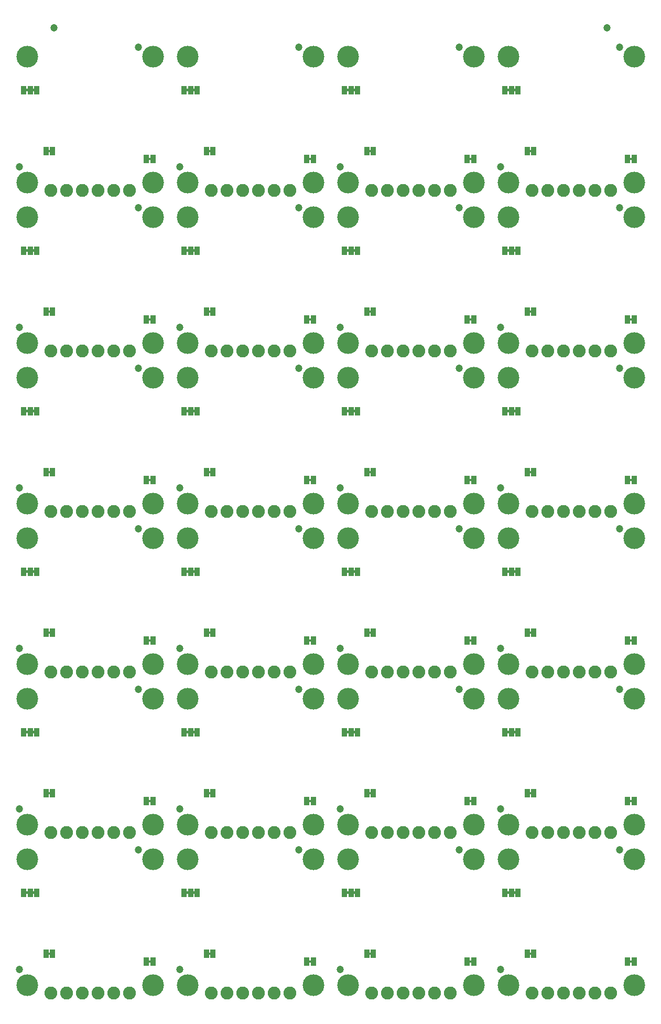
<source format=gbs>
G04 EAGLE Gerber RS-274X export*
G75*
%MOMM*%
%FSLAX34Y34*%
%LPD*%
%INSoldermask Bottom*%
%IPPOS*%
%AMOC8*
5,1,8,0,0,1.08239X$1,22.5*%
G01*
%ADD10C,3.505200*%
%ADD11R,0.863600X1.473200*%
%ADD12C,2.082800*%
%ADD13C,1.203200*%

G36*
X484062Y1357261D02*
X484062Y1357261D01*
X484128Y1357263D01*
X484171Y1357281D01*
X484218Y1357289D01*
X484275Y1357323D01*
X484335Y1357348D01*
X484370Y1357379D01*
X484411Y1357404D01*
X484453Y1357455D01*
X484501Y1357499D01*
X484523Y1357541D01*
X484552Y1357578D01*
X484573Y1357640D01*
X484604Y1357699D01*
X484612Y1357753D01*
X484624Y1357790D01*
X484623Y1357830D01*
X484631Y1357884D01*
X484631Y1360424D01*
X484620Y1360489D01*
X484618Y1360555D01*
X484600Y1360598D01*
X484592Y1360645D01*
X484558Y1360702D01*
X484533Y1360762D01*
X484502Y1360797D01*
X484477Y1360838D01*
X484426Y1360880D01*
X484382Y1360928D01*
X484340Y1360950D01*
X484303Y1360979D01*
X484241Y1361000D01*
X484182Y1361031D01*
X484128Y1361039D01*
X484091Y1361051D01*
X484051Y1361050D01*
X483997Y1361058D01*
X480187Y1361058D01*
X480122Y1361047D01*
X480056Y1361045D01*
X480013Y1361027D01*
X479966Y1361019D01*
X479909Y1360985D01*
X479849Y1360960D01*
X479814Y1360929D01*
X479773Y1360904D01*
X479732Y1360853D01*
X479683Y1360809D01*
X479661Y1360767D01*
X479632Y1360730D01*
X479611Y1360668D01*
X479580Y1360609D01*
X479572Y1360555D01*
X479560Y1360518D01*
X479560Y1360515D01*
X479561Y1360478D01*
X479553Y1360424D01*
X479553Y1357884D01*
X479564Y1357819D01*
X479566Y1357753D01*
X479584Y1357710D01*
X479592Y1357663D01*
X479626Y1357606D01*
X479651Y1357546D01*
X479682Y1357511D01*
X479707Y1357470D01*
X479758Y1357429D01*
X479802Y1357380D01*
X479844Y1357358D01*
X479881Y1357329D01*
X479943Y1357308D01*
X480002Y1357277D01*
X480056Y1357269D01*
X480093Y1357257D01*
X480133Y1357258D01*
X480187Y1357250D01*
X483997Y1357250D01*
X484062Y1357261D01*
G37*
G36*
X224982Y1357261D02*
X224982Y1357261D01*
X225048Y1357263D01*
X225091Y1357281D01*
X225138Y1357289D01*
X225195Y1357323D01*
X225255Y1357348D01*
X225290Y1357379D01*
X225331Y1357404D01*
X225373Y1357455D01*
X225421Y1357499D01*
X225443Y1357541D01*
X225472Y1357578D01*
X225493Y1357640D01*
X225524Y1357699D01*
X225532Y1357753D01*
X225544Y1357790D01*
X225543Y1357830D01*
X225551Y1357884D01*
X225551Y1360424D01*
X225540Y1360489D01*
X225538Y1360555D01*
X225520Y1360598D01*
X225512Y1360645D01*
X225478Y1360702D01*
X225453Y1360762D01*
X225422Y1360797D01*
X225397Y1360838D01*
X225346Y1360880D01*
X225302Y1360928D01*
X225260Y1360950D01*
X225223Y1360979D01*
X225161Y1361000D01*
X225102Y1361031D01*
X225048Y1361039D01*
X225011Y1361051D01*
X224971Y1361050D01*
X224917Y1361058D01*
X221107Y1361058D01*
X221042Y1361047D01*
X220976Y1361045D01*
X220933Y1361027D01*
X220886Y1361019D01*
X220829Y1360985D01*
X220769Y1360960D01*
X220734Y1360929D01*
X220693Y1360904D01*
X220652Y1360853D01*
X220603Y1360809D01*
X220581Y1360767D01*
X220552Y1360730D01*
X220531Y1360668D01*
X220500Y1360609D01*
X220492Y1360555D01*
X220480Y1360518D01*
X220480Y1360515D01*
X220481Y1360478D01*
X220473Y1360424D01*
X220473Y1357884D01*
X220484Y1357819D01*
X220486Y1357753D01*
X220504Y1357710D01*
X220512Y1357663D01*
X220546Y1357606D01*
X220571Y1357546D01*
X220602Y1357511D01*
X220627Y1357470D01*
X220678Y1357429D01*
X220722Y1357380D01*
X220764Y1357358D01*
X220801Y1357329D01*
X220863Y1357308D01*
X220922Y1357277D01*
X220976Y1357269D01*
X221013Y1357257D01*
X221053Y1357258D01*
X221107Y1357250D01*
X224917Y1357250D01*
X224982Y1357261D01*
G37*
G36*
X1002222Y1357261D02*
X1002222Y1357261D01*
X1002288Y1357263D01*
X1002331Y1357281D01*
X1002378Y1357289D01*
X1002435Y1357323D01*
X1002495Y1357348D01*
X1002530Y1357379D01*
X1002571Y1357404D01*
X1002613Y1357455D01*
X1002661Y1357499D01*
X1002683Y1357541D01*
X1002712Y1357578D01*
X1002733Y1357640D01*
X1002764Y1357699D01*
X1002772Y1357753D01*
X1002784Y1357790D01*
X1002783Y1357830D01*
X1002791Y1357884D01*
X1002791Y1360424D01*
X1002780Y1360489D01*
X1002778Y1360555D01*
X1002760Y1360598D01*
X1002752Y1360645D01*
X1002718Y1360702D01*
X1002693Y1360762D01*
X1002662Y1360797D01*
X1002637Y1360838D01*
X1002586Y1360880D01*
X1002542Y1360928D01*
X1002500Y1360950D01*
X1002463Y1360979D01*
X1002401Y1361000D01*
X1002342Y1361031D01*
X1002288Y1361039D01*
X1002251Y1361051D01*
X1002211Y1361050D01*
X1002157Y1361058D01*
X998347Y1361058D01*
X998282Y1361047D01*
X998216Y1361045D01*
X998173Y1361027D01*
X998126Y1361019D01*
X998069Y1360985D01*
X998009Y1360960D01*
X997974Y1360929D01*
X997933Y1360904D01*
X997892Y1360853D01*
X997843Y1360809D01*
X997821Y1360767D01*
X997792Y1360730D01*
X997771Y1360668D01*
X997740Y1360609D01*
X997732Y1360555D01*
X997720Y1360518D01*
X997720Y1360515D01*
X997721Y1360478D01*
X997713Y1360424D01*
X997713Y1357884D01*
X997724Y1357819D01*
X997726Y1357753D01*
X997744Y1357710D01*
X997752Y1357663D01*
X997786Y1357606D01*
X997811Y1357546D01*
X997842Y1357511D01*
X997867Y1357470D01*
X997918Y1357429D01*
X997962Y1357380D01*
X998004Y1357358D01*
X998041Y1357329D01*
X998103Y1357308D01*
X998162Y1357277D01*
X998216Y1357269D01*
X998253Y1357257D01*
X998293Y1357258D01*
X998347Y1357250D01*
X1002157Y1357250D01*
X1002222Y1357261D01*
G37*
G36*
X743142Y1357261D02*
X743142Y1357261D01*
X743208Y1357263D01*
X743251Y1357281D01*
X743298Y1357289D01*
X743355Y1357323D01*
X743415Y1357348D01*
X743450Y1357379D01*
X743491Y1357404D01*
X743533Y1357455D01*
X743581Y1357499D01*
X743603Y1357541D01*
X743632Y1357578D01*
X743653Y1357640D01*
X743684Y1357699D01*
X743692Y1357753D01*
X743704Y1357790D01*
X743703Y1357830D01*
X743711Y1357884D01*
X743711Y1360424D01*
X743700Y1360489D01*
X743698Y1360555D01*
X743680Y1360598D01*
X743672Y1360645D01*
X743638Y1360702D01*
X743613Y1360762D01*
X743582Y1360797D01*
X743557Y1360838D01*
X743506Y1360880D01*
X743462Y1360928D01*
X743420Y1360950D01*
X743383Y1360979D01*
X743321Y1361000D01*
X743262Y1361031D01*
X743208Y1361039D01*
X743171Y1361051D01*
X743131Y1361050D01*
X743077Y1361058D01*
X739267Y1361058D01*
X739202Y1361047D01*
X739136Y1361045D01*
X739093Y1361027D01*
X739046Y1361019D01*
X738989Y1360985D01*
X738929Y1360960D01*
X738894Y1360929D01*
X738853Y1360904D01*
X738812Y1360853D01*
X738763Y1360809D01*
X738741Y1360767D01*
X738712Y1360730D01*
X738691Y1360668D01*
X738660Y1360609D01*
X738652Y1360555D01*
X738640Y1360518D01*
X738640Y1360515D01*
X738641Y1360478D01*
X738633Y1360424D01*
X738633Y1357884D01*
X738644Y1357819D01*
X738646Y1357753D01*
X738664Y1357710D01*
X738672Y1357663D01*
X738706Y1357606D01*
X738731Y1357546D01*
X738762Y1357511D01*
X738787Y1357470D01*
X738838Y1357429D01*
X738882Y1357380D01*
X738924Y1357358D01*
X738961Y1357329D01*
X739023Y1357308D01*
X739082Y1357277D01*
X739136Y1357269D01*
X739173Y1357257D01*
X739213Y1357258D01*
X739267Y1357250D01*
X743077Y1357250D01*
X743142Y1357261D01*
G37*
G36*
X285942Y1468513D02*
X285942Y1468513D01*
X286008Y1468515D01*
X286051Y1468533D01*
X286098Y1468541D01*
X286155Y1468575D01*
X286215Y1468600D01*
X286250Y1468631D01*
X286291Y1468656D01*
X286333Y1468707D01*
X286381Y1468751D01*
X286403Y1468793D01*
X286432Y1468830D01*
X286453Y1468892D01*
X286484Y1468951D01*
X286492Y1469005D01*
X286504Y1469042D01*
X286503Y1469082D01*
X286511Y1469136D01*
X286511Y1471676D01*
X286500Y1471741D01*
X286498Y1471807D01*
X286480Y1471850D01*
X286472Y1471897D01*
X286438Y1471954D01*
X286413Y1472014D01*
X286382Y1472049D01*
X286357Y1472090D01*
X286306Y1472132D01*
X286262Y1472180D01*
X286220Y1472202D01*
X286183Y1472231D01*
X286121Y1472252D01*
X286062Y1472283D01*
X286008Y1472291D01*
X285971Y1472303D01*
X285931Y1472302D01*
X285877Y1472310D01*
X282067Y1472310D01*
X282002Y1472299D01*
X281936Y1472297D01*
X281893Y1472279D01*
X281846Y1472271D01*
X281789Y1472237D01*
X281729Y1472212D01*
X281694Y1472181D01*
X281653Y1472156D01*
X281612Y1472105D01*
X281563Y1472061D01*
X281541Y1472019D01*
X281512Y1471982D01*
X281491Y1471920D01*
X281460Y1471861D01*
X281452Y1471807D01*
X281440Y1471770D01*
X281440Y1471767D01*
X281441Y1471730D01*
X281433Y1471676D01*
X281433Y1469136D01*
X281444Y1469071D01*
X281446Y1469005D01*
X281464Y1468962D01*
X281472Y1468915D01*
X281506Y1468858D01*
X281531Y1468798D01*
X281562Y1468763D01*
X281587Y1468722D01*
X281638Y1468681D01*
X281682Y1468632D01*
X281724Y1468610D01*
X281761Y1468581D01*
X281823Y1468560D01*
X281882Y1468529D01*
X281936Y1468521D01*
X281973Y1468509D01*
X282013Y1468510D01*
X282067Y1468502D01*
X285877Y1468502D01*
X285942Y1468513D01*
G37*
G36*
X296102Y1468513D02*
X296102Y1468513D01*
X296168Y1468515D01*
X296211Y1468533D01*
X296258Y1468541D01*
X296315Y1468575D01*
X296375Y1468600D01*
X296410Y1468631D01*
X296451Y1468656D01*
X296493Y1468707D01*
X296541Y1468751D01*
X296563Y1468793D01*
X296592Y1468830D01*
X296613Y1468892D01*
X296644Y1468951D01*
X296652Y1469005D01*
X296664Y1469042D01*
X296663Y1469082D01*
X296671Y1469136D01*
X296671Y1471676D01*
X296660Y1471741D01*
X296658Y1471807D01*
X296640Y1471850D01*
X296632Y1471897D01*
X296598Y1471954D01*
X296573Y1472014D01*
X296542Y1472049D01*
X296517Y1472090D01*
X296466Y1472132D01*
X296422Y1472180D01*
X296380Y1472202D01*
X296343Y1472231D01*
X296281Y1472252D01*
X296222Y1472283D01*
X296168Y1472291D01*
X296131Y1472303D01*
X296091Y1472302D01*
X296037Y1472310D01*
X292227Y1472310D01*
X292162Y1472299D01*
X292096Y1472297D01*
X292053Y1472279D01*
X292006Y1472271D01*
X291949Y1472237D01*
X291889Y1472212D01*
X291854Y1472181D01*
X291813Y1472156D01*
X291772Y1472105D01*
X291723Y1472061D01*
X291701Y1472019D01*
X291672Y1471982D01*
X291651Y1471920D01*
X291620Y1471861D01*
X291612Y1471807D01*
X291600Y1471770D01*
X291600Y1471767D01*
X291601Y1471730D01*
X291593Y1471676D01*
X291593Y1469136D01*
X291604Y1469071D01*
X291606Y1469005D01*
X291624Y1468962D01*
X291632Y1468915D01*
X291666Y1468858D01*
X291691Y1468798D01*
X291722Y1468763D01*
X291747Y1468722D01*
X291798Y1468681D01*
X291842Y1468632D01*
X291884Y1468610D01*
X291921Y1468581D01*
X291983Y1468560D01*
X292042Y1468529D01*
X292096Y1468521D01*
X292133Y1468509D01*
X292173Y1468510D01*
X292227Y1468502D01*
X296037Y1468502D01*
X296102Y1468513D01*
G37*
G36*
X26862Y1468513D02*
X26862Y1468513D01*
X26928Y1468515D01*
X26971Y1468533D01*
X27018Y1468541D01*
X27075Y1468575D01*
X27135Y1468600D01*
X27170Y1468631D01*
X27211Y1468656D01*
X27253Y1468707D01*
X27301Y1468751D01*
X27323Y1468793D01*
X27352Y1468830D01*
X27373Y1468892D01*
X27404Y1468951D01*
X27412Y1469005D01*
X27424Y1469042D01*
X27423Y1469082D01*
X27431Y1469136D01*
X27431Y1471676D01*
X27420Y1471741D01*
X27418Y1471807D01*
X27400Y1471850D01*
X27392Y1471897D01*
X27358Y1471954D01*
X27333Y1472014D01*
X27302Y1472049D01*
X27277Y1472090D01*
X27226Y1472132D01*
X27182Y1472180D01*
X27140Y1472202D01*
X27103Y1472231D01*
X27041Y1472252D01*
X26982Y1472283D01*
X26928Y1472291D01*
X26891Y1472303D01*
X26851Y1472302D01*
X26797Y1472310D01*
X22987Y1472310D01*
X22922Y1472299D01*
X22856Y1472297D01*
X22813Y1472279D01*
X22766Y1472271D01*
X22709Y1472237D01*
X22649Y1472212D01*
X22614Y1472181D01*
X22573Y1472156D01*
X22532Y1472105D01*
X22483Y1472061D01*
X22461Y1472019D01*
X22432Y1471982D01*
X22411Y1471920D01*
X22380Y1471861D01*
X22372Y1471807D01*
X22360Y1471770D01*
X22360Y1471767D01*
X22361Y1471730D01*
X22353Y1471676D01*
X22353Y1469136D01*
X22364Y1469071D01*
X22366Y1469005D01*
X22384Y1468962D01*
X22392Y1468915D01*
X22426Y1468858D01*
X22451Y1468798D01*
X22482Y1468763D01*
X22507Y1468722D01*
X22558Y1468681D01*
X22602Y1468632D01*
X22644Y1468610D01*
X22681Y1468581D01*
X22743Y1468560D01*
X22802Y1468529D01*
X22856Y1468521D01*
X22893Y1468509D01*
X22933Y1468510D01*
X22987Y1468502D01*
X26797Y1468502D01*
X26862Y1468513D01*
G37*
G36*
X555182Y1468513D02*
X555182Y1468513D01*
X555248Y1468515D01*
X555291Y1468533D01*
X555338Y1468541D01*
X555395Y1468575D01*
X555455Y1468600D01*
X555490Y1468631D01*
X555531Y1468656D01*
X555573Y1468707D01*
X555621Y1468751D01*
X555643Y1468793D01*
X555672Y1468830D01*
X555693Y1468892D01*
X555724Y1468951D01*
X555732Y1469005D01*
X555744Y1469042D01*
X555743Y1469082D01*
X555751Y1469136D01*
X555751Y1471676D01*
X555740Y1471741D01*
X555738Y1471807D01*
X555720Y1471850D01*
X555712Y1471897D01*
X555678Y1471954D01*
X555653Y1472014D01*
X555622Y1472049D01*
X555597Y1472090D01*
X555546Y1472132D01*
X555502Y1472180D01*
X555460Y1472202D01*
X555423Y1472231D01*
X555361Y1472252D01*
X555302Y1472283D01*
X555248Y1472291D01*
X555211Y1472303D01*
X555171Y1472302D01*
X555117Y1472310D01*
X551307Y1472310D01*
X551242Y1472299D01*
X551176Y1472297D01*
X551133Y1472279D01*
X551086Y1472271D01*
X551029Y1472237D01*
X550969Y1472212D01*
X550934Y1472181D01*
X550893Y1472156D01*
X550852Y1472105D01*
X550803Y1472061D01*
X550781Y1472019D01*
X550752Y1471982D01*
X550731Y1471920D01*
X550700Y1471861D01*
X550692Y1471807D01*
X550680Y1471770D01*
X550680Y1471767D01*
X550681Y1471730D01*
X550673Y1471676D01*
X550673Y1469136D01*
X550684Y1469071D01*
X550686Y1469005D01*
X550704Y1468962D01*
X550712Y1468915D01*
X550746Y1468858D01*
X550771Y1468798D01*
X550802Y1468763D01*
X550827Y1468722D01*
X550878Y1468681D01*
X550922Y1468632D01*
X550964Y1468610D01*
X551001Y1468581D01*
X551063Y1468560D01*
X551122Y1468529D01*
X551176Y1468521D01*
X551213Y1468509D01*
X551253Y1468510D01*
X551307Y1468502D01*
X555117Y1468502D01*
X555182Y1468513D01*
G37*
G36*
X545022Y1468513D02*
X545022Y1468513D01*
X545088Y1468515D01*
X545131Y1468533D01*
X545178Y1468541D01*
X545235Y1468575D01*
X545295Y1468600D01*
X545330Y1468631D01*
X545371Y1468656D01*
X545413Y1468707D01*
X545461Y1468751D01*
X545483Y1468793D01*
X545512Y1468830D01*
X545533Y1468892D01*
X545564Y1468951D01*
X545572Y1469005D01*
X545584Y1469042D01*
X545583Y1469082D01*
X545591Y1469136D01*
X545591Y1471676D01*
X545580Y1471741D01*
X545578Y1471807D01*
X545560Y1471850D01*
X545552Y1471897D01*
X545518Y1471954D01*
X545493Y1472014D01*
X545462Y1472049D01*
X545437Y1472090D01*
X545386Y1472132D01*
X545342Y1472180D01*
X545300Y1472202D01*
X545263Y1472231D01*
X545201Y1472252D01*
X545142Y1472283D01*
X545088Y1472291D01*
X545051Y1472303D01*
X545011Y1472302D01*
X544957Y1472310D01*
X541147Y1472310D01*
X541082Y1472299D01*
X541016Y1472297D01*
X540973Y1472279D01*
X540926Y1472271D01*
X540869Y1472237D01*
X540809Y1472212D01*
X540774Y1472181D01*
X540733Y1472156D01*
X540692Y1472105D01*
X540643Y1472061D01*
X540621Y1472019D01*
X540592Y1471982D01*
X540571Y1471920D01*
X540540Y1471861D01*
X540532Y1471807D01*
X540520Y1471770D01*
X540520Y1471767D01*
X540521Y1471730D01*
X540513Y1471676D01*
X540513Y1469136D01*
X540524Y1469071D01*
X540526Y1469005D01*
X540544Y1468962D01*
X540552Y1468915D01*
X540586Y1468858D01*
X540611Y1468798D01*
X540642Y1468763D01*
X540667Y1468722D01*
X540718Y1468681D01*
X540762Y1468632D01*
X540804Y1468610D01*
X540841Y1468581D01*
X540903Y1468560D01*
X540962Y1468529D01*
X541016Y1468521D01*
X541053Y1468509D01*
X541093Y1468510D01*
X541147Y1468502D01*
X544957Y1468502D01*
X545022Y1468513D01*
G37*
G36*
X804102Y1468513D02*
X804102Y1468513D01*
X804168Y1468515D01*
X804211Y1468533D01*
X804258Y1468541D01*
X804315Y1468575D01*
X804375Y1468600D01*
X804410Y1468631D01*
X804451Y1468656D01*
X804493Y1468707D01*
X804541Y1468751D01*
X804563Y1468793D01*
X804592Y1468830D01*
X804613Y1468892D01*
X804644Y1468951D01*
X804652Y1469005D01*
X804664Y1469042D01*
X804663Y1469082D01*
X804671Y1469136D01*
X804671Y1471676D01*
X804660Y1471741D01*
X804658Y1471807D01*
X804640Y1471850D01*
X804632Y1471897D01*
X804598Y1471954D01*
X804573Y1472014D01*
X804542Y1472049D01*
X804517Y1472090D01*
X804466Y1472132D01*
X804422Y1472180D01*
X804380Y1472202D01*
X804343Y1472231D01*
X804281Y1472252D01*
X804222Y1472283D01*
X804168Y1472291D01*
X804131Y1472303D01*
X804091Y1472302D01*
X804037Y1472310D01*
X800227Y1472310D01*
X800162Y1472299D01*
X800096Y1472297D01*
X800053Y1472279D01*
X800006Y1472271D01*
X799949Y1472237D01*
X799889Y1472212D01*
X799854Y1472181D01*
X799813Y1472156D01*
X799772Y1472105D01*
X799723Y1472061D01*
X799701Y1472019D01*
X799672Y1471982D01*
X799651Y1471920D01*
X799620Y1471861D01*
X799612Y1471807D01*
X799600Y1471770D01*
X799600Y1471767D01*
X799601Y1471730D01*
X799593Y1471676D01*
X799593Y1469136D01*
X799604Y1469071D01*
X799606Y1469005D01*
X799624Y1468962D01*
X799632Y1468915D01*
X799666Y1468858D01*
X799691Y1468798D01*
X799722Y1468763D01*
X799747Y1468722D01*
X799798Y1468681D01*
X799842Y1468632D01*
X799884Y1468610D01*
X799921Y1468581D01*
X799983Y1468560D01*
X800042Y1468529D01*
X800096Y1468521D01*
X800133Y1468509D01*
X800173Y1468510D01*
X800227Y1468502D01*
X804037Y1468502D01*
X804102Y1468513D01*
G37*
G36*
X37022Y1468513D02*
X37022Y1468513D01*
X37088Y1468515D01*
X37131Y1468533D01*
X37178Y1468541D01*
X37235Y1468575D01*
X37295Y1468600D01*
X37330Y1468631D01*
X37371Y1468656D01*
X37413Y1468707D01*
X37461Y1468751D01*
X37483Y1468793D01*
X37512Y1468830D01*
X37533Y1468892D01*
X37564Y1468951D01*
X37572Y1469005D01*
X37584Y1469042D01*
X37583Y1469082D01*
X37591Y1469136D01*
X37591Y1471676D01*
X37580Y1471741D01*
X37578Y1471807D01*
X37560Y1471850D01*
X37552Y1471897D01*
X37518Y1471954D01*
X37493Y1472014D01*
X37462Y1472049D01*
X37437Y1472090D01*
X37386Y1472132D01*
X37342Y1472180D01*
X37300Y1472202D01*
X37263Y1472231D01*
X37201Y1472252D01*
X37142Y1472283D01*
X37088Y1472291D01*
X37051Y1472303D01*
X37011Y1472302D01*
X36957Y1472310D01*
X33147Y1472310D01*
X33082Y1472299D01*
X33016Y1472297D01*
X32973Y1472279D01*
X32926Y1472271D01*
X32869Y1472237D01*
X32809Y1472212D01*
X32774Y1472181D01*
X32733Y1472156D01*
X32692Y1472105D01*
X32643Y1472061D01*
X32621Y1472019D01*
X32592Y1471982D01*
X32571Y1471920D01*
X32540Y1471861D01*
X32532Y1471807D01*
X32520Y1471770D01*
X32520Y1471767D01*
X32521Y1471730D01*
X32513Y1471676D01*
X32513Y1469136D01*
X32524Y1469071D01*
X32526Y1469005D01*
X32544Y1468962D01*
X32552Y1468915D01*
X32586Y1468858D01*
X32611Y1468798D01*
X32642Y1468763D01*
X32667Y1468722D01*
X32718Y1468681D01*
X32762Y1468632D01*
X32804Y1468610D01*
X32841Y1468581D01*
X32903Y1468560D01*
X32962Y1468529D01*
X33016Y1468521D01*
X33053Y1468509D01*
X33093Y1468510D01*
X33147Y1468502D01*
X36957Y1468502D01*
X37022Y1468513D01*
G37*
G36*
X581090Y1369961D02*
X581090Y1369961D01*
X581156Y1369963D01*
X581199Y1369981D01*
X581246Y1369989D01*
X581303Y1370023D01*
X581363Y1370048D01*
X581398Y1370079D01*
X581439Y1370104D01*
X581481Y1370155D01*
X581529Y1370199D01*
X581551Y1370241D01*
X581580Y1370278D01*
X581601Y1370340D01*
X581632Y1370399D01*
X581640Y1370453D01*
X581652Y1370490D01*
X581651Y1370530D01*
X581659Y1370584D01*
X581659Y1373124D01*
X581648Y1373189D01*
X581646Y1373255D01*
X581628Y1373298D01*
X581620Y1373345D01*
X581586Y1373402D01*
X581561Y1373462D01*
X581530Y1373497D01*
X581505Y1373538D01*
X581454Y1373580D01*
X581410Y1373628D01*
X581368Y1373650D01*
X581331Y1373679D01*
X581269Y1373700D01*
X581210Y1373731D01*
X581156Y1373739D01*
X581119Y1373751D01*
X581079Y1373750D01*
X581025Y1373758D01*
X577215Y1373758D01*
X577150Y1373747D01*
X577084Y1373745D01*
X577041Y1373727D01*
X576994Y1373719D01*
X576937Y1373685D01*
X576877Y1373660D01*
X576842Y1373629D01*
X576801Y1373604D01*
X576760Y1373553D01*
X576711Y1373509D01*
X576689Y1373467D01*
X576660Y1373430D01*
X576639Y1373368D01*
X576608Y1373309D01*
X576600Y1373255D01*
X576588Y1373218D01*
X576588Y1373215D01*
X576589Y1373178D01*
X576581Y1373124D01*
X576581Y1370584D01*
X576592Y1370519D01*
X576594Y1370453D01*
X576612Y1370410D01*
X576620Y1370363D01*
X576654Y1370306D01*
X576679Y1370246D01*
X576710Y1370211D01*
X576735Y1370170D01*
X576786Y1370129D01*
X576830Y1370080D01*
X576872Y1370058D01*
X576909Y1370029D01*
X576971Y1370008D01*
X577030Y1369977D01*
X577084Y1369969D01*
X577121Y1369957D01*
X577161Y1369958D01*
X577215Y1369950D01*
X581025Y1369950D01*
X581090Y1369961D01*
G37*
G36*
X322010Y1369961D02*
X322010Y1369961D01*
X322076Y1369963D01*
X322119Y1369981D01*
X322166Y1369989D01*
X322223Y1370023D01*
X322283Y1370048D01*
X322318Y1370079D01*
X322359Y1370104D01*
X322401Y1370155D01*
X322449Y1370199D01*
X322471Y1370241D01*
X322500Y1370278D01*
X322521Y1370340D01*
X322552Y1370399D01*
X322560Y1370453D01*
X322572Y1370490D01*
X322571Y1370530D01*
X322579Y1370584D01*
X322579Y1373124D01*
X322568Y1373189D01*
X322566Y1373255D01*
X322548Y1373298D01*
X322540Y1373345D01*
X322506Y1373402D01*
X322481Y1373462D01*
X322450Y1373497D01*
X322425Y1373538D01*
X322374Y1373580D01*
X322330Y1373628D01*
X322288Y1373650D01*
X322251Y1373679D01*
X322189Y1373700D01*
X322130Y1373731D01*
X322076Y1373739D01*
X322039Y1373751D01*
X321999Y1373750D01*
X321945Y1373758D01*
X318135Y1373758D01*
X318070Y1373747D01*
X318004Y1373745D01*
X317961Y1373727D01*
X317914Y1373719D01*
X317857Y1373685D01*
X317797Y1373660D01*
X317762Y1373629D01*
X317721Y1373604D01*
X317680Y1373553D01*
X317631Y1373509D01*
X317609Y1373467D01*
X317580Y1373430D01*
X317559Y1373368D01*
X317528Y1373309D01*
X317520Y1373255D01*
X317508Y1373218D01*
X317508Y1373215D01*
X317509Y1373178D01*
X317501Y1373124D01*
X317501Y1370584D01*
X317512Y1370519D01*
X317514Y1370453D01*
X317532Y1370410D01*
X317540Y1370363D01*
X317574Y1370306D01*
X317599Y1370246D01*
X317630Y1370211D01*
X317655Y1370170D01*
X317706Y1370129D01*
X317750Y1370080D01*
X317792Y1370058D01*
X317829Y1370029D01*
X317891Y1370008D01*
X317950Y1369977D01*
X318004Y1369969D01*
X318041Y1369957D01*
X318081Y1369958D01*
X318135Y1369950D01*
X321945Y1369950D01*
X322010Y1369961D01*
G37*
G36*
X840170Y1369961D02*
X840170Y1369961D01*
X840236Y1369963D01*
X840279Y1369981D01*
X840326Y1369989D01*
X840383Y1370023D01*
X840443Y1370048D01*
X840478Y1370079D01*
X840519Y1370104D01*
X840561Y1370155D01*
X840609Y1370199D01*
X840631Y1370241D01*
X840660Y1370278D01*
X840681Y1370340D01*
X840712Y1370399D01*
X840720Y1370453D01*
X840732Y1370490D01*
X840731Y1370530D01*
X840739Y1370584D01*
X840739Y1373124D01*
X840728Y1373189D01*
X840726Y1373255D01*
X840708Y1373298D01*
X840700Y1373345D01*
X840666Y1373402D01*
X840641Y1373462D01*
X840610Y1373497D01*
X840585Y1373538D01*
X840534Y1373580D01*
X840490Y1373628D01*
X840448Y1373650D01*
X840411Y1373679D01*
X840349Y1373700D01*
X840290Y1373731D01*
X840236Y1373739D01*
X840199Y1373751D01*
X840159Y1373750D01*
X840105Y1373758D01*
X836295Y1373758D01*
X836230Y1373747D01*
X836164Y1373745D01*
X836121Y1373727D01*
X836074Y1373719D01*
X836017Y1373685D01*
X835957Y1373660D01*
X835922Y1373629D01*
X835881Y1373604D01*
X835840Y1373553D01*
X835791Y1373509D01*
X835769Y1373467D01*
X835740Y1373430D01*
X835719Y1373368D01*
X835688Y1373309D01*
X835680Y1373255D01*
X835668Y1373218D01*
X835668Y1373215D01*
X835669Y1373178D01*
X835661Y1373124D01*
X835661Y1370584D01*
X835672Y1370519D01*
X835674Y1370453D01*
X835692Y1370410D01*
X835700Y1370363D01*
X835734Y1370306D01*
X835759Y1370246D01*
X835790Y1370211D01*
X835815Y1370170D01*
X835866Y1370129D01*
X835910Y1370080D01*
X835952Y1370058D01*
X835989Y1370029D01*
X836051Y1370008D01*
X836110Y1369977D01*
X836164Y1369969D01*
X836201Y1369957D01*
X836241Y1369958D01*
X836295Y1369950D01*
X840105Y1369950D01*
X840170Y1369961D01*
G37*
G36*
X62930Y1369961D02*
X62930Y1369961D01*
X62996Y1369963D01*
X63039Y1369981D01*
X63086Y1369989D01*
X63143Y1370023D01*
X63203Y1370048D01*
X63238Y1370079D01*
X63279Y1370104D01*
X63321Y1370155D01*
X63369Y1370199D01*
X63391Y1370241D01*
X63420Y1370278D01*
X63441Y1370340D01*
X63472Y1370399D01*
X63480Y1370453D01*
X63492Y1370490D01*
X63491Y1370530D01*
X63499Y1370584D01*
X63499Y1373124D01*
X63488Y1373189D01*
X63486Y1373255D01*
X63468Y1373298D01*
X63460Y1373345D01*
X63426Y1373402D01*
X63401Y1373462D01*
X63370Y1373497D01*
X63345Y1373538D01*
X63294Y1373580D01*
X63250Y1373628D01*
X63208Y1373650D01*
X63171Y1373679D01*
X63109Y1373700D01*
X63050Y1373731D01*
X62996Y1373739D01*
X62959Y1373751D01*
X62919Y1373750D01*
X62865Y1373758D01*
X59055Y1373758D01*
X58990Y1373747D01*
X58924Y1373745D01*
X58881Y1373727D01*
X58834Y1373719D01*
X58777Y1373685D01*
X58717Y1373660D01*
X58682Y1373629D01*
X58641Y1373604D01*
X58600Y1373553D01*
X58551Y1373509D01*
X58529Y1373467D01*
X58500Y1373430D01*
X58479Y1373368D01*
X58448Y1373309D01*
X58440Y1373255D01*
X58428Y1373218D01*
X58428Y1373215D01*
X58429Y1373178D01*
X58421Y1373124D01*
X58421Y1370584D01*
X58432Y1370519D01*
X58434Y1370453D01*
X58452Y1370410D01*
X58460Y1370363D01*
X58494Y1370306D01*
X58519Y1370246D01*
X58550Y1370211D01*
X58575Y1370170D01*
X58626Y1370129D01*
X58670Y1370080D01*
X58712Y1370058D01*
X58749Y1370029D01*
X58811Y1370008D01*
X58870Y1369977D01*
X58924Y1369969D01*
X58961Y1369957D01*
X59001Y1369958D01*
X59055Y1369950D01*
X62865Y1369950D01*
X62930Y1369961D01*
G37*
G36*
X814262Y1468513D02*
X814262Y1468513D01*
X814328Y1468515D01*
X814371Y1468533D01*
X814418Y1468541D01*
X814475Y1468575D01*
X814535Y1468600D01*
X814570Y1468631D01*
X814611Y1468656D01*
X814653Y1468707D01*
X814701Y1468751D01*
X814723Y1468793D01*
X814752Y1468830D01*
X814773Y1468892D01*
X814804Y1468951D01*
X814812Y1469005D01*
X814824Y1469042D01*
X814823Y1469082D01*
X814831Y1469136D01*
X814831Y1471676D01*
X814820Y1471741D01*
X814818Y1471807D01*
X814800Y1471850D01*
X814792Y1471897D01*
X814758Y1471954D01*
X814733Y1472014D01*
X814702Y1472049D01*
X814677Y1472090D01*
X814626Y1472132D01*
X814582Y1472180D01*
X814540Y1472202D01*
X814503Y1472231D01*
X814441Y1472252D01*
X814382Y1472283D01*
X814328Y1472291D01*
X814291Y1472303D01*
X814251Y1472302D01*
X814197Y1472310D01*
X810387Y1472310D01*
X810322Y1472299D01*
X810256Y1472297D01*
X810213Y1472279D01*
X810166Y1472271D01*
X810109Y1472237D01*
X810049Y1472212D01*
X810014Y1472181D01*
X809973Y1472156D01*
X809932Y1472105D01*
X809883Y1472061D01*
X809861Y1472019D01*
X809832Y1471982D01*
X809811Y1471920D01*
X809780Y1471861D01*
X809772Y1471807D01*
X809760Y1471770D01*
X809760Y1471767D01*
X809761Y1471730D01*
X809753Y1471676D01*
X809753Y1469136D01*
X809764Y1469071D01*
X809766Y1469005D01*
X809784Y1468962D01*
X809792Y1468915D01*
X809826Y1468858D01*
X809851Y1468798D01*
X809882Y1468763D01*
X809907Y1468722D01*
X809958Y1468681D01*
X810002Y1468632D01*
X810044Y1468610D01*
X810081Y1468581D01*
X810143Y1468560D01*
X810202Y1468529D01*
X810256Y1468521D01*
X810293Y1468509D01*
X810333Y1468510D01*
X810387Y1468502D01*
X814197Y1468502D01*
X814262Y1468513D01*
G37*
G36*
X804102Y1209433D02*
X804102Y1209433D01*
X804168Y1209435D01*
X804211Y1209453D01*
X804258Y1209461D01*
X804315Y1209495D01*
X804375Y1209520D01*
X804410Y1209551D01*
X804451Y1209576D01*
X804493Y1209627D01*
X804541Y1209671D01*
X804563Y1209713D01*
X804592Y1209750D01*
X804613Y1209812D01*
X804644Y1209871D01*
X804652Y1209925D01*
X804664Y1209962D01*
X804663Y1210002D01*
X804671Y1210056D01*
X804671Y1212596D01*
X804660Y1212661D01*
X804658Y1212727D01*
X804640Y1212770D01*
X804632Y1212817D01*
X804598Y1212874D01*
X804573Y1212934D01*
X804542Y1212969D01*
X804517Y1213010D01*
X804466Y1213052D01*
X804422Y1213100D01*
X804380Y1213122D01*
X804343Y1213151D01*
X804281Y1213172D01*
X804222Y1213203D01*
X804168Y1213211D01*
X804131Y1213223D01*
X804091Y1213222D01*
X804037Y1213230D01*
X800227Y1213230D01*
X800162Y1213219D01*
X800096Y1213217D01*
X800053Y1213199D01*
X800006Y1213191D01*
X799949Y1213157D01*
X799889Y1213132D01*
X799854Y1213101D01*
X799813Y1213076D01*
X799772Y1213025D01*
X799723Y1212981D01*
X799701Y1212939D01*
X799672Y1212902D01*
X799651Y1212840D01*
X799620Y1212781D01*
X799612Y1212727D01*
X799600Y1212690D01*
X799600Y1212687D01*
X799601Y1212650D01*
X799593Y1212596D01*
X799593Y1210056D01*
X799604Y1209991D01*
X799606Y1209925D01*
X799624Y1209882D01*
X799632Y1209835D01*
X799666Y1209778D01*
X799691Y1209718D01*
X799722Y1209683D01*
X799747Y1209642D01*
X799798Y1209601D01*
X799842Y1209552D01*
X799884Y1209530D01*
X799921Y1209501D01*
X799983Y1209480D01*
X800042Y1209449D01*
X800096Y1209441D01*
X800133Y1209429D01*
X800173Y1209430D01*
X800227Y1209422D01*
X804037Y1209422D01*
X804102Y1209433D01*
G37*
G36*
X37022Y1209433D02*
X37022Y1209433D01*
X37088Y1209435D01*
X37131Y1209453D01*
X37178Y1209461D01*
X37235Y1209495D01*
X37295Y1209520D01*
X37330Y1209551D01*
X37371Y1209576D01*
X37413Y1209627D01*
X37461Y1209671D01*
X37483Y1209713D01*
X37512Y1209750D01*
X37533Y1209812D01*
X37564Y1209871D01*
X37572Y1209925D01*
X37584Y1209962D01*
X37583Y1210002D01*
X37591Y1210056D01*
X37591Y1212596D01*
X37580Y1212661D01*
X37578Y1212727D01*
X37560Y1212770D01*
X37552Y1212817D01*
X37518Y1212874D01*
X37493Y1212934D01*
X37462Y1212969D01*
X37437Y1213010D01*
X37386Y1213052D01*
X37342Y1213100D01*
X37300Y1213122D01*
X37263Y1213151D01*
X37201Y1213172D01*
X37142Y1213203D01*
X37088Y1213211D01*
X37051Y1213223D01*
X37011Y1213222D01*
X36957Y1213230D01*
X33147Y1213230D01*
X33082Y1213219D01*
X33016Y1213217D01*
X32973Y1213199D01*
X32926Y1213191D01*
X32869Y1213157D01*
X32809Y1213132D01*
X32774Y1213101D01*
X32733Y1213076D01*
X32692Y1213025D01*
X32643Y1212981D01*
X32621Y1212939D01*
X32592Y1212902D01*
X32571Y1212840D01*
X32540Y1212781D01*
X32532Y1212727D01*
X32520Y1212690D01*
X32520Y1212687D01*
X32521Y1212650D01*
X32513Y1212596D01*
X32513Y1210056D01*
X32524Y1209991D01*
X32526Y1209925D01*
X32544Y1209882D01*
X32552Y1209835D01*
X32586Y1209778D01*
X32611Y1209718D01*
X32642Y1209683D01*
X32667Y1209642D01*
X32718Y1209601D01*
X32762Y1209552D01*
X32804Y1209530D01*
X32841Y1209501D01*
X32903Y1209480D01*
X32962Y1209449D01*
X33016Y1209441D01*
X33053Y1209429D01*
X33093Y1209430D01*
X33147Y1209422D01*
X36957Y1209422D01*
X37022Y1209433D01*
G37*
G36*
X814262Y1209433D02*
X814262Y1209433D01*
X814328Y1209435D01*
X814371Y1209453D01*
X814418Y1209461D01*
X814475Y1209495D01*
X814535Y1209520D01*
X814570Y1209551D01*
X814611Y1209576D01*
X814653Y1209627D01*
X814701Y1209671D01*
X814723Y1209713D01*
X814752Y1209750D01*
X814773Y1209812D01*
X814804Y1209871D01*
X814812Y1209925D01*
X814824Y1209962D01*
X814823Y1210002D01*
X814831Y1210056D01*
X814831Y1212596D01*
X814820Y1212661D01*
X814818Y1212727D01*
X814800Y1212770D01*
X814792Y1212817D01*
X814758Y1212874D01*
X814733Y1212934D01*
X814702Y1212969D01*
X814677Y1213010D01*
X814626Y1213052D01*
X814582Y1213100D01*
X814540Y1213122D01*
X814503Y1213151D01*
X814441Y1213172D01*
X814382Y1213203D01*
X814328Y1213211D01*
X814291Y1213223D01*
X814251Y1213222D01*
X814197Y1213230D01*
X810387Y1213230D01*
X810322Y1213219D01*
X810256Y1213217D01*
X810213Y1213199D01*
X810166Y1213191D01*
X810109Y1213157D01*
X810049Y1213132D01*
X810014Y1213101D01*
X809973Y1213076D01*
X809932Y1213025D01*
X809883Y1212981D01*
X809861Y1212939D01*
X809832Y1212902D01*
X809811Y1212840D01*
X809780Y1212781D01*
X809772Y1212727D01*
X809760Y1212690D01*
X809760Y1212687D01*
X809761Y1212650D01*
X809753Y1212596D01*
X809753Y1210056D01*
X809764Y1209991D01*
X809766Y1209925D01*
X809784Y1209882D01*
X809792Y1209835D01*
X809826Y1209778D01*
X809851Y1209718D01*
X809882Y1209683D01*
X809907Y1209642D01*
X809958Y1209601D01*
X810002Y1209552D01*
X810044Y1209530D01*
X810081Y1209501D01*
X810143Y1209480D01*
X810202Y1209449D01*
X810256Y1209441D01*
X810293Y1209429D01*
X810333Y1209430D01*
X810387Y1209422D01*
X814197Y1209422D01*
X814262Y1209433D01*
G37*
G36*
X545022Y1209433D02*
X545022Y1209433D01*
X545088Y1209435D01*
X545131Y1209453D01*
X545178Y1209461D01*
X545235Y1209495D01*
X545295Y1209520D01*
X545330Y1209551D01*
X545371Y1209576D01*
X545413Y1209627D01*
X545461Y1209671D01*
X545483Y1209713D01*
X545512Y1209750D01*
X545533Y1209812D01*
X545564Y1209871D01*
X545572Y1209925D01*
X545584Y1209962D01*
X545583Y1210002D01*
X545591Y1210056D01*
X545591Y1212596D01*
X545580Y1212661D01*
X545578Y1212727D01*
X545560Y1212770D01*
X545552Y1212817D01*
X545518Y1212874D01*
X545493Y1212934D01*
X545462Y1212969D01*
X545437Y1213010D01*
X545386Y1213052D01*
X545342Y1213100D01*
X545300Y1213122D01*
X545263Y1213151D01*
X545201Y1213172D01*
X545142Y1213203D01*
X545088Y1213211D01*
X545051Y1213223D01*
X545011Y1213222D01*
X544957Y1213230D01*
X541147Y1213230D01*
X541082Y1213219D01*
X541016Y1213217D01*
X540973Y1213199D01*
X540926Y1213191D01*
X540869Y1213157D01*
X540809Y1213132D01*
X540774Y1213101D01*
X540733Y1213076D01*
X540692Y1213025D01*
X540643Y1212981D01*
X540621Y1212939D01*
X540592Y1212902D01*
X540571Y1212840D01*
X540540Y1212781D01*
X540532Y1212727D01*
X540520Y1212690D01*
X540520Y1212687D01*
X540521Y1212650D01*
X540513Y1212596D01*
X540513Y1210056D01*
X540524Y1209991D01*
X540526Y1209925D01*
X540544Y1209882D01*
X540552Y1209835D01*
X540586Y1209778D01*
X540611Y1209718D01*
X540642Y1209683D01*
X540667Y1209642D01*
X540718Y1209601D01*
X540762Y1209552D01*
X540804Y1209530D01*
X540841Y1209501D01*
X540903Y1209480D01*
X540962Y1209449D01*
X541016Y1209441D01*
X541053Y1209429D01*
X541093Y1209430D01*
X541147Y1209422D01*
X544957Y1209422D01*
X545022Y1209433D01*
G37*
G36*
X296102Y1209433D02*
X296102Y1209433D01*
X296168Y1209435D01*
X296211Y1209453D01*
X296258Y1209461D01*
X296315Y1209495D01*
X296375Y1209520D01*
X296410Y1209551D01*
X296451Y1209576D01*
X296493Y1209627D01*
X296541Y1209671D01*
X296563Y1209713D01*
X296592Y1209750D01*
X296613Y1209812D01*
X296644Y1209871D01*
X296652Y1209925D01*
X296664Y1209962D01*
X296663Y1210002D01*
X296671Y1210056D01*
X296671Y1212596D01*
X296660Y1212661D01*
X296658Y1212727D01*
X296640Y1212770D01*
X296632Y1212817D01*
X296598Y1212874D01*
X296573Y1212934D01*
X296542Y1212969D01*
X296517Y1213010D01*
X296466Y1213052D01*
X296422Y1213100D01*
X296380Y1213122D01*
X296343Y1213151D01*
X296281Y1213172D01*
X296222Y1213203D01*
X296168Y1213211D01*
X296131Y1213223D01*
X296091Y1213222D01*
X296037Y1213230D01*
X292227Y1213230D01*
X292162Y1213219D01*
X292096Y1213217D01*
X292053Y1213199D01*
X292006Y1213191D01*
X291949Y1213157D01*
X291889Y1213132D01*
X291854Y1213101D01*
X291813Y1213076D01*
X291772Y1213025D01*
X291723Y1212981D01*
X291701Y1212939D01*
X291672Y1212902D01*
X291651Y1212840D01*
X291620Y1212781D01*
X291612Y1212727D01*
X291600Y1212690D01*
X291600Y1212687D01*
X291601Y1212650D01*
X291593Y1212596D01*
X291593Y1210056D01*
X291604Y1209991D01*
X291606Y1209925D01*
X291624Y1209882D01*
X291632Y1209835D01*
X291666Y1209778D01*
X291691Y1209718D01*
X291722Y1209683D01*
X291747Y1209642D01*
X291798Y1209601D01*
X291842Y1209552D01*
X291884Y1209530D01*
X291921Y1209501D01*
X291983Y1209480D01*
X292042Y1209449D01*
X292096Y1209441D01*
X292133Y1209429D01*
X292173Y1209430D01*
X292227Y1209422D01*
X296037Y1209422D01*
X296102Y1209433D01*
G37*
G36*
X555182Y1209433D02*
X555182Y1209433D01*
X555248Y1209435D01*
X555291Y1209453D01*
X555338Y1209461D01*
X555395Y1209495D01*
X555455Y1209520D01*
X555490Y1209551D01*
X555531Y1209576D01*
X555573Y1209627D01*
X555621Y1209671D01*
X555643Y1209713D01*
X555672Y1209750D01*
X555693Y1209812D01*
X555724Y1209871D01*
X555732Y1209925D01*
X555744Y1209962D01*
X555743Y1210002D01*
X555751Y1210056D01*
X555751Y1212596D01*
X555740Y1212661D01*
X555738Y1212727D01*
X555720Y1212770D01*
X555712Y1212817D01*
X555678Y1212874D01*
X555653Y1212934D01*
X555622Y1212969D01*
X555597Y1213010D01*
X555546Y1213052D01*
X555502Y1213100D01*
X555460Y1213122D01*
X555423Y1213151D01*
X555361Y1213172D01*
X555302Y1213203D01*
X555248Y1213211D01*
X555211Y1213223D01*
X555171Y1213222D01*
X555117Y1213230D01*
X551307Y1213230D01*
X551242Y1213219D01*
X551176Y1213217D01*
X551133Y1213199D01*
X551086Y1213191D01*
X551029Y1213157D01*
X550969Y1213132D01*
X550934Y1213101D01*
X550893Y1213076D01*
X550852Y1213025D01*
X550803Y1212981D01*
X550781Y1212939D01*
X550752Y1212902D01*
X550731Y1212840D01*
X550700Y1212781D01*
X550692Y1212727D01*
X550680Y1212690D01*
X550680Y1212687D01*
X550681Y1212650D01*
X550673Y1212596D01*
X550673Y1210056D01*
X550684Y1209991D01*
X550686Y1209925D01*
X550704Y1209882D01*
X550712Y1209835D01*
X550746Y1209778D01*
X550771Y1209718D01*
X550802Y1209683D01*
X550827Y1209642D01*
X550878Y1209601D01*
X550922Y1209552D01*
X550964Y1209530D01*
X551001Y1209501D01*
X551063Y1209480D01*
X551122Y1209449D01*
X551176Y1209441D01*
X551213Y1209429D01*
X551253Y1209430D01*
X551307Y1209422D01*
X555117Y1209422D01*
X555182Y1209433D01*
G37*
G36*
X26862Y1209433D02*
X26862Y1209433D01*
X26928Y1209435D01*
X26971Y1209453D01*
X27018Y1209461D01*
X27075Y1209495D01*
X27135Y1209520D01*
X27170Y1209551D01*
X27211Y1209576D01*
X27253Y1209627D01*
X27301Y1209671D01*
X27323Y1209713D01*
X27352Y1209750D01*
X27373Y1209812D01*
X27404Y1209871D01*
X27412Y1209925D01*
X27424Y1209962D01*
X27423Y1210002D01*
X27431Y1210056D01*
X27431Y1212596D01*
X27420Y1212661D01*
X27418Y1212727D01*
X27400Y1212770D01*
X27392Y1212817D01*
X27358Y1212874D01*
X27333Y1212934D01*
X27302Y1212969D01*
X27277Y1213010D01*
X27226Y1213052D01*
X27182Y1213100D01*
X27140Y1213122D01*
X27103Y1213151D01*
X27041Y1213172D01*
X26982Y1213203D01*
X26928Y1213211D01*
X26891Y1213223D01*
X26851Y1213222D01*
X26797Y1213230D01*
X22987Y1213230D01*
X22922Y1213219D01*
X22856Y1213217D01*
X22813Y1213199D01*
X22766Y1213191D01*
X22709Y1213157D01*
X22649Y1213132D01*
X22614Y1213101D01*
X22573Y1213076D01*
X22532Y1213025D01*
X22483Y1212981D01*
X22461Y1212939D01*
X22432Y1212902D01*
X22411Y1212840D01*
X22380Y1212781D01*
X22372Y1212727D01*
X22360Y1212690D01*
X22360Y1212687D01*
X22361Y1212650D01*
X22353Y1212596D01*
X22353Y1210056D01*
X22364Y1209991D01*
X22366Y1209925D01*
X22384Y1209882D01*
X22392Y1209835D01*
X22426Y1209778D01*
X22451Y1209718D01*
X22482Y1209683D01*
X22507Y1209642D01*
X22558Y1209601D01*
X22602Y1209552D01*
X22644Y1209530D01*
X22681Y1209501D01*
X22743Y1209480D01*
X22802Y1209449D01*
X22856Y1209441D01*
X22893Y1209429D01*
X22933Y1209430D01*
X22987Y1209422D01*
X26797Y1209422D01*
X26862Y1209433D01*
G37*
G36*
X285942Y1209433D02*
X285942Y1209433D01*
X286008Y1209435D01*
X286051Y1209453D01*
X286098Y1209461D01*
X286155Y1209495D01*
X286215Y1209520D01*
X286250Y1209551D01*
X286291Y1209576D01*
X286333Y1209627D01*
X286381Y1209671D01*
X286403Y1209713D01*
X286432Y1209750D01*
X286453Y1209812D01*
X286484Y1209871D01*
X286492Y1209925D01*
X286504Y1209962D01*
X286503Y1210002D01*
X286511Y1210056D01*
X286511Y1212596D01*
X286500Y1212661D01*
X286498Y1212727D01*
X286480Y1212770D01*
X286472Y1212817D01*
X286438Y1212874D01*
X286413Y1212934D01*
X286382Y1212969D01*
X286357Y1213010D01*
X286306Y1213052D01*
X286262Y1213100D01*
X286220Y1213122D01*
X286183Y1213151D01*
X286121Y1213172D01*
X286062Y1213203D01*
X286008Y1213211D01*
X285971Y1213223D01*
X285931Y1213222D01*
X285877Y1213230D01*
X282067Y1213230D01*
X282002Y1213219D01*
X281936Y1213217D01*
X281893Y1213199D01*
X281846Y1213191D01*
X281789Y1213157D01*
X281729Y1213132D01*
X281694Y1213101D01*
X281653Y1213076D01*
X281612Y1213025D01*
X281563Y1212981D01*
X281541Y1212939D01*
X281512Y1212902D01*
X281491Y1212840D01*
X281460Y1212781D01*
X281452Y1212727D01*
X281440Y1212690D01*
X281440Y1212687D01*
X281441Y1212650D01*
X281433Y1212596D01*
X281433Y1210056D01*
X281444Y1209991D01*
X281446Y1209925D01*
X281464Y1209882D01*
X281472Y1209835D01*
X281506Y1209778D01*
X281531Y1209718D01*
X281562Y1209683D01*
X281587Y1209642D01*
X281638Y1209601D01*
X281682Y1209552D01*
X281724Y1209530D01*
X281761Y1209501D01*
X281823Y1209480D01*
X281882Y1209449D01*
X281936Y1209441D01*
X281973Y1209429D01*
X282013Y1209430D01*
X282067Y1209422D01*
X285877Y1209422D01*
X285942Y1209433D01*
G37*
G36*
X840170Y1110881D02*
X840170Y1110881D01*
X840236Y1110883D01*
X840279Y1110901D01*
X840326Y1110909D01*
X840383Y1110943D01*
X840443Y1110968D01*
X840478Y1110999D01*
X840519Y1111024D01*
X840561Y1111075D01*
X840609Y1111119D01*
X840631Y1111161D01*
X840660Y1111198D01*
X840681Y1111260D01*
X840712Y1111319D01*
X840720Y1111373D01*
X840732Y1111410D01*
X840731Y1111450D01*
X840739Y1111504D01*
X840739Y1114044D01*
X840728Y1114109D01*
X840726Y1114175D01*
X840708Y1114218D01*
X840700Y1114265D01*
X840666Y1114322D01*
X840641Y1114382D01*
X840610Y1114417D01*
X840585Y1114458D01*
X840534Y1114500D01*
X840490Y1114548D01*
X840448Y1114570D01*
X840411Y1114599D01*
X840349Y1114620D01*
X840290Y1114651D01*
X840236Y1114659D01*
X840199Y1114671D01*
X840159Y1114670D01*
X840105Y1114678D01*
X836295Y1114678D01*
X836230Y1114667D01*
X836164Y1114665D01*
X836121Y1114647D01*
X836074Y1114639D01*
X836017Y1114605D01*
X835957Y1114580D01*
X835922Y1114549D01*
X835881Y1114524D01*
X835840Y1114473D01*
X835791Y1114429D01*
X835769Y1114387D01*
X835740Y1114350D01*
X835719Y1114288D01*
X835688Y1114229D01*
X835680Y1114175D01*
X835668Y1114138D01*
X835668Y1114135D01*
X835669Y1114098D01*
X835661Y1114044D01*
X835661Y1111504D01*
X835672Y1111439D01*
X835674Y1111373D01*
X835692Y1111330D01*
X835700Y1111283D01*
X835734Y1111226D01*
X835759Y1111166D01*
X835790Y1111131D01*
X835815Y1111090D01*
X835866Y1111049D01*
X835910Y1111000D01*
X835952Y1110978D01*
X835989Y1110949D01*
X836051Y1110928D01*
X836110Y1110897D01*
X836164Y1110889D01*
X836201Y1110877D01*
X836241Y1110878D01*
X836295Y1110870D01*
X840105Y1110870D01*
X840170Y1110881D01*
G37*
G36*
X322010Y1110881D02*
X322010Y1110881D01*
X322076Y1110883D01*
X322119Y1110901D01*
X322166Y1110909D01*
X322223Y1110943D01*
X322283Y1110968D01*
X322318Y1110999D01*
X322359Y1111024D01*
X322401Y1111075D01*
X322449Y1111119D01*
X322471Y1111161D01*
X322500Y1111198D01*
X322521Y1111260D01*
X322552Y1111319D01*
X322560Y1111373D01*
X322572Y1111410D01*
X322571Y1111450D01*
X322579Y1111504D01*
X322579Y1114044D01*
X322568Y1114109D01*
X322566Y1114175D01*
X322548Y1114218D01*
X322540Y1114265D01*
X322506Y1114322D01*
X322481Y1114382D01*
X322450Y1114417D01*
X322425Y1114458D01*
X322374Y1114500D01*
X322330Y1114548D01*
X322288Y1114570D01*
X322251Y1114599D01*
X322189Y1114620D01*
X322130Y1114651D01*
X322076Y1114659D01*
X322039Y1114671D01*
X321999Y1114670D01*
X321945Y1114678D01*
X318135Y1114678D01*
X318070Y1114667D01*
X318004Y1114665D01*
X317961Y1114647D01*
X317914Y1114639D01*
X317857Y1114605D01*
X317797Y1114580D01*
X317762Y1114549D01*
X317721Y1114524D01*
X317680Y1114473D01*
X317631Y1114429D01*
X317609Y1114387D01*
X317580Y1114350D01*
X317559Y1114288D01*
X317528Y1114229D01*
X317520Y1114175D01*
X317508Y1114138D01*
X317508Y1114135D01*
X317509Y1114098D01*
X317501Y1114044D01*
X317501Y1111504D01*
X317512Y1111439D01*
X317514Y1111373D01*
X317532Y1111330D01*
X317540Y1111283D01*
X317574Y1111226D01*
X317599Y1111166D01*
X317630Y1111131D01*
X317655Y1111090D01*
X317706Y1111049D01*
X317750Y1111000D01*
X317792Y1110978D01*
X317829Y1110949D01*
X317891Y1110928D01*
X317950Y1110897D01*
X318004Y1110889D01*
X318041Y1110877D01*
X318081Y1110878D01*
X318135Y1110870D01*
X321945Y1110870D01*
X322010Y1110881D01*
G37*
G36*
X62930Y1110881D02*
X62930Y1110881D01*
X62996Y1110883D01*
X63039Y1110901D01*
X63086Y1110909D01*
X63143Y1110943D01*
X63203Y1110968D01*
X63238Y1110999D01*
X63279Y1111024D01*
X63321Y1111075D01*
X63369Y1111119D01*
X63391Y1111161D01*
X63420Y1111198D01*
X63441Y1111260D01*
X63472Y1111319D01*
X63480Y1111373D01*
X63492Y1111410D01*
X63491Y1111450D01*
X63499Y1111504D01*
X63499Y1114044D01*
X63488Y1114109D01*
X63486Y1114175D01*
X63468Y1114218D01*
X63460Y1114265D01*
X63426Y1114322D01*
X63401Y1114382D01*
X63370Y1114417D01*
X63345Y1114458D01*
X63294Y1114500D01*
X63250Y1114548D01*
X63208Y1114570D01*
X63171Y1114599D01*
X63109Y1114620D01*
X63050Y1114651D01*
X62996Y1114659D01*
X62959Y1114671D01*
X62919Y1114670D01*
X62865Y1114678D01*
X59055Y1114678D01*
X58990Y1114667D01*
X58924Y1114665D01*
X58881Y1114647D01*
X58834Y1114639D01*
X58777Y1114605D01*
X58717Y1114580D01*
X58682Y1114549D01*
X58641Y1114524D01*
X58600Y1114473D01*
X58551Y1114429D01*
X58529Y1114387D01*
X58500Y1114350D01*
X58479Y1114288D01*
X58448Y1114229D01*
X58440Y1114175D01*
X58428Y1114138D01*
X58428Y1114135D01*
X58429Y1114098D01*
X58421Y1114044D01*
X58421Y1111504D01*
X58432Y1111439D01*
X58434Y1111373D01*
X58452Y1111330D01*
X58460Y1111283D01*
X58494Y1111226D01*
X58519Y1111166D01*
X58550Y1111131D01*
X58575Y1111090D01*
X58626Y1111049D01*
X58670Y1111000D01*
X58712Y1110978D01*
X58749Y1110949D01*
X58811Y1110928D01*
X58870Y1110897D01*
X58924Y1110889D01*
X58961Y1110877D01*
X59001Y1110878D01*
X59055Y1110870D01*
X62865Y1110870D01*
X62930Y1110881D01*
G37*
G36*
X581090Y1110881D02*
X581090Y1110881D01*
X581156Y1110883D01*
X581199Y1110901D01*
X581246Y1110909D01*
X581303Y1110943D01*
X581363Y1110968D01*
X581398Y1110999D01*
X581439Y1111024D01*
X581481Y1111075D01*
X581529Y1111119D01*
X581551Y1111161D01*
X581580Y1111198D01*
X581601Y1111260D01*
X581632Y1111319D01*
X581640Y1111373D01*
X581652Y1111410D01*
X581651Y1111450D01*
X581659Y1111504D01*
X581659Y1114044D01*
X581648Y1114109D01*
X581646Y1114175D01*
X581628Y1114218D01*
X581620Y1114265D01*
X581586Y1114322D01*
X581561Y1114382D01*
X581530Y1114417D01*
X581505Y1114458D01*
X581454Y1114500D01*
X581410Y1114548D01*
X581368Y1114570D01*
X581331Y1114599D01*
X581269Y1114620D01*
X581210Y1114651D01*
X581156Y1114659D01*
X581119Y1114671D01*
X581079Y1114670D01*
X581025Y1114678D01*
X577215Y1114678D01*
X577150Y1114667D01*
X577084Y1114665D01*
X577041Y1114647D01*
X576994Y1114639D01*
X576937Y1114605D01*
X576877Y1114580D01*
X576842Y1114549D01*
X576801Y1114524D01*
X576760Y1114473D01*
X576711Y1114429D01*
X576689Y1114387D01*
X576660Y1114350D01*
X576639Y1114288D01*
X576608Y1114229D01*
X576600Y1114175D01*
X576588Y1114138D01*
X576588Y1114135D01*
X576589Y1114098D01*
X576581Y1114044D01*
X576581Y1111504D01*
X576592Y1111439D01*
X576594Y1111373D01*
X576612Y1111330D01*
X576620Y1111283D01*
X576654Y1111226D01*
X576679Y1111166D01*
X576710Y1111131D01*
X576735Y1111090D01*
X576786Y1111049D01*
X576830Y1111000D01*
X576872Y1110978D01*
X576909Y1110949D01*
X576971Y1110928D01*
X577030Y1110897D01*
X577084Y1110889D01*
X577121Y1110877D01*
X577161Y1110878D01*
X577215Y1110870D01*
X581025Y1110870D01*
X581090Y1110881D01*
G37*
G36*
X484062Y1098181D02*
X484062Y1098181D01*
X484128Y1098183D01*
X484171Y1098201D01*
X484218Y1098209D01*
X484275Y1098243D01*
X484335Y1098268D01*
X484370Y1098299D01*
X484411Y1098324D01*
X484453Y1098375D01*
X484501Y1098419D01*
X484523Y1098461D01*
X484552Y1098498D01*
X484573Y1098560D01*
X484604Y1098619D01*
X484612Y1098673D01*
X484624Y1098710D01*
X484623Y1098750D01*
X484631Y1098804D01*
X484631Y1101344D01*
X484620Y1101409D01*
X484618Y1101475D01*
X484600Y1101518D01*
X484592Y1101565D01*
X484558Y1101622D01*
X484533Y1101682D01*
X484502Y1101717D01*
X484477Y1101758D01*
X484426Y1101800D01*
X484382Y1101848D01*
X484340Y1101870D01*
X484303Y1101899D01*
X484241Y1101920D01*
X484182Y1101951D01*
X484128Y1101959D01*
X484091Y1101971D01*
X484051Y1101970D01*
X483997Y1101978D01*
X480187Y1101978D01*
X480122Y1101967D01*
X480056Y1101965D01*
X480013Y1101947D01*
X479966Y1101939D01*
X479909Y1101905D01*
X479849Y1101880D01*
X479814Y1101849D01*
X479773Y1101824D01*
X479732Y1101773D01*
X479683Y1101729D01*
X479661Y1101687D01*
X479632Y1101650D01*
X479611Y1101588D01*
X479580Y1101529D01*
X479572Y1101475D01*
X479560Y1101438D01*
X479560Y1101435D01*
X479561Y1101398D01*
X479553Y1101344D01*
X479553Y1098804D01*
X479564Y1098739D01*
X479566Y1098673D01*
X479584Y1098630D01*
X479592Y1098583D01*
X479626Y1098526D01*
X479651Y1098466D01*
X479682Y1098431D01*
X479707Y1098390D01*
X479758Y1098349D01*
X479802Y1098300D01*
X479844Y1098278D01*
X479881Y1098249D01*
X479943Y1098228D01*
X480002Y1098197D01*
X480056Y1098189D01*
X480093Y1098177D01*
X480133Y1098178D01*
X480187Y1098170D01*
X483997Y1098170D01*
X484062Y1098181D01*
G37*
G36*
X743142Y1098181D02*
X743142Y1098181D01*
X743208Y1098183D01*
X743251Y1098201D01*
X743298Y1098209D01*
X743355Y1098243D01*
X743415Y1098268D01*
X743450Y1098299D01*
X743491Y1098324D01*
X743533Y1098375D01*
X743581Y1098419D01*
X743603Y1098461D01*
X743632Y1098498D01*
X743653Y1098560D01*
X743684Y1098619D01*
X743692Y1098673D01*
X743704Y1098710D01*
X743703Y1098750D01*
X743711Y1098804D01*
X743711Y1101344D01*
X743700Y1101409D01*
X743698Y1101475D01*
X743680Y1101518D01*
X743672Y1101565D01*
X743638Y1101622D01*
X743613Y1101682D01*
X743582Y1101717D01*
X743557Y1101758D01*
X743506Y1101800D01*
X743462Y1101848D01*
X743420Y1101870D01*
X743383Y1101899D01*
X743321Y1101920D01*
X743262Y1101951D01*
X743208Y1101959D01*
X743171Y1101971D01*
X743131Y1101970D01*
X743077Y1101978D01*
X739267Y1101978D01*
X739202Y1101967D01*
X739136Y1101965D01*
X739093Y1101947D01*
X739046Y1101939D01*
X738989Y1101905D01*
X738929Y1101880D01*
X738894Y1101849D01*
X738853Y1101824D01*
X738812Y1101773D01*
X738763Y1101729D01*
X738741Y1101687D01*
X738712Y1101650D01*
X738691Y1101588D01*
X738660Y1101529D01*
X738652Y1101475D01*
X738640Y1101438D01*
X738640Y1101435D01*
X738641Y1101398D01*
X738633Y1101344D01*
X738633Y1098804D01*
X738644Y1098739D01*
X738646Y1098673D01*
X738664Y1098630D01*
X738672Y1098583D01*
X738706Y1098526D01*
X738731Y1098466D01*
X738762Y1098431D01*
X738787Y1098390D01*
X738838Y1098349D01*
X738882Y1098300D01*
X738924Y1098278D01*
X738961Y1098249D01*
X739023Y1098228D01*
X739082Y1098197D01*
X739136Y1098189D01*
X739173Y1098177D01*
X739213Y1098178D01*
X739267Y1098170D01*
X743077Y1098170D01*
X743142Y1098181D01*
G37*
G36*
X1002222Y1098181D02*
X1002222Y1098181D01*
X1002288Y1098183D01*
X1002331Y1098201D01*
X1002378Y1098209D01*
X1002435Y1098243D01*
X1002495Y1098268D01*
X1002530Y1098299D01*
X1002571Y1098324D01*
X1002613Y1098375D01*
X1002661Y1098419D01*
X1002683Y1098461D01*
X1002712Y1098498D01*
X1002733Y1098560D01*
X1002764Y1098619D01*
X1002772Y1098673D01*
X1002784Y1098710D01*
X1002783Y1098750D01*
X1002791Y1098804D01*
X1002791Y1101344D01*
X1002780Y1101409D01*
X1002778Y1101475D01*
X1002760Y1101518D01*
X1002752Y1101565D01*
X1002718Y1101622D01*
X1002693Y1101682D01*
X1002662Y1101717D01*
X1002637Y1101758D01*
X1002586Y1101800D01*
X1002542Y1101848D01*
X1002500Y1101870D01*
X1002463Y1101899D01*
X1002401Y1101920D01*
X1002342Y1101951D01*
X1002288Y1101959D01*
X1002251Y1101971D01*
X1002211Y1101970D01*
X1002157Y1101978D01*
X998347Y1101978D01*
X998282Y1101967D01*
X998216Y1101965D01*
X998173Y1101947D01*
X998126Y1101939D01*
X998069Y1101905D01*
X998009Y1101880D01*
X997974Y1101849D01*
X997933Y1101824D01*
X997892Y1101773D01*
X997843Y1101729D01*
X997821Y1101687D01*
X997792Y1101650D01*
X997771Y1101588D01*
X997740Y1101529D01*
X997732Y1101475D01*
X997720Y1101438D01*
X997720Y1101435D01*
X997721Y1101398D01*
X997713Y1101344D01*
X997713Y1098804D01*
X997724Y1098739D01*
X997726Y1098673D01*
X997744Y1098630D01*
X997752Y1098583D01*
X997786Y1098526D01*
X997811Y1098466D01*
X997842Y1098431D01*
X997867Y1098390D01*
X997918Y1098349D01*
X997962Y1098300D01*
X998004Y1098278D01*
X998041Y1098249D01*
X998103Y1098228D01*
X998162Y1098197D01*
X998216Y1098189D01*
X998253Y1098177D01*
X998293Y1098178D01*
X998347Y1098170D01*
X1002157Y1098170D01*
X1002222Y1098181D01*
G37*
G36*
X224982Y1098181D02*
X224982Y1098181D01*
X225048Y1098183D01*
X225091Y1098201D01*
X225138Y1098209D01*
X225195Y1098243D01*
X225255Y1098268D01*
X225290Y1098299D01*
X225331Y1098324D01*
X225373Y1098375D01*
X225421Y1098419D01*
X225443Y1098461D01*
X225472Y1098498D01*
X225493Y1098560D01*
X225524Y1098619D01*
X225532Y1098673D01*
X225544Y1098710D01*
X225543Y1098750D01*
X225551Y1098804D01*
X225551Y1101344D01*
X225540Y1101409D01*
X225538Y1101475D01*
X225520Y1101518D01*
X225512Y1101565D01*
X225478Y1101622D01*
X225453Y1101682D01*
X225422Y1101717D01*
X225397Y1101758D01*
X225346Y1101800D01*
X225302Y1101848D01*
X225260Y1101870D01*
X225223Y1101899D01*
X225161Y1101920D01*
X225102Y1101951D01*
X225048Y1101959D01*
X225011Y1101971D01*
X224971Y1101970D01*
X224917Y1101978D01*
X221107Y1101978D01*
X221042Y1101967D01*
X220976Y1101965D01*
X220933Y1101947D01*
X220886Y1101939D01*
X220829Y1101905D01*
X220769Y1101880D01*
X220734Y1101849D01*
X220693Y1101824D01*
X220652Y1101773D01*
X220603Y1101729D01*
X220581Y1101687D01*
X220552Y1101650D01*
X220531Y1101588D01*
X220500Y1101529D01*
X220492Y1101475D01*
X220480Y1101438D01*
X220480Y1101435D01*
X220481Y1101398D01*
X220473Y1101344D01*
X220473Y1098804D01*
X220484Y1098739D01*
X220486Y1098673D01*
X220504Y1098630D01*
X220512Y1098583D01*
X220546Y1098526D01*
X220571Y1098466D01*
X220602Y1098431D01*
X220627Y1098390D01*
X220678Y1098349D01*
X220722Y1098300D01*
X220764Y1098278D01*
X220801Y1098249D01*
X220863Y1098228D01*
X220922Y1098197D01*
X220976Y1098189D01*
X221013Y1098177D01*
X221053Y1098178D01*
X221107Y1098170D01*
X224917Y1098170D01*
X224982Y1098181D01*
G37*
G36*
X37022Y950353D02*
X37022Y950353D01*
X37088Y950355D01*
X37131Y950373D01*
X37178Y950381D01*
X37235Y950415D01*
X37295Y950440D01*
X37330Y950471D01*
X37371Y950496D01*
X37413Y950547D01*
X37461Y950591D01*
X37483Y950633D01*
X37512Y950670D01*
X37533Y950732D01*
X37564Y950791D01*
X37572Y950845D01*
X37584Y950882D01*
X37583Y950922D01*
X37591Y950976D01*
X37591Y953516D01*
X37580Y953581D01*
X37578Y953647D01*
X37560Y953690D01*
X37552Y953737D01*
X37518Y953794D01*
X37493Y953854D01*
X37462Y953889D01*
X37437Y953930D01*
X37386Y953972D01*
X37342Y954020D01*
X37300Y954042D01*
X37263Y954071D01*
X37201Y954092D01*
X37142Y954123D01*
X37088Y954131D01*
X37051Y954143D01*
X37011Y954142D01*
X36957Y954150D01*
X33147Y954150D01*
X33082Y954139D01*
X33016Y954137D01*
X32973Y954119D01*
X32926Y954111D01*
X32869Y954077D01*
X32809Y954052D01*
X32774Y954021D01*
X32733Y953996D01*
X32692Y953945D01*
X32643Y953901D01*
X32621Y953859D01*
X32592Y953822D01*
X32571Y953760D01*
X32540Y953701D01*
X32532Y953647D01*
X32520Y953610D01*
X32520Y953607D01*
X32521Y953570D01*
X32513Y953516D01*
X32513Y950976D01*
X32524Y950911D01*
X32526Y950845D01*
X32544Y950802D01*
X32552Y950755D01*
X32586Y950698D01*
X32611Y950638D01*
X32642Y950603D01*
X32667Y950562D01*
X32718Y950521D01*
X32762Y950472D01*
X32804Y950450D01*
X32841Y950421D01*
X32903Y950400D01*
X32962Y950369D01*
X33016Y950361D01*
X33053Y950349D01*
X33093Y950350D01*
X33147Y950342D01*
X36957Y950342D01*
X37022Y950353D01*
G37*
G36*
X804102Y950353D02*
X804102Y950353D01*
X804168Y950355D01*
X804211Y950373D01*
X804258Y950381D01*
X804315Y950415D01*
X804375Y950440D01*
X804410Y950471D01*
X804451Y950496D01*
X804493Y950547D01*
X804541Y950591D01*
X804563Y950633D01*
X804592Y950670D01*
X804613Y950732D01*
X804644Y950791D01*
X804652Y950845D01*
X804664Y950882D01*
X804663Y950922D01*
X804671Y950976D01*
X804671Y953516D01*
X804660Y953581D01*
X804658Y953647D01*
X804640Y953690D01*
X804632Y953737D01*
X804598Y953794D01*
X804573Y953854D01*
X804542Y953889D01*
X804517Y953930D01*
X804466Y953972D01*
X804422Y954020D01*
X804380Y954042D01*
X804343Y954071D01*
X804281Y954092D01*
X804222Y954123D01*
X804168Y954131D01*
X804131Y954143D01*
X804091Y954142D01*
X804037Y954150D01*
X800227Y954150D01*
X800162Y954139D01*
X800096Y954137D01*
X800053Y954119D01*
X800006Y954111D01*
X799949Y954077D01*
X799889Y954052D01*
X799854Y954021D01*
X799813Y953996D01*
X799772Y953945D01*
X799723Y953901D01*
X799701Y953859D01*
X799672Y953822D01*
X799651Y953760D01*
X799620Y953701D01*
X799612Y953647D01*
X799600Y953610D01*
X799600Y953607D01*
X799601Y953570D01*
X799593Y953516D01*
X799593Y950976D01*
X799604Y950911D01*
X799606Y950845D01*
X799624Y950802D01*
X799632Y950755D01*
X799666Y950698D01*
X799691Y950638D01*
X799722Y950603D01*
X799747Y950562D01*
X799798Y950521D01*
X799842Y950472D01*
X799884Y950450D01*
X799921Y950421D01*
X799983Y950400D01*
X800042Y950369D01*
X800096Y950361D01*
X800133Y950349D01*
X800173Y950350D01*
X800227Y950342D01*
X804037Y950342D01*
X804102Y950353D01*
G37*
G36*
X296102Y950353D02*
X296102Y950353D01*
X296168Y950355D01*
X296211Y950373D01*
X296258Y950381D01*
X296315Y950415D01*
X296375Y950440D01*
X296410Y950471D01*
X296451Y950496D01*
X296493Y950547D01*
X296541Y950591D01*
X296563Y950633D01*
X296592Y950670D01*
X296613Y950732D01*
X296644Y950791D01*
X296652Y950845D01*
X296664Y950882D01*
X296663Y950922D01*
X296671Y950976D01*
X296671Y953516D01*
X296660Y953581D01*
X296658Y953647D01*
X296640Y953690D01*
X296632Y953737D01*
X296598Y953794D01*
X296573Y953854D01*
X296542Y953889D01*
X296517Y953930D01*
X296466Y953972D01*
X296422Y954020D01*
X296380Y954042D01*
X296343Y954071D01*
X296281Y954092D01*
X296222Y954123D01*
X296168Y954131D01*
X296131Y954143D01*
X296091Y954142D01*
X296037Y954150D01*
X292227Y954150D01*
X292162Y954139D01*
X292096Y954137D01*
X292053Y954119D01*
X292006Y954111D01*
X291949Y954077D01*
X291889Y954052D01*
X291854Y954021D01*
X291813Y953996D01*
X291772Y953945D01*
X291723Y953901D01*
X291701Y953859D01*
X291672Y953822D01*
X291651Y953760D01*
X291620Y953701D01*
X291612Y953647D01*
X291600Y953610D01*
X291600Y953607D01*
X291601Y953570D01*
X291593Y953516D01*
X291593Y950976D01*
X291604Y950911D01*
X291606Y950845D01*
X291624Y950802D01*
X291632Y950755D01*
X291666Y950698D01*
X291691Y950638D01*
X291722Y950603D01*
X291747Y950562D01*
X291798Y950521D01*
X291842Y950472D01*
X291884Y950450D01*
X291921Y950421D01*
X291983Y950400D01*
X292042Y950369D01*
X292096Y950361D01*
X292133Y950349D01*
X292173Y950350D01*
X292227Y950342D01*
X296037Y950342D01*
X296102Y950353D01*
G37*
G36*
X814262Y950353D02*
X814262Y950353D01*
X814328Y950355D01*
X814371Y950373D01*
X814418Y950381D01*
X814475Y950415D01*
X814535Y950440D01*
X814570Y950471D01*
X814611Y950496D01*
X814653Y950547D01*
X814701Y950591D01*
X814723Y950633D01*
X814752Y950670D01*
X814773Y950732D01*
X814804Y950791D01*
X814812Y950845D01*
X814824Y950882D01*
X814823Y950922D01*
X814831Y950976D01*
X814831Y953516D01*
X814820Y953581D01*
X814818Y953647D01*
X814800Y953690D01*
X814792Y953737D01*
X814758Y953794D01*
X814733Y953854D01*
X814702Y953889D01*
X814677Y953930D01*
X814626Y953972D01*
X814582Y954020D01*
X814540Y954042D01*
X814503Y954071D01*
X814441Y954092D01*
X814382Y954123D01*
X814328Y954131D01*
X814291Y954143D01*
X814251Y954142D01*
X814197Y954150D01*
X810387Y954150D01*
X810322Y954139D01*
X810256Y954137D01*
X810213Y954119D01*
X810166Y954111D01*
X810109Y954077D01*
X810049Y954052D01*
X810014Y954021D01*
X809973Y953996D01*
X809932Y953945D01*
X809883Y953901D01*
X809861Y953859D01*
X809832Y953822D01*
X809811Y953760D01*
X809780Y953701D01*
X809772Y953647D01*
X809760Y953610D01*
X809760Y953607D01*
X809761Y953570D01*
X809753Y953516D01*
X809753Y950976D01*
X809764Y950911D01*
X809766Y950845D01*
X809784Y950802D01*
X809792Y950755D01*
X809826Y950698D01*
X809851Y950638D01*
X809882Y950603D01*
X809907Y950562D01*
X809958Y950521D01*
X810002Y950472D01*
X810044Y950450D01*
X810081Y950421D01*
X810143Y950400D01*
X810202Y950369D01*
X810256Y950361D01*
X810293Y950349D01*
X810333Y950350D01*
X810387Y950342D01*
X814197Y950342D01*
X814262Y950353D01*
G37*
G36*
X555182Y950353D02*
X555182Y950353D01*
X555248Y950355D01*
X555291Y950373D01*
X555338Y950381D01*
X555395Y950415D01*
X555455Y950440D01*
X555490Y950471D01*
X555531Y950496D01*
X555573Y950547D01*
X555621Y950591D01*
X555643Y950633D01*
X555672Y950670D01*
X555693Y950732D01*
X555724Y950791D01*
X555732Y950845D01*
X555744Y950882D01*
X555743Y950922D01*
X555751Y950976D01*
X555751Y953516D01*
X555740Y953581D01*
X555738Y953647D01*
X555720Y953690D01*
X555712Y953737D01*
X555678Y953794D01*
X555653Y953854D01*
X555622Y953889D01*
X555597Y953930D01*
X555546Y953972D01*
X555502Y954020D01*
X555460Y954042D01*
X555423Y954071D01*
X555361Y954092D01*
X555302Y954123D01*
X555248Y954131D01*
X555211Y954143D01*
X555171Y954142D01*
X555117Y954150D01*
X551307Y954150D01*
X551242Y954139D01*
X551176Y954137D01*
X551133Y954119D01*
X551086Y954111D01*
X551029Y954077D01*
X550969Y954052D01*
X550934Y954021D01*
X550893Y953996D01*
X550852Y953945D01*
X550803Y953901D01*
X550781Y953859D01*
X550752Y953822D01*
X550731Y953760D01*
X550700Y953701D01*
X550692Y953647D01*
X550680Y953610D01*
X550680Y953607D01*
X550681Y953570D01*
X550673Y953516D01*
X550673Y950976D01*
X550684Y950911D01*
X550686Y950845D01*
X550704Y950802D01*
X550712Y950755D01*
X550746Y950698D01*
X550771Y950638D01*
X550802Y950603D01*
X550827Y950562D01*
X550878Y950521D01*
X550922Y950472D01*
X550964Y950450D01*
X551001Y950421D01*
X551063Y950400D01*
X551122Y950369D01*
X551176Y950361D01*
X551213Y950349D01*
X551253Y950350D01*
X551307Y950342D01*
X555117Y950342D01*
X555182Y950353D01*
G37*
G36*
X545022Y950353D02*
X545022Y950353D01*
X545088Y950355D01*
X545131Y950373D01*
X545178Y950381D01*
X545235Y950415D01*
X545295Y950440D01*
X545330Y950471D01*
X545371Y950496D01*
X545413Y950547D01*
X545461Y950591D01*
X545483Y950633D01*
X545512Y950670D01*
X545533Y950732D01*
X545564Y950791D01*
X545572Y950845D01*
X545584Y950882D01*
X545583Y950922D01*
X545591Y950976D01*
X545591Y953516D01*
X545580Y953581D01*
X545578Y953647D01*
X545560Y953690D01*
X545552Y953737D01*
X545518Y953794D01*
X545493Y953854D01*
X545462Y953889D01*
X545437Y953930D01*
X545386Y953972D01*
X545342Y954020D01*
X545300Y954042D01*
X545263Y954071D01*
X545201Y954092D01*
X545142Y954123D01*
X545088Y954131D01*
X545051Y954143D01*
X545011Y954142D01*
X544957Y954150D01*
X541147Y954150D01*
X541082Y954139D01*
X541016Y954137D01*
X540973Y954119D01*
X540926Y954111D01*
X540869Y954077D01*
X540809Y954052D01*
X540774Y954021D01*
X540733Y953996D01*
X540692Y953945D01*
X540643Y953901D01*
X540621Y953859D01*
X540592Y953822D01*
X540571Y953760D01*
X540540Y953701D01*
X540532Y953647D01*
X540520Y953610D01*
X540520Y953607D01*
X540521Y953570D01*
X540513Y953516D01*
X540513Y950976D01*
X540524Y950911D01*
X540526Y950845D01*
X540544Y950802D01*
X540552Y950755D01*
X540586Y950698D01*
X540611Y950638D01*
X540642Y950603D01*
X540667Y950562D01*
X540718Y950521D01*
X540762Y950472D01*
X540804Y950450D01*
X540841Y950421D01*
X540903Y950400D01*
X540962Y950369D01*
X541016Y950361D01*
X541053Y950349D01*
X541093Y950350D01*
X541147Y950342D01*
X544957Y950342D01*
X545022Y950353D01*
G37*
G36*
X285942Y950353D02*
X285942Y950353D01*
X286008Y950355D01*
X286051Y950373D01*
X286098Y950381D01*
X286155Y950415D01*
X286215Y950440D01*
X286250Y950471D01*
X286291Y950496D01*
X286333Y950547D01*
X286381Y950591D01*
X286403Y950633D01*
X286432Y950670D01*
X286453Y950732D01*
X286484Y950791D01*
X286492Y950845D01*
X286504Y950882D01*
X286503Y950922D01*
X286511Y950976D01*
X286511Y953516D01*
X286500Y953581D01*
X286498Y953647D01*
X286480Y953690D01*
X286472Y953737D01*
X286438Y953794D01*
X286413Y953854D01*
X286382Y953889D01*
X286357Y953930D01*
X286306Y953972D01*
X286262Y954020D01*
X286220Y954042D01*
X286183Y954071D01*
X286121Y954092D01*
X286062Y954123D01*
X286008Y954131D01*
X285971Y954143D01*
X285931Y954142D01*
X285877Y954150D01*
X282067Y954150D01*
X282002Y954139D01*
X281936Y954137D01*
X281893Y954119D01*
X281846Y954111D01*
X281789Y954077D01*
X281729Y954052D01*
X281694Y954021D01*
X281653Y953996D01*
X281612Y953945D01*
X281563Y953901D01*
X281541Y953859D01*
X281512Y953822D01*
X281491Y953760D01*
X281460Y953701D01*
X281452Y953647D01*
X281440Y953610D01*
X281440Y953607D01*
X281441Y953570D01*
X281433Y953516D01*
X281433Y950976D01*
X281444Y950911D01*
X281446Y950845D01*
X281464Y950802D01*
X281472Y950755D01*
X281506Y950698D01*
X281531Y950638D01*
X281562Y950603D01*
X281587Y950562D01*
X281638Y950521D01*
X281682Y950472D01*
X281724Y950450D01*
X281761Y950421D01*
X281823Y950400D01*
X281882Y950369D01*
X281936Y950361D01*
X281973Y950349D01*
X282013Y950350D01*
X282067Y950342D01*
X285877Y950342D01*
X285942Y950353D01*
G37*
G36*
X26862Y950353D02*
X26862Y950353D01*
X26928Y950355D01*
X26971Y950373D01*
X27018Y950381D01*
X27075Y950415D01*
X27135Y950440D01*
X27170Y950471D01*
X27211Y950496D01*
X27253Y950547D01*
X27301Y950591D01*
X27323Y950633D01*
X27352Y950670D01*
X27373Y950732D01*
X27404Y950791D01*
X27412Y950845D01*
X27424Y950882D01*
X27423Y950922D01*
X27431Y950976D01*
X27431Y953516D01*
X27420Y953581D01*
X27418Y953647D01*
X27400Y953690D01*
X27392Y953737D01*
X27358Y953794D01*
X27333Y953854D01*
X27302Y953889D01*
X27277Y953930D01*
X27226Y953972D01*
X27182Y954020D01*
X27140Y954042D01*
X27103Y954071D01*
X27041Y954092D01*
X26982Y954123D01*
X26928Y954131D01*
X26891Y954143D01*
X26851Y954142D01*
X26797Y954150D01*
X22987Y954150D01*
X22922Y954139D01*
X22856Y954137D01*
X22813Y954119D01*
X22766Y954111D01*
X22709Y954077D01*
X22649Y954052D01*
X22614Y954021D01*
X22573Y953996D01*
X22532Y953945D01*
X22483Y953901D01*
X22461Y953859D01*
X22432Y953822D01*
X22411Y953760D01*
X22380Y953701D01*
X22372Y953647D01*
X22360Y953610D01*
X22360Y953607D01*
X22361Y953570D01*
X22353Y953516D01*
X22353Y950976D01*
X22364Y950911D01*
X22366Y950845D01*
X22384Y950802D01*
X22392Y950755D01*
X22426Y950698D01*
X22451Y950638D01*
X22482Y950603D01*
X22507Y950562D01*
X22558Y950521D01*
X22602Y950472D01*
X22644Y950450D01*
X22681Y950421D01*
X22743Y950400D01*
X22802Y950369D01*
X22856Y950361D01*
X22893Y950349D01*
X22933Y950350D01*
X22987Y950342D01*
X26797Y950342D01*
X26862Y950353D01*
G37*
G36*
X840170Y851801D02*
X840170Y851801D01*
X840236Y851803D01*
X840279Y851821D01*
X840326Y851829D01*
X840383Y851863D01*
X840443Y851888D01*
X840478Y851919D01*
X840519Y851944D01*
X840561Y851995D01*
X840609Y852039D01*
X840631Y852081D01*
X840660Y852118D01*
X840681Y852180D01*
X840712Y852239D01*
X840720Y852293D01*
X840732Y852330D01*
X840731Y852370D01*
X840739Y852424D01*
X840739Y854964D01*
X840728Y855029D01*
X840726Y855095D01*
X840708Y855138D01*
X840700Y855185D01*
X840666Y855242D01*
X840641Y855302D01*
X840610Y855337D01*
X840585Y855378D01*
X840534Y855420D01*
X840490Y855468D01*
X840448Y855490D01*
X840411Y855519D01*
X840349Y855540D01*
X840290Y855571D01*
X840236Y855579D01*
X840199Y855591D01*
X840159Y855590D01*
X840105Y855598D01*
X836295Y855598D01*
X836230Y855587D01*
X836164Y855585D01*
X836121Y855567D01*
X836074Y855559D01*
X836017Y855525D01*
X835957Y855500D01*
X835922Y855469D01*
X835881Y855444D01*
X835840Y855393D01*
X835791Y855349D01*
X835769Y855307D01*
X835740Y855270D01*
X835719Y855208D01*
X835688Y855149D01*
X835680Y855095D01*
X835668Y855058D01*
X835668Y855055D01*
X835669Y855018D01*
X835661Y854964D01*
X835661Y852424D01*
X835672Y852359D01*
X835674Y852293D01*
X835692Y852250D01*
X835700Y852203D01*
X835734Y852146D01*
X835759Y852086D01*
X835790Y852051D01*
X835815Y852010D01*
X835866Y851969D01*
X835910Y851920D01*
X835952Y851898D01*
X835989Y851869D01*
X836051Y851848D01*
X836110Y851817D01*
X836164Y851809D01*
X836201Y851797D01*
X836241Y851798D01*
X836295Y851790D01*
X840105Y851790D01*
X840170Y851801D01*
G37*
G36*
X322010Y851801D02*
X322010Y851801D01*
X322076Y851803D01*
X322119Y851821D01*
X322166Y851829D01*
X322223Y851863D01*
X322283Y851888D01*
X322318Y851919D01*
X322359Y851944D01*
X322401Y851995D01*
X322449Y852039D01*
X322471Y852081D01*
X322500Y852118D01*
X322521Y852180D01*
X322552Y852239D01*
X322560Y852293D01*
X322572Y852330D01*
X322571Y852370D01*
X322579Y852424D01*
X322579Y854964D01*
X322568Y855029D01*
X322566Y855095D01*
X322548Y855138D01*
X322540Y855185D01*
X322506Y855242D01*
X322481Y855302D01*
X322450Y855337D01*
X322425Y855378D01*
X322374Y855420D01*
X322330Y855468D01*
X322288Y855490D01*
X322251Y855519D01*
X322189Y855540D01*
X322130Y855571D01*
X322076Y855579D01*
X322039Y855591D01*
X321999Y855590D01*
X321945Y855598D01*
X318135Y855598D01*
X318070Y855587D01*
X318004Y855585D01*
X317961Y855567D01*
X317914Y855559D01*
X317857Y855525D01*
X317797Y855500D01*
X317762Y855469D01*
X317721Y855444D01*
X317680Y855393D01*
X317631Y855349D01*
X317609Y855307D01*
X317580Y855270D01*
X317559Y855208D01*
X317528Y855149D01*
X317520Y855095D01*
X317508Y855058D01*
X317508Y855055D01*
X317509Y855018D01*
X317501Y854964D01*
X317501Y852424D01*
X317512Y852359D01*
X317514Y852293D01*
X317532Y852250D01*
X317540Y852203D01*
X317574Y852146D01*
X317599Y852086D01*
X317630Y852051D01*
X317655Y852010D01*
X317706Y851969D01*
X317750Y851920D01*
X317792Y851898D01*
X317829Y851869D01*
X317891Y851848D01*
X317950Y851817D01*
X318004Y851809D01*
X318041Y851797D01*
X318081Y851798D01*
X318135Y851790D01*
X321945Y851790D01*
X322010Y851801D01*
G37*
G36*
X581090Y851801D02*
X581090Y851801D01*
X581156Y851803D01*
X581199Y851821D01*
X581246Y851829D01*
X581303Y851863D01*
X581363Y851888D01*
X581398Y851919D01*
X581439Y851944D01*
X581481Y851995D01*
X581529Y852039D01*
X581551Y852081D01*
X581580Y852118D01*
X581601Y852180D01*
X581632Y852239D01*
X581640Y852293D01*
X581652Y852330D01*
X581651Y852370D01*
X581659Y852424D01*
X581659Y854964D01*
X581648Y855029D01*
X581646Y855095D01*
X581628Y855138D01*
X581620Y855185D01*
X581586Y855242D01*
X581561Y855302D01*
X581530Y855337D01*
X581505Y855378D01*
X581454Y855420D01*
X581410Y855468D01*
X581368Y855490D01*
X581331Y855519D01*
X581269Y855540D01*
X581210Y855571D01*
X581156Y855579D01*
X581119Y855591D01*
X581079Y855590D01*
X581025Y855598D01*
X577215Y855598D01*
X577150Y855587D01*
X577084Y855585D01*
X577041Y855567D01*
X576994Y855559D01*
X576937Y855525D01*
X576877Y855500D01*
X576842Y855469D01*
X576801Y855444D01*
X576760Y855393D01*
X576711Y855349D01*
X576689Y855307D01*
X576660Y855270D01*
X576639Y855208D01*
X576608Y855149D01*
X576600Y855095D01*
X576588Y855058D01*
X576588Y855055D01*
X576589Y855018D01*
X576581Y854964D01*
X576581Y852424D01*
X576592Y852359D01*
X576594Y852293D01*
X576612Y852250D01*
X576620Y852203D01*
X576654Y852146D01*
X576679Y852086D01*
X576710Y852051D01*
X576735Y852010D01*
X576786Y851969D01*
X576830Y851920D01*
X576872Y851898D01*
X576909Y851869D01*
X576971Y851848D01*
X577030Y851817D01*
X577084Y851809D01*
X577121Y851797D01*
X577161Y851798D01*
X577215Y851790D01*
X581025Y851790D01*
X581090Y851801D01*
G37*
G36*
X62930Y851801D02*
X62930Y851801D01*
X62996Y851803D01*
X63039Y851821D01*
X63086Y851829D01*
X63143Y851863D01*
X63203Y851888D01*
X63238Y851919D01*
X63279Y851944D01*
X63321Y851995D01*
X63369Y852039D01*
X63391Y852081D01*
X63420Y852118D01*
X63441Y852180D01*
X63472Y852239D01*
X63480Y852293D01*
X63492Y852330D01*
X63491Y852370D01*
X63499Y852424D01*
X63499Y854964D01*
X63488Y855029D01*
X63486Y855095D01*
X63468Y855138D01*
X63460Y855185D01*
X63426Y855242D01*
X63401Y855302D01*
X63370Y855337D01*
X63345Y855378D01*
X63294Y855420D01*
X63250Y855468D01*
X63208Y855490D01*
X63171Y855519D01*
X63109Y855540D01*
X63050Y855571D01*
X62996Y855579D01*
X62959Y855591D01*
X62919Y855590D01*
X62865Y855598D01*
X59055Y855598D01*
X58990Y855587D01*
X58924Y855585D01*
X58881Y855567D01*
X58834Y855559D01*
X58777Y855525D01*
X58717Y855500D01*
X58682Y855469D01*
X58641Y855444D01*
X58600Y855393D01*
X58551Y855349D01*
X58529Y855307D01*
X58500Y855270D01*
X58479Y855208D01*
X58448Y855149D01*
X58440Y855095D01*
X58428Y855058D01*
X58428Y855055D01*
X58429Y855018D01*
X58421Y854964D01*
X58421Y852424D01*
X58432Y852359D01*
X58434Y852293D01*
X58452Y852250D01*
X58460Y852203D01*
X58494Y852146D01*
X58519Y852086D01*
X58550Y852051D01*
X58575Y852010D01*
X58626Y851969D01*
X58670Y851920D01*
X58712Y851898D01*
X58749Y851869D01*
X58811Y851848D01*
X58870Y851817D01*
X58924Y851809D01*
X58961Y851797D01*
X59001Y851798D01*
X59055Y851790D01*
X62865Y851790D01*
X62930Y851801D01*
G37*
G36*
X224982Y839101D02*
X224982Y839101D01*
X225048Y839103D01*
X225091Y839121D01*
X225138Y839129D01*
X225195Y839163D01*
X225255Y839188D01*
X225290Y839219D01*
X225331Y839244D01*
X225373Y839295D01*
X225421Y839339D01*
X225443Y839381D01*
X225472Y839418D01*
X225493Y839480D01*
X225524Y839539D01*
X225532Y839593D01*
X225544Y839630D01*
X225543Y839670D01*
X225551Y839724D01*
X225551Y842264D01*
X225540Y842329D01*
X225538Y842395D01*
X225520Y842438D01*
X225512Y842485D01*
X225478Y842542D01*
X225453Y842602D01*
X225422Y842637D01*
X225397Y842678D01*
X225346Y842720D01*
X225302Y842768D01*
X225260Y842790D01*
X225223Y842819D01*
X225161Y842840D01*
X225102Y842871D01*
X225048Y842879D01*
X225011Y842891D01*
X224971Y842890D01*
X224917Y842898D01*
X221107Y842898D01*
X221042Y842887D01*
X220976Y842885D01*
X220933Y842867D01*
X220886Y842859D01*
X220829Y842825D01*
X220769Y842800D01*
X220734Y842769D01*
X220693Y842744D01*
X220652Y842693D01*
X220603Y842649D01*
X220581Y842607D01*
X220552Y842570D01*
X220531Y842508D01*
X220500Y842449D01*
X220492Y842395D01*
X220480Y842358D01*
X220480Y842355D01*
X220481Y842318D01*
X220473Y842264D01*
X220473Y839724D01*
X220484Y839659D01*
X220486Y839593D01*
X220504Y839550D01*
X220512Y839503D01*
X220546Y839446D01*
X220571Y839386D01*
X220602Y839351D01*
X220627Y839310D01*
X220678Y839269D01*
X220722Y839220D01*
X220764Y839198D01*
X220801Y839169D01*
X220863Y839148D01*
X220922Y839117D01*
X220976Y839109D01*
X221013Y839097D01*
X221053Y839098D01*
X221107Y839090D01*
X224917Y839090D01*
X224982Y839101D01*
G37*
G36*
X1002222Y839101D02*
X1002222Y839101D01*
X1002288Y839103D01*
X1002331Y839121D01*
X1002378Y839129D01*
X1002435Y839163D01*
X1002495Y839188D01*
X1002530Y839219D01*
X1002571Y839244D01*
X1002613Y839295D01*
X1002661Y839339D01*
X1002683Y839381D01*
X1002712Y839418D01*
X1002733Y839480D01*
X1002764Y839539D01*
X1002772Y839593D01*
X1002784Y839630D01*
X1002783Y839670D01*
X1002791Y839724D01*
X1002791Y842264D01*
X1002780Y842329D01*
X1002778Y842395D01*
X1002760Y842438D01*
X1002752Y842485D01*
X1002718Y842542D01*
X1002693Y842602D01*
X1002662Y842637D01*
X1002637Y842678D01*
X1002586Y842720D01*
X1002542Y842768D01*
X1002500Y842790D01*
X1002463Y842819D01*
X1002401Y842840D01*
X1002342Y842871D01*
X1002288Y842879D01*
X1002251Y842891D01*
X1002211Y842890D01*
X1002157Y842898D01*
X998347Y842898D01*
X998282Y842887D01*
X998216Y842885D01*
X998173Y842867D01*
X998126Y842859D01*
X998069Y842825D01*
X998009Y842800D01*
X997974Y842769D01*
X997933Y842744D01*
X997892Y842693D01*
X997843Y842649D01*
X997821Y842607D01*
X997792Y842570D01*
X997771Y842508D01*
X997740Y842449D01*
X997732Y842395D01*
X997720Y842358D01*
X997720Y842355D01*
X997721Y842318D01*
X997713Y842264D01*
X997713Y839724D01*
X997724Y839659D01*
X997726Y839593D01*
X997744Y839550D01*
X997752Y839503D01*
X997786Y839446D01*
X997811Y839386D01*
X997842Y839351D01*
X997867Y839310D01*
X997918Y839269D01*
X997962Y839220D01*
X998004Y839198D01*
X998041Y839169D01*
X998103Y839148D01*
X998162Y839117D01*
X998216Y839109D01*
X998253Y839097D01*
X998293Y839098D01*
X998347Y839090D01*
X1002157Y839090D01*
X1002222Y839101D01*
G37*
G36*
X484062Y839101D02*
X484062Y839101D01*
X484128Y839103D01*
X484171Y839121D01*
X484218Y839129D01*
X484275Y839163D01*
X484335Y839188D01*
X484370Y839219D01*
X484411Y839244D01*
X484453Y839295D01*
X484501Y839339D01*
X484523Y839381D01*
X484552Y839418D01*
X484573Y839480D01*
X484604Y839539D01*
X484612Y839593D01*
X484624Y839630D01*
X484623Y839670D01*
X484631Y839724D01*
X484631Y842264D01*
X484620Y842329D01*
X484618Y842395D01*
X484600Y842438D01*
X484592Y842485D01*
X484558Y842542D01*
X484533Y842602D01*
X484502Y842637D01*
X484477Y842678D01*
X484426Y842720D01*
X484382Y842768D01*
X484340Y842790D01*
X484303Y842819D01*
X484241Y842840D01*
X484182Y842871D01*
X484128Y842879D01*
X484091Y842891D01*
X484051Y842890D01*
X483997Y842898D01*
X480187Y842898D01*
X480122Y842887D01*
X480056Y842885D01*
X480013Y842867D01*
X479966Y842859D01*
X479909Y842825D01*
X479849Y842800D01*
X479814Y842769D01*
X479773Y842744D01*
X479732Y842693D01*
X479683Y842649D01*
X479661Y842607D01*
X479632Y842570D01*
X479611Y842508D01*
X479580Y842449D01*
X479572Y842395D01*
X479560Y842358D01*
X479560Y842355D01*
X479561Y842318D01*
X479553Y842264D01*
X479553Y839724D01*
X479564Y839659D01*
X479566Y839593D01*
X479584Y839550D01*
X479592Y839503D01*
X479626Y839446D01*
X479651Y839386D01*
X479682Y839351D01*
X479707Y839310D01*
X479758Y839269D01*
X479802Y839220D01*
X479844Y839198D01*
X479881Y839169D01*
X479943Y839148D01*
X480002Y839117D01*
X480056Y839109D01*
X480093Y839097D01*
X480133Y839098D01*
X480187Y839090D01*
X483997Y839090D01*
X484062Y839101D01*
G37*
G36*
X743142Y839101D02*
X743142Y839101D01*
X743208Y839103D01*
X743251Y839121D01*
X743298Y839129D01*
X743355Y839163D01*
X743415Y839188D01*
X743450Y839219D01*
X743491Y839244D01*
X743533Y839295D01*
X743581Y839339D01*
X743603Y839381D01*
X743632Y839418D01*
X743653Y839480D01*
X743684Y839539D01*
X743692Y839593D01*
X743704Y839630D01*
X743703Y839670D01*
X743711Y839724D01*
X743711Y842264D01*
X743700Y842329D01*
X743698Y842395D01*
X743680Y842438D01*
X743672Y842485D01*
X743638Y842542D01*
X743613Y842602D01*
X743582Y842637D01*
X743557Y842678D01*
X743506Y842720D01*
X743462Y842768D01*
X743420Y842790D01*
X743383Y842819D01*
X743321Y842840D01*
X743262Y842871D01*
X743208Y842879D01*
X743171Y842891D01*
X743131Y842890D01*
X743077Y842898D01*
X739267Y842898D01*
X739202Y842887D01*
X739136Y842885D01*
X739093Y842867D01*
X739046Y842859D01*
X738989Y842825D01*
X738929Y842800D01*
X738894Y842769D01*
X738853Y842744D01*
X738812Y842693D01*
X738763Y842649D01*
X738741Y842607D01*
X738712Y842570D01*
X738691Y842508D01*
X738660Y842449D01*
X738652Y842395D01*
X738640Y842358D01*
X738640Y842355D01*
X738641Y842318D01*
X738633Y842264D01*
X738633Y839724D01*
X738644Y839659D01*
X738646Y839593D01*
X738664Y839550D01*
X738672Y839503D01*
X738706Y839446D01*
X738731Y839386D01*
X738762Y839351D01*
X738787Y839310D01*
X738838Y839269D01*
X738882Y839220D01*
X738924Y839198D01*
X738961Y839169D01*
X739023Y839148D01*
X739082Y839117D01*
X739136Y839109D01*
X739173Y839097D01*
X739213Y839098D01*
X739267Y839090D01*
X743077Y839090D01*
X743142Y839101D01*
G37*
G36*
X285942Y691273D02*
X285942Y691273D01*
X286008Y691275D01*
X286051Y691293D01*
X286098Y691301D01*
X286155Y691335D01*
X286215Y691360D01*
X286250Y691391D01*
X286291Y691416D01*
X286333Y691467D01*
X286381Y691511D01*
X286403Y691553D01*
X286432Y691590D01*
X286453Y691652D01*
X286484Y691711D01*
X286492Y691765D01*
X286504Y691802D01*
X286503Y691842D01*
X286511Y691896D01*
X286511Y694436D01*
X286500Y694501D01*
X286498Y694567D01*
X286480Y694610D01*
X286472Y694657D01*
X286438Y694714D01*
X286413Y694774D01*
X286382Y694809D01*
X286357Y694850D01*
X286306Y694892D01*
X286262Y694940D01*
X286220Y694962D01*
X286183Y694991D01*
X286121Y695012D01*
X286062Y695043D01*
X286008Y695051D01*
X285971Y695063D01*
X285931Y695062D01*
X285877Y695070D01*
X282067Y695070D01*
X282002Y695059D01*
X281936Y695057D01*
X281893Y695039D01*
X281846Y695031D01*
X281789Y694997D01*
X281729Y694972D01*
X281694Y694941D01*
X281653Y694916D01*
X281612Y694865D01*
X281563Y694821D01*
X281541Y694779D01*
X281512Y694742D01*
X281491Y694680D01*
X281460Y694621D01*
X281452Y694567D01*
X281440Y694530D01*
X281440Y694527D01*
X281441Y694490D01*
X281433Y694436D01*
X281433Y691896D01*
X281444Y691831D01*
X281446Y691765D01*
X281464Y691722D01*
X281472Y691675D01*
X281506Y691618D01*
X281531Y691558D01*
X281562Y691523D01*
X281587Y691482D01*
X281638Y691441D01*
X281682Y691392D01*
X281724Y691370D01*
X281761Y691341D01*
X281823Y691320D01*
X281882Y691289D01*
X281936Y691281D01*
X281973Y691269D01*
X282013Y691270D01*
X282067Y691262D01*
X285877Y691262D01*
X285942Y691273D01*
G37*
G36*
X296102Y691273D02*
X296102Y691273D01*
X296168Y691275D01*
X296211Y691293D01*
X296258Y691301D01*
X296315Y691335D01*
X296375Y691360D01*
X296410Y691391D01*
X296451Y691416D01*
X296493Y691467D01*
X296541Y691511D01*
X296563Y691553D01*
X296592Y691590D01*
X296613Y691652D01*
X296644Y691711D01*
X296652Y691765D01*
X296664Y691802D01*
X296663Y691842D01*
X296671Y691896D01*
X296671Y694436D01*
X296660Y694501D01*
X296658Y694567D01*
X296640Y694610D01*
X296632Y694657D01*
X296598Y694714D01*
X296573Y694774D01*
X296542Y694809D01*
X296517Y694850D01*
X296466Y694892D01*
X296422Y694940D01*
X296380Y694962D01*
X296343Y694991D01*
X296281Y695012D01*
X296222Y695043D01*
X296168Y695051D01*
X296131Y695063D01*
X296091Y695062D01*
X296037Y695070D01*
X292227Y695070D01*
X292162Y695059D01*
X292096Y695057D01*
X292053Y695039D01*
X292006Y695031D01*
X291949Y694997D01*
X291889Y694972D01*
X291854Y694941D01*
X291813Y694916D01*
X291772Y694865D01*
X291723Y694821D01*
X291701Y694779D01*
X291672Y694742D01*
X291651Y694680D01*
X291620Y694621D01*
X291612Y694567D01*
X291600Y694530D01*
X291600Y694527D01*
X291601Y694490D01*
X291593Y694436D01*
X291593Y691896D01*
X291604Y691831D01*
X291606Y691765D01*
X291624Y691722D01*
X291632Y691675D01*
X291666Y691618D01*
X291691Y691558D01*
X291722Y691523D01*
X291747Y691482D01*
X291798Y691441D01*
X291842Y691392D01*
X291884Y691370D01*
X291921Y691341D01*
X291983Y691320D01*
X292042Y691289D01*
X292096Y691281D01*
X292133Y691269D01*
X292173Y691270D01*
X292227Y691262D01*
X296037Y691262D01*
X296102Y691273D01*
G37*
G36*
X37022Y691273D02*
X37022Y691273D01*
X37088Y691275D01*
X37131Y691293D01*
X37178Y691301D01*
X37235Y691335D01*
X37295Y691360D01*
X37330Y691391D01*
X37371Y691416D01*
X37413Y691467D01*
X37461Y691511D01*
X37483Y691553D01*
X37512Y691590D01*
X37533Y691652D01*
X37564Y691711D01*
X37572Y691765D01*
X37584Y691802D01*
X37583Y691842D01*
X37591Y691896D01*
X37591Y694436D01*
X37580Y694501D01*
X37578Y694567D01*
X37560Y694610D01*
X37552Y694657D01*
X37518Y694714D01*
X37493Y694774D01*
X37462Y694809D01*
X37437Y694850D01*
X37386Y694892D01*
X37342Y694940D01*
X37300Y694962D01*
X37263Y694991D01*
X37201Y695012D01*
X37142Y695043D01*
X37088Y695051D01*
X37051Y695063D01*
X37011Y695062D01*
X36957Y695070D01*
X33147Y695070D01*
X33082Y695059D01*
X33016Y695057D01*
X32973Y695039D01*
X32926Y695031D01*
X32869Y694997D01*
X32809Y694972D01*
X32774Y694941D01*
X32733Y694916D01*
X32692Y694865D01*
X32643Y694821D01*
X32621Y694779D01*
X32592Y694742D01*
X32571Y694680D01*
X32540Y694621D01*
X32532Y694567D01*
X32520Y694530D01*
X32520Y694527D01*
X32521Y694490D01*
X32513Y694436D01*
X32513Y691896D01*
X32524Y691831D01*
X32526Y691765D01*
X32544Y691722D01*
X32552Y691675D01*
X32586Y691618D01*
X32611Y691558D01*
X32642Y691523D01*
X32667Y691482D01*
X32718Y691441D01*
X32762Y691392D01*
X32804Y691370D01*
X32841Y691341D01*
X32903Y691320D01*
X32962Y691289D01*
X33016Y691281D01*
X33053Y691269D01*
X33093Y691270D01*
X33147Y691262D01*
X36957Y691262D01*
X37022Y691273D01*
G37*
G36*
X26862Y691273D02*
X26862Y691273D01*
X26928Y691275D01*
X26971Y691293D01*
X27018Y691301D01*
X27075Y691335D01*
X27135Y691360D01*
X27170Y691391D01*
X27211Y691416D01*
X27253Y691467D01*
X27301Y691511D01*
X27323Y691553D01*
X27352Y691590D01*
X27373Y691652D01*
X27404Y691711D01*
X27412Y691765D01*
X27424Y691802D01*
X27423Y691842D01*
X27431Y691896D01*
X27431Y694436D01*
X27420Y694501D01*
X27418Y694567D01*
X27400Y694610D01*
X27392Y694657D01*
X27358Y694714D01*
X27333Y694774D01*
X27302Y694809D01*
X27277Y694850D01*
X27226Y694892D01*
X27182Y694940D01*
X27140Y694962D01*
X27103Y694991D01*
X27041Y695012D01*
X26982Y695043D01*
X26928Y695051D01*
X26891Y695063D01*
X26851Y695062D01*
X26797Y695070D01*
X22987Y695070D01*
X22922Y695059D01*
X22856Y695057D01*
X22813Y695039D01*
X22766Y695031D01*
X22709Y694997D01*
X22649Y694972D01*
X22614Y694941D01*
X22573Y694916D01*
X22532Y694865D01*
X22483Y694821D01*
X22461Y694779D01*
X22432Y694742D01*
X22411Y694680D01*
X22380Y694621D01*
X22372Y694567D01*
X22360Y694530D01*
X22360Y694527D01*
X22361Y694490D01*
X22353Y694436D01*
X22353Y691896D01*
X22364Y691831D01*
X22366Y691765D01*
X22384Y691722D01*
X22392Y691675D01*
X22426Y691618D01*
X22451Y691558D01*
X22482Y691523D01*
X22507Y691482D01*
X22558Y691441D01*
X22602Y691392D01*
X22644Y691370D01*
X22681Y691341D01*
X22743Y691320D01*
X22802Y691289D01*
X22856Y691281D01*
X22893Y691269D01*
X22933Y691270D01*
X22987Y691262D01*
X26797Y691262D01*
X26862Y691273D01*
G37*
G36*
X814262Y691273D02*
X814262Y691273D01*
X814328Y691275D01*
X814371Y691293D01*
X814418Y691301D01*
X814475Y691335D01*
X814535Y691360D01*
X814570Y691391D01*
X814611Y691416D01*
X814653Y691467D01*
X814701Y691511D01*
X814723Y691553D01*
X814752Y691590D01*
X814773Y691652D01*
X814804Y691711D01*
X814812Y691765D01*
X814824Y691802D01*
X814823Y691842D01*
X814831Y691896D01*
X814831Y694436D01*
X814820Y694501D01*
X814818Y694567D01*
X814800Y694610D01*
X814792Y694657D01*
X814758Y694714D01*
X814733Y694774D01*
X814702Y694809D01*
X814677Y694850D01*
X814626Y694892D01*
X814582Y694940D01*
X814540Y694962D01*
X814503Y694991D01*
X814441Y695012D01*
X814382Y695043D01*
X814328Y695051D01*
X814291Y695063D01*
X814251Y695062D01*
X814197Y695070D01*
X810387Y695070D01*
X810322Y695059D01*
X810256Y695057D01*
X810213Y695039D01*
X810166Y695031D01*
X810109Y694997D01*
X810049Y694972D01*
X810014Y694941D01*
X809973Y694916D01*
X809932Y694865D01*
X809883Y694821D01*
X809861Y694779D01*
X809832Y694742D01*
X809811Y694680D01*
X809780Y694621D01*
X809772Y694567D01*
X809760Y694530D01*
X809760Y694527D01*
X809761Y694490D01*
X809753Y694436D01*
X809753Y691896D01*
X809764Y691831D01*
X809766Y691765D01*
X809784Y691722D01*
X809792Y691675D01*
X809826Y691618D01*
X809851Y691558D01*
X809882Y691523D01*
X809907Y691482D01*
X809958Y691441D01*
X810002Y691392D01*
X810044Y691370D01*
X810081Y691341D01*
X810143Y691320D01*
X810202Y691289D01*
X810256Y691281D01*
X810293Y691269D01*
X810333Y691270D01*
X810387Y691262D01*
X814197Y691262D01*
X814262Y691273D01*
G37*
G36*
X545022Y691273D02*
X545022Y691273D01*
X545088Y691275D01*
X545131Y691293D01*
X545178Y691301D01*
X545235Y691335D01*
X545295Y691360D01*
X545330Y691391D01*
X545371Y691416D01*
X545413Y691467D01*
X545461Y691511D01*
X545483Y691553D01*
X545512Y691590D01*
X545533Y691652D01*
X545564Y691711D01*
X545572Y691765D01*
X545584Y691802D01*
X545583Y691842D01*
X545591Y691896D01*
X545591Y694436D01*
X545580Y694501D01*
X545578Y694567D01*
X545560Y694610D01*
X545552Y694657D01*
X545518Y694714D01*
X545493Y694774D01*
X545462Y694809D01*
X545437Y694850D01*
X545386Y694892D01*
X545342Y694940D01*
X545300Y694962D01*
X545263Y694991D01*
X545201Y695012D01*
X545142Y695043D01*
X545088Y695051D01*
X545051Y695063D01*
X545011Y695062D01*
X544957Y695070D01*
X541147Y695070D01*
X541082Y695059D01*
X541016Y695057D01*
X540973Y695039D01*
X540926Y695031D01*
X540869Y694997D01*
X540809Y694972D01*
X540774Y694941D01*
X540733Y694916D01*
X540692Y694865D01*
X540643Y694821D01*
X540621Y694779D01*
X540592Y694742D01*
X540571Y694680D01*
X540540Y694621D01*
X540532Y694567D01*
X540520Y694530D01*
X540520Y694527D01*
X540521Y694490D01*
X540513Y694436D01*
X540513Y691896D01*
X540524Y691831D01*
X540526Y691765D01*
X540544Y691722D01*
X540552Y691675D01*
X540586Y691618D01*
X540611Y691558D01*
X540642Y691523D01*
X540667Y691482D01*
X540718Y691441D01*
X540762Y691392D01*
X540804Y691370D01*
X540841Y691341D01*
X540903Y691320D01*
X540962Y691289D01*
X541016Y691281D01*
X541053Y691269D01*
X541093Y691270D01*
X541147Y691262D01*
X544957Y691262D01*
X545022Y691273D01*
G37*
G36*
X555182Y691273D02*
X555182Y691273D01*
X555248Y691275D01*
X555291Y691293D01*
X555338Y691301D01*
X555395Y691335D01*
X555455Y691360D01*
X555490Y691391D01*
X555531Y691416D01*
X555573Y691467D01*
X555621Y691511D01*
X555643Y691553D01*
X555672Y691590D01*
X555693Y691652D01*
X555724Y691711D01*
X555732Y691765D01*
X555744Y691802D01*
X555743Y691842D01*
X555751Y691896D01*
X555751Y694436D01*
X555740Y694501D01*
X555738Y694567D01*
X555720Y694610D01*
X555712Y694657D01*
X555678Y694714D01*
X555653Y694774D01*
X555622Y694809D01*
X555597Y694850D01*
X555546Y694892D01*
X555502Y694940D01*
X555460Y694962D01*
X555423Y694991D01*
X555361Y695012D01*
X555302Y695043D01*
X555248Y695051D01*
X555211Y695063D01*
X555171Y695062D01*
X555117Y695070D01*
X551307Y695070D01*
X551242Y695059D01*
X551176Y695057D01*
X551133Y695039D01*
X551086Y695031D01*
X551029Y694997D01*
X550969Y694972D01*
X550934Y694941D01*
X550893Y694916D01*
X550852Y694865D01*
X550803Y694821D01*
X550781Y694779D01*
X550752Y694742D01*
X550731Y694680D01*
X550700Y694621D01*
X550692Y694567D01*
X550680Y694530D01*
X550680Y694527D01*
X550681Y694490D01*
X550673Y694436D01*
X550673Y691896D01*
X550684Y691831D01*
X550686Y691765D01*
X550704Y691722D01*
X550712Y691675D01*
X550746Y691618D01*
X550771Y691558D01*
X550802Y691523D01*
X550827Y691482D01*
X550878Y691441D01*
X550922Y691392D01*
X550964Y691370D01*
X551001Y691341D01*
X551063Y691320D01*
X551122Y691289D01*
X551176Y691281D01*
X551213Y691269D01*
X551253Y691270D01*
X551307Y691262D01*
X555117Y691262D01*
X555182Y691273D01*
G37*
G36*
X804102Y691273D02*
X804102Y691273D01*
X804168Y691275D01*
X804211Y691293D01*
X804258Y691301D01*
X804315Y691335D01*
X804375Y691360D01*
X804410Y691391D01*
X804451Y691416D01*
X804493Y691467D01*
X804541Y691511D01*
X804563Y691553D01*
X804592Y691590D01*
X804613Y691652D01*
X804644Y691711D01*
X804652Y691765D01*
X804664Y691802D01*
X804663Y691842D01*
X804671Y691896D01*
X804671Y694436D01*
X804660Y694501D01*
X804658Y694567D01*
X804640Y694610D01*
X804632Y694657D01*
X804598Y694714D01*
X804573Y694774D01*
X804542Y694809D01*
X804517Y694850D01*
X804466Y694892D01*
X804422Y694940D01*
X804380Y694962D01*
X804343Y694991D01*
X804281Y695012D01*
X804222Y695043D01*
X804168Y695051D01*
X804131Y695063D01*
X804091Y695062D01*
X804037Y695070D01*
X800227Y695070D01*
X800162Y695059D01*
X800096Y695057D01*
X800053Y695039D01*
X800006Y695031D01*
X799949Y694997D01*
X799889Y694972D01*
X799854Y694941D01*
X799813Y694916D01*
X799772Y694865D01*
X799723Y694821D01*
X799701Y694779D01*
X799672Y694742D01*
X799651Y694680D01*
X799620Y694621D01*
X799612Y694567D01*
X799600Y694530D01*
X799600Y694527D01*
X799601Y694490D01*
X799593Y694436D01*
X799593Y691896D01*
X799604Y691831D01*
X799606Y691765D01*
X799624Y691722D01*
X799632Y691675D01*
X799666Y691618D01*
X799691Y691558D01*
X799722Y691523D01*
X799747Y691482D01*
X799798Y691441D01*
X799842Y691392D01*
X799884Y691370D01*
X799921Y691341D01*
X799983Y691320D01*
X800042Y691289D01*
X800096Y691281D01*
X800133Y691269D01*
X800173Y691270D01*
X800227Y691262D01*
X804037Y691262D01*
X804102Y691273D01*
G37*
G36*
X62930Y592721D02*
X62930Y592721D01*
X62996Y592723D01*
X63039Y592741D01*
X63086Y592749D01*
X63143Y592783D01*
X63203Y592808D01*
X63238Y592839D01*
X63279Y592864D01*
X63321Y592915D01*
X63369Y592959D01*
X63391Y593001D01*
X63420Y593038D01*
X63441Y593100D01*
X63472Y593159D01*
X63480Y593213D01*
X63492Y593250D01*
X63491Y593290D01*
X63499Y593344D01*
X63499Y595884D01*
X63488Y595949D01*
X63486Y596015D01*
X63468Y596058D01*
X63460Y596105D01*
X63426Y596162D01*
X63401Y596222D01*
X63370Y596257D01*
X63345Y596298D01*
X63294Y596340D01*
X63250Y596388D01*
X63208Y596410D01*
X63171Y596439D01*
X63109Y596460D01*
X63050Y596491D01*
X62996Y596499D01*
X62959Y596511D01*
X62919Y596510D01*
X62865Y596518D01*
X59055Y596518D01*
X58990Y596507D01*
X58924Y596505D01*
X58881Y596487D01*
X58834Y596479D01*
X58777Y596445D01*
X58717Y596420D01*
X58682Y596389D01*
X58641Y596364D01*
X58600Y596313D01*
X58551Y596269D01*
X58529Y596227D01*
X58500Y596190D01*
X58479Y596128D01*
X58448Y596069D01*
X58440Y596015D01*
X58428Y595978D01*
X58428Y595975D01*
X58429Y595938D01*
X58421Y595884D01*
X58421Y593344D01*
X58432Y593279D01*
X58434Y593213D01*
X58452Y593170D01*
X58460Y593123D01*
X58494Y593066D01*
X58519Y593006D01*
X58550Y592971D01*
X58575Y592930D01*
X58626Y592889D01*
X58670Y592840D01*
X58712Y592818D01*
X58749Y592789D01*
X58811Y592768D01*
X58870Y592737D01*
X58924Y592729D01*
X58961Y592717D01*
X59001Y592718D01*
X59055Y592710D01*
X62865Y592710D01*
X62930Y592721D01*
G37*
G36*
X581090Y592721D02*
X581090Y592721D01*
X581156Y592723D01*
X581199Y592741D01*
X581246Y592749D01*
X581303Y592783D01*
X581363Y592808D01*
X581398Y592839D01*
X581439Y592864D01*
X581481Y592915D01*
X581529Y592959D01*
X581551Y593001D01*
X581580Y593038D01*
X581601Y593100D01*
X581632Y593159D01*
X581640Y593213D01*
X581652Y593250D01*
X581651Y593290D01*
X581659Y593344D01*
X581659Y595884D01*
X581648Y595949D01*
X581646Y596015D01*
X581628Y596058D01*
X581620Y596105D01*
X581586Y596162D01*
X581561Y596222D01*
X581530Y596257D01*
X581505Y596298D01*
X581454Y596340D01*
X581410Y596388D01*
X581368Y596410D01*
X581331Y596439D01*
X581269Y596460D01*
X581210Y596491D01*
X581156Y596499D01*
X581119Y596511D01*
X581079Y596510D01*
X581025Y596518D01*
X577215Y596518D01*
X577150Y596507D01*
X577084Y596505D01*
X577041Y596487D01*
X576994Y596479D01*
X576937Y596445D01*
X576877Y596420D01*
X576842Y596389D01*
X576801Y596364D01*
X576760Y596313D01*
X576711Y596269D01*
X576689Y596227D01*
X576660Y596190D01*
X576639Y596128D01*
X576608Y596069D01*
X576600Y596015D01*
X576588Y595978D01*
X576588Y595975D01*
X576589Y595938D01*
X576581Y595884D01*
X576581Y593344D01*
X576592Y593279D01*
X576594Y593213D01*
X576612Y593170D01*
X576620Y593123D01*
X576654Y593066D01*
X576679Y593006D01*
X576710Y592971D01*
X576735Y592930D01*
X576786Y592889D01*
X576830Y592840D01*
X576872Y592818D01*
X576909Y592789D01*
X576971Y592768D01*
X577030Y592737D01*
X577084Y592729D01*
X577121Y592717D01*
X577161Y592718D01*
X577215Y592710D01*
X581025Y592710D01*
X581090Y592721D01*
G37*
G36*
X840170Y592721D02*
X840170Y592721D01*
X840236Y592723D01*
X840279Y592741D01*
X840326Y592749D01*
X840383Y592783D01*
X840443Y592808D01*
X840478Y592839D01*
X840519Y592864D01*
X840561Y592915D01*
X840609Y592959D01*
X840631Y593001D01*
X840660Y593038D01*
X840681Y593100D01*
X840712Y593159D01*
X840720Y593213D01*
X840732Y593250D01*
X840731Y593290D01*
X840739Y593344D01*
X840739Y595884D01*
X840728Y595949D01*
X840726Y596015D01*
X840708Y596058D01*
X840700Y596105D01*
X840666Y596162D01*
X840641Y596222D01*
X840610Y596257D01*
X840585Y596298D01*
X840534Y596340D01*
X840490Y596388D01*
X840448Y596410D01*
X840411Y596439D01*
X840349Y596460D01*
X840290Y596491D01*
X840236Y596499D01*
X840199Y596511D01*
X840159Y596510D01*
X840105Y596518D01*
X836295Y596518D01*
X836230Y596507D01*
X836164Y596505D01*
X836121Y596487D01*
X836074Y596479D01*
X836017Y596445D01*
X835957Y596420D01*
X835922Y596389D01*
X835881Y596364D01*
X835840Y596313D01*
X835791Y596269D01*
X835769Y596227D01*
X835740Y596190D01*
X835719Y596128D01*
X835688Y596069D01*
X835680Y596015D01*
X835668Y595978D01*
X835668Y595975D01*
X835669Y595938D01*
X835661Y595884D01*
X835661Y593344D01*
X835672Y593279D01*
X835674Y593213D01*
X835692Y593170D01*
X835700Y593123D01*
X835734Y593066D01*
X835759Y593006D01*
X835790Y592971D01*
X835815Y592930D01*
X835866Y592889D01*
X835910Y592840D01*
X835952Y592818D01*
X835989Y592789D01*
X836051Y592768D01*
X836110Y592737D01*
X836164Y592729D01*
X836201Y592717D01*
X836241Y592718D01*
X836295Y592710D01*
X840105Y592710D01*
X840170Y592721D01*
G37*
G36*
X322010Y592721D02*
X322010Y592721D01*
X322076Y592723D01*
X322119Y592741D01*
X322166Y592749D01*
X322223Y592783D01*
X322283Y592808D01*
X322318Y592839D01*
X322359Y592864D01*
X322401Y592915D01*
X322449Y592959D01*
X322471Y593001D01*
X322500Y593038D01*
X322521Y593100D01*
X322552Y593159D01*
X322560Y593213D01*
X322572Y593250D01*
X322571Y593290D01*
X322579Y593344D01*
X322579Y595884D01*
X322568Y595949D01*
X322566Y596015D01*
X322548Y596058D01*
X322540Y596105D01*
X322506Y596162D01*
X322481Y596222D01*
X322450Y596257D01*
X322425Y596298D01*
X322374Y596340D01*
X322330Y596388D01*
X322288Y596410D01*
X322251Y596439D01*
X322189Y596460D01*
X322130Y596491D01*
X322076Y596499D01*
X322039Y596511D01*
X321999Y596510D01*
X321945Y596518D01*
X318135Y596518D01*
X318070Y596507D01*
X318004Y596505D01*
X317961Y596487D01*
X317914Y596479D01*
X317857Y596445D01*
X317797Y596420D01*
X317762Y596389D01*
X317721Y596364D01*
X317680Y596313D01*
X317631Y596269D01*
X317609Y596227D01*
X317580Y596190D01*
X317559Y596128D01*
X317528Y596069D01*
X317520Y596015D01*
X317508Y595978D01*
X317508Y595975D01*
X317509Y595938D01*
X317501Y595884D01*
X317501Y593344D01*
X317512Y593279D01*
X317514Y593213D01*
X317532Y593170D01*
X317540Y593123D01*
X317574Y593066D01*
X317599Y593006D01*
X317630Y592971D01*
X317655Y592930D01*
X317706Y592889D01*
X317750Y592840D01*
X317792Y592818D01*
X317829Y592789D01*
X317891Y592768D01*
X317950Y592737D01*
X318004Y592729D01*
X318041Y592717D01*
X318081Y592718D01*
X318135Y592710D01*
X321945Y592710D01*
X322010Y592721D01*
G37*
G36*
X484062Y580021D02*
X484062Y580021D01*
X484128Y580023D01*
X484171Y580041D01*
X484218Y580049D01*
X484275Y580083D01*
X484335Y580108D01*
X484370Y580139D01*
X484411Y580164D01*
X484453Y580215D01*
X484501Y580259D01*
X484523Y580301D01*
X484552Y580338D01*
X484573Y580400D01*
X484604Y580459D01*
X484612Y580513D01*
X484624Y580550D01*
X484623Y580590D01*
X484631Y580644D01*
X484631Y583184D01*
X484620Y583249D01*
X484618Y583315D01*
X484600Y583358D01*
X484592Y583405D01*
X484558Y583462D01*
X484533Y583522D01*
X484502Y583557D01*
X484477Y583598D01*
X484426Y583640D01*
X484382Y583688D01*
X484340Y583710D01*
X484303Y583739D01*
X484241Y583760D01*
X484182Y583791D01*
X484128Y583799D01*
X484091Y583811D01*
X484051Y583810D01*
X483997Y583818D01*
X480187Y583818D01*
X480122Y583807D01*
X480056Y583805D01*
X480013Y583787D01*
X479966Y583779D01*
X479909Y583745D01*
X479849Y583720D01*
X479814Y583689D01*
X479773Y583664D01*
X479732Y583613D01*
X479683Y583569D01*
X479661Y583527D01*
X479632Y583490D01*
X479611Y583428D01*
X479580Y583369D01*
X479572Y583315D01*
X479560Y583278D01*
X479560Y583275D01*
X479561Y583238D01*
X479553Y583184D01*
X479553Y580644D01*
X479564Y580579D01*
X479566Y580513D01*
X479584Y580470D01*
X479592Y580423D01*
X479626Y580366D01*
X479651Y580306D01*
X479682Y580271D01*
X479707Y580230D01*
X479758Y580189D01*
X479802Y580140D01*
X479844Y580118D01*
X479881Y580089D01*
X479943Y580068D01*
X480002Y580037D01*
X480056Y580029D01*
X480093Y580017D01*
X480133Y580018D01*
X480187Y580010D01*
X483997Y580010D01*
X484062Y580021D01*
G37*
G36*
X1002222Y580021D02*
X1002222Y580021D01*
X1002288Y580023D01*
X1002331Y580041D01*
X1002378Y580049D01*
X1002435Y580083D01*
X1002495Y580108D01*
X1002530Y580139D01*
X1002571Y580164D01*
X1002613Y580215D01*
X1002661Y580259D01*
X1002683Y580301D01*
X1002712Y580338D01*
X1002733Y580400D01*
X1002764Y580459D01*
X1002772Y580513D01*
X1002784Y580550D01*
X1002783Y580590D01*
X1002791Y580644D01*
X1002791Y583184D01*
X1002780Y583249D01*
X1002778Y583315D01*
X1002760Y583358D01*
X1002752Y583405D01*
X1002718Y583462D01*
X1002693Y583522D01*
X1002662Y583557D01*
X1002637Y583598D01*
X1002586Y583640D01*
X1002542Y583688D01*
X1002500Y583710D01*
X1002463Y583739D01*
X1002401Y583760D01*
X1002342Y583791D01*
X1002288Y583799D01*
X1002251Y583811D01*
X1002211Y583810D01*
X1002157Y583818D01*
X998347Y583818D01*
X998282Y583807D01*
X998216Y583805D01*
X998173Y583787D01*
X998126Y583779D01*
X998069Y583745D01*
X998009Y583720D01*
X997974Y583689D01*
X997933Y583664D01*
X997892Y583613D01*
X997843Y583569D01*
X997821Y583527D01*
X997792Y583490D01*
X997771Y583428D01*
X997740Y583369D01*
X997732Y583315D01*
X997720Y583278D01*
X997720Y583275D01*
X997721Y583238D01*
X997713Y583184D01*
X997713Y580644D01*
X997724Y580579D01*
X997726Y580513D01*
X997744Y580470D01*
X997752Y580423D01*
X997786Y580366D01*
X997811Y580306D01*
X997842Y580271D01*
X997867Y580230D01*
X997918Y580189D01*
X997962Y580140D01*
X998004Y580118D01*
X998041Y580089D01*
X998103Y580068D01*
X998162Y580037D01*
X998216Y580029D01*
X998253Y580017D01*
X998293Y580018D01*
X998347Y580010D01*
X1002157Y580010D01*
X1002222Y580021D01*
G37*
G36*
X224982Y580021D02*
X224982Y580021D01*
X225048Y580023D01*
X225091Y580041D01*
X225138Y580049D01*
X225195Y580083D01*
X225255Y580108D01*
X225290Y580139D01*
X225331Y580164D01*
X225373Y580215D01*
X225421Y580259D01*
X225443Y580301D01*
X225472Y580338D01*
X225493Y580400D01*
X225524Y580459D01*
X225532Y580513D01*
X225544Y580550D01*
X225543Y580590D01*
X225551Y580644D01*
X225551Y583184D01*
X225540Y583249D01*
X225538Y583315D01*
X225520Y583358D01*
X225512Y583405D01*
X225478Y583462D01*
X225453Y583522D01*
X225422Y583557D01*
X225397Y583598D01*
X225346Y583640D01*
X225302Y583688D01*
X225260Y583710D01*
X225223Y583739D01*
X225161Y583760D01*
X225102Y583791D01*
X225048Y583799D01*
X225011Y583811D01*
X224971Y583810D01*
X224917Y583818D01*
X221107Y583818D01*
X221042Y583807D01*
X220976Y583805D01*
X220933Y583787D01*
X220886Y583779D01*
X220829Y583745D01*
X220769Y583720D01*
X220734Y583689D01*
X220693Y583664D01*
X220652Y583613D01*
X220603Y583569D01*
X220581Y583527D01*
X220552Y583490D01*
X220531Y583428D01*
X220500Y583369D01*
X220492Y583315D01*
X220480Y583278D01*
X220480Y583275D01*
X220481Y583238D01*
X220473Y583184D01*
X220473Y580644D01*
X220484Y580579D01*
X220486Y580513D01*
X220504Y580470D01*
X220512Y580423D01*
X220546Y580366D01*
X220571Y580306D01*
X220602Y580271D01*
X220627Y580230D01*
X220678Y580189D01*
X220722Y580140D01*
X220764Y580118D01*
X220801Y580089D01*
X220863Y580068D01*
X220922Y580037D01*
X220976Y580029D01*
X221013Y580017D01*
X221053Y580018D01*
X221107Y580010D01*
X224917Y580010D01*
X224982Y580021D01*
G37*
G36*
X743142Y580021D02*
X743142Y580021D01*
X743208Y580023D01*
X743251Y580041D01*
X743298Y580049D01*
X743355Y580083D01*
X743415Y580108D01*
X743450Y580139D01*
X743491Y580164D01*
X743533Y580215D01*
X743581Y580259D01*
X743603Y580301D01*
X743632Y580338D01*
X743653Y580400D01*
X743684Y580459D01*
X743692Y580513D01*
X743704Y580550D01*
X743703Y580590D01*
X743711Y580644D01*
X743711Y583184D01*
X743700Y583249D01*
X743698Y583315D01*
X743680Y583358D01*
X743672Y583405D01*
X743638Y583462D01*
X743613Y583522D01*
X743582Y583557D01*
X743557Y583598D01*
X743506Y583640D01*
X743462Y583688D01*
X743420Y583710D01*
X743383Y583739D01*
X743321Y583760D01*
X743262Y583791D01*
X743208Y583799D01*
X743171Y583811D01*
X743131Y583810D01*
X743077Y583818D01*
X739267Y583818D01*
X739202Y583807D01*
X739136Y583805D01*
X739093Y583787D01*
X739046Y583779D01*
X738989Y583745D01*
X738929Y583720D01*
X738894Y583689D01*
X738853Y583664D01*
X738812Y583613D01*
X738763Y583569D01*
X738741Y583527D01*
X738712Y583490D01*
X738691Y583428D01*
X738660Y583369D01*
X738652Y583315D01*
X738640Y583278D01*
X738640Y583275D01*
X738641Y583238D01*
X738633Y583184D01*
X738633Y580644D01*
X738644Y580579D01*
X738646Y580513D01*
X738664Y580470D01*
X738672Y580423D01*
X738706Y580366D01*
X738731Y580306D01*
X738762Y580271D01*
X738787Y580230D01*
X738838Y580189D01*
X738882Y580140D01*
X738924Y580118D01*
X738961Y580089D01*
X739023Y580068D01*
X739082Y580037D01*
X739136Y580029D01*
X739173Y580017D01*
X739213Y580018D01*
X739267Y580010D01*
X743077Y580010D01*
X743142Y580021D01*
G37*
G36*
X804102Y432193D02*
X804102Y432193D01*
X804168Y432195D01*
X804211Y432213D01*
X804258Y432221D01*
X804315Y432255D01*
X804375Y432280D01*
X804410Y432311D01*
X804451Y432336D01*
X804493Y432387D01*
X804541Y432431D01*
X804563Y432473D01*
X804592Y432510D01*
X804613Y432572D01*
X804644Y432631D01*
X804652Y432685D01*
X804664Y432722D01*
X804663Y432762D01*
X804671Y432816D01*
X804671Y435356D01*
X804660Y435421D01*
X804658Y435487D01*
X804640Y435530D01*
X804632Y435577D01*
X804598Y435634D01*
X804573Y435694D01*
X804542Y435729D01*
X804517Y435770D01*
X804466Y435812D01*
X804422Y435860D01*
X804380Y435882D01*
X804343Y435911D01*
X804281Y435932D01*
X804222Y435963D01*
X804168Y435971D01*
X804131Y435983D01*
X804091Y435982D01*
X804037Y435990D01*
X800227Y435990D01*
X800162Y435979D01*
X800096Y435977D01*
X800053Y435959D01*
X800006Y435951D01*
X799949Y435917D01*
X799889Y435892D01*
X799854Y435861D01*
X799813Y435836D01*
X799772Y435785D01*
X799723Y435741D01*
X799701Y435699D01*
X799672Y435662D01*
X799651Y435600D01*
X799620Y435541D01*
X799612Y435487D01*
X799600Y435450D01*
X799600Y435447D01*
X799601Y435410D01*
X799593Y435356D01*
X799593Y432816D01*
X799604Y432751D01*
X799606Y432685D01*
X799624Y432642D01*
X799632Y432595D01*
X799666Y432538D01*
X799691Y432478D01*
X799722Y432443D01*
X799747Y432402D01*
X799798Y432361D01*
X799842Y432312D01*
X799884Y432290D01*
X799921Y432261D01*
X799983Y432240D01*
X800042Y432209D01*
X800096Y432201D01*
X800133Y432189D01*
X800173Y432190D01*
X800227Y432182D01*
X804037Y432182D01*
X804102Y432193D01*
G37*
G36*
X37022Y432193D02*
X37022Y432193D01*
X37088Y432195D01*
X37131Y432213D01*
X37178Y432221D01*
X37235Y432255D01*
X37295Y432280D01*
X37330Y432311D01*
X37371Y432336D01*
X37413Y432387D01*
X37461Y432431D01*
X37483Y432473D01*
X37512Y432510D01*
X37533Y432572D01*
X37564Y432631D01*
X37572Y432685D01*
X37584Y432722D01*
X37583Y432762D01*
X37591Y432816D01*
X37591Y435356D01*
X37580Y435421D01*
X37578Y435487D01*
X37560Y435530D01*
X37552Y435577D01*
X37518Y435634D01*
X37493Y435694D01*
X37462Y435729D01*
X37437Y435770D01*
X37386Y435812D01*
X37342Y435860D01*
X37300Y435882D01*
X37263Y435911D01*
X37201Y435932D01*
X37142Y435963D01*
X37088Y435971D01*
X37051Y435983D01*
X37011Y435982D01*
X36957Y435990D01*
X33147Y435990D01*
X33082Y435979D01*
X33016Y435977D01*
X32973Y435959D01*
X32926Y435951D01*
X32869Y435917D01*
X32809Y435892D01*
X32774Y435861D01*
X32733Y435836D01*
X32692Y435785D01*
X32643Y435741D01*
X32621Y435699D01*
X32592Y435662D01*
X32571Y435600D01*
X32540Y435541D01*
X32532Y435487D01*
X32520Y435450D01*
X32520Y435447D01*
X32521Y435410D01*
X32513Y435356D01*
X32513Y432816D01*
X32524Y432751D01*
X32526Y432685D01*
X32544Y432642D01*
X32552Y432595D01*
X32586Y432538D01*
X32611Y432478D01*
X32642Y432443D01*
X32667Y432402D01*
X32718Y432361D01*
X32762Y432312D01*
X32804Y432290D01*
X32841Y432261D01*
X32903Y432240D01*
X32962Y432209D01*
X33016Y432201D01*
X33053Y432189D01*
X33093Y432190D01*
X33147Y432182D01*
X36957Y432182D01*
X37022Y432193D01*
G37*
G36*
X814262Y432193D02*
X814262Y432193D01*
X814328Y432195D01*
X814371Y432213D01*
X814418Y432221D01*
X814475Y432255D01*
X814535Y432280D01*
X814570Y432311D01*
X814611Y432336D01*
X814653Y432387D01*
X814701Y432431D01*
X814723Y432473D01*
X814752Y432510D01*
X814773Y432572D01*
X814804Y432631D01*
X814812Y432685D01*
X814824Y432722D01*
X814823Y432762D01*
X814831Y432816D01*
X814831Y435356D01*
X814820Y435421D01*
X814818Y435487D01*
X814800Y435530D01*
X814792Y435577D01*
X814758Y435634D01*
X814733Y435694D01*
X814702Y435729D01*
X814677Y435770D01*
X814626Y435812D01*
X814582Y435860D01*
X814540Y435882D01*
X814503Y435911D01*
X814441Y435932D01*
X814382Y435963D01*
X814328Y435971D01*
X814291Y435983D01*
X814251Y435982D01*
X814197Y435990D01*
X810387Y435990D01*
X810322Y435979D01*
X810256Y435977D01*
X810213Y435959D01*
X810166Y435951D01*
X810109Y435917D01*
X810049Y435892D01*
X810014Y435861D01*
X809973Y435836D01*
X809932Y435785D01*
X809883Y435741D01*
X809861Y435699D01*
X809832Y435662D01*
X809811Y435600D01*
X809780Y435541D01*
X809772Y435487D01*
X809760Y435450D01*
X809760Y435447D01*
X809761Y435410D01*
X809753Y435356D01*
X809753Y432816D01*
X809764Y432751D01*
X809766Y432685D01*
X809784Y432642D01*
X809792Y432595D01*
X809826Y432538D01*
X809851Y432478D01*
X809882Y432443D01*
X809907Y432402D01*
X809958Y432361D01*
X810002Y432312D01*
X810044Y432290D01*
X810081Y432261D01*
X810143Y432240D01*
X810202Y432209D01*
X810256Y432201D01*
X810293Y432189D01*
X810333Y432190D01*
X810387Y432182D01*
X814197Y432182D01*
X814262Y432193D01*
G37*
G36*
X555182Y432193D02*
X555182Y432193D01*
X555248Y432195D01*
X555291Y432213D01*
X555338Y432221D01*
X555395Y432255D01*
X555455Y432280D01*
X555490Y432311D01*
X555531Y432336D01*
X555573Y432387D01*
X555621Y432431D01*
X555643Y432473D01*
X555672Y432510D01*
X555693Y432572D01*
X555724Y432631D01*
X555732Y432685D01*
X555744Y432722D01*
X555743Y432762D01*
X555751Y432816D01*
X555751Y435356D01*
X555740Y435421D01*
X555738Y435487D01*
X555720Y435530D01*
X555712Y435577D01*
X555678Y435634D01*
X555653Y435694D01*
X555622Y435729D01*
X555597Y435770D01*
X555546Y435812D01*
X555502Y435860D01*
X555460Y435882D01*
X555423Y435911D01*
X555361Y435932D01*
X555302Y435963D01*
X555248Y435971D01*
X555211Y435983D01*
X555171Y435982D01*
X555117Y435990D01*
X551307Y435990D01*
X551242Y435979D01*
X551176Y435977D01*
X551133Y435959D01*
X551086Y435951D01*
X551029Y435917D01*
X550969Y435892D01*
X550934Y435861D01*
X550893Y435836D01*
X550852Y435785D01*
X550803Y435741D01*
X550781Y435699D01*
X550752Y435662D01*
X550731Y435600D01*
X550700Y435541D01*
X550692Y435487D01*
X550680Y435450D01*
X550680Y435447D01*
X550681Y435410D01*
X550673Y435356D01*
X550673Y432816D01*
X550684Y432751D01*
X550686Y432685D01*
X550704Y432642D01*
X550712Y432595D01*
X550746Y432538D01*
X550771Y432478D01*
X550802Y432443D01*
X550827Y432402D01*
X550878Y432361D01*
X550922Y432312D01*
X550964Y432290D01*
X551001Y432261D01*
X551063Y432240D01*
X551122Y432209D01*
X551176Y432201D01*
X551213Y432189D01*
X551253Y432190D01*
X551307Y432182D01*
X555117Y432182D01*
X555182Y432193D01*
G37*
G36*
X285942Y432193D02*
X285942Y432193D01*
X286008Y432195D01*
X286051Y432213D01*
X286098Y432221D01*
X286155Y432255D01*
X286215Y432280D01*
X286250Y432311D01*
X286291Y432336D01*
X286333Y432387D01*
X286381Y432431D01*
X286403Y432473D01*
X286432Y432510D01*
X286453Y432572D01*
X286484Y432631D01*
X286492Y432685D01*
X286504Y432722D01*
X286503Y432762D01*
X286511Y432816D01*
X286511Y435356D01*
X286500Y435421D01*
X286498Y435487D01*
X286480Y435530D01*
X286472Y435577D01*
X286438Y435634D01*
X286413Y435694D01*
X286382Y435729D01*
X286357Y435770D01*
X286306Y435812D01*
X286262Y435860D01*
X286220Y435882D01*
X286183Y435911D01*
X286121Y435932D01*
X286062Y435963D01*
X286008Y435971D01*
X285971Y435983D01*
X285931Y435982D01*
X285877Y435990D01*
X282067Y435990D01*
X282002Y435979D01*
X281936Y435977D01*
X281893Y435959D01*
X281846Y435951D01*
X281789Y435917D01*
X281729Y435892D01*
X281694Y435861D01*
X281653Y435836D01*
X281612Y435785D01*
X281563Y435741D01*
X281541Y435699D01*
X281512Y435662D01*
X281491Y435600D01*
X281460Y435541D01*
X281452Y435487D01*
X281440Y435450D01*
X281440Y435447D01*
X281441Y435410D01*
X281433Y435356D01*
X281433Y432816D01*
X281444Y432751D01*
X281446Y432685D01*
X281464Y432642D01*
X281472Y432595D01*
X281506Y432538D01*
X281531Y432478D01*
X281562Y432443D01*
X281587Y432402D01*
X281638Y432361D01*
X281682Y432312D01*
X281724Y432290D01*
X281761Y432261D01*
X281823Y432240D01*
X281882Y432209D01*
X281936Y432201D01*
X281973Y432189D01*
X282013Y432190D01*
X282067Y432182D01*
X285877Y432182D01*
X285942Y432193D01*
G37*
G36*
X545022Y432193D02*
X545022Y432193D01*
X545088Y432195D01*
X545131Y432213D01*
X545178Y432221D01*
X545235Y432255D01*
X545295Y432280D01*
X545330Y432311D01*
X545371Y432336D01*
X545413Y432387D01*
X545461Y432431D01*
X545483Y432473D01*
X545512Y432510D01*
X545533Y432572D01*
X545564Y432631D01*
X545572Y432685D01*
X545584Y432722D01*
X545583Y432762D01*
X545591Y432816D01*
X545591Y435356D01*
X545580Y435421D01*
X545578Y435487D01*
X545560Y435530D01*
X545552Y435577D01*
X545518Y435634D01*
X545493Y435694D01*
X545462Y435729D01*
X545437Y435770D01*
X545386Y435812D01*
X545342Y435860D01*
X545300Y435882D01*
X545263Y435911D01*
X545201Y435932D01*
X545142Y435963D01*
X545088Y435971D01*
X545051Y435983D01*
X545011Y435982D01*
X544957Y435990D01*
X541147Y435990D01*
X541082Y435979D01*
X541016Y435977D01*
X540973Y435959D01*
X540926Y435951D01*
X540869Y435917D01*
X540809Y435892D01*
X540774Y435861D01*
X540733Y435836D01*
X540692Y435785D01*
X540643Y435741D01*
X540621Y435699D01*
X540592Y435662D01*
X540571Y435600D01*
X540540Y435541D01*
X540532Y435487D01*
X540520Y435450D01*
X540520Y435447D01*
X540521Y435410D01*
X540513Y435356D01*
X540513Y432816D01*
X540524Y432751D01*
X540526Y432685D01*
X540544Y432642D01*
X540552Y432595D01*
X540586Y432538D01*
X540611Y432478D01*
X540642Y432443D01*
X540667Y432402D01*
X540718Y432361D01*
X540762Y432312D01*
X540804Y432290D01*
X540841Y432261D01*
X540903Y432240D01*
X540962Y432209D01*
X541016Y432201D01*
X541053Y432189D01*
X541093Y432190D01*
X541147Y432182D01*
X544957Y432182D01*
X545022Y432193D01*
G37*
G36*
X296102Y432193D02*
X296102Y432193D01*
X296168Y432195D01*
X296211Y432213D01*
X296258Y432221D01*
X296315Y432255D01*
X296375Y432280D01*
X296410Y432311D01*
X296451Y432336D01*
X296493Y432387D01*
X296541Y432431D01*
X296563Y432473D01*
X296592Y432510D01*
X296613Y432572D01*
X296644Y432631D01*
X296652Y432685D01*
X296664Y432722D01*
X296663Y432762D01*
X296671Y432816D01*
X296671Y435356D01*
X296660Y435421D01*
X296658Y435487D01*
X296640Y435530D01*
X296632Y435577D01*
X296598Y435634D01*
X296573Y435694D01*
X296542Y435729D01*
X296517Y435770D01*
X296466Y435812D01*
X296422Y435860D01*
X296380Y435882D01*
X296343Y435911D01*
X296281Y435932D01*
X296222Y435963D01*
X296168Y435971D01*
X296131Y435983D01*
X296091Y435982D01*
X296037Y435990D01*
X292227Y435990D01*
X292162Y435979D01*
X292096Y435977D01*
X292053Y435959D01*
X292006Y435951D01*
X291949Y435917D01*
X291889Y435892D01*
X291854Y435861D01*
X291813Y435836D01*
X291772Y435785D01*
X291723Y435741D01*
X291701Y435699D01*
X291672Y435662D01*
X291651Y435600D01*
X291620Y435541D01*
X291612Y435487D01*
X291600Y435450D01*
X291600Y435447D01*
X291601Y435410D01*
X291593Y435356D01*
X291593Y432816D01*
X291604Y432751D01*
X291606Y432685D01*
X291624Y432642D01*
X291632Y432595D01*
X291666Y432538D01*
X291691Y432478D01*
X291722Y432443D01*
X291747Y432402D01*
X291798Y432361D01*
X291842Y432312D01*
X291884Y432290D01*
X291921Y432261D01*
X291983Y432240D01*
X292042Y432209D01*
X292096Y432201D01*
X292133Y432189D01*
X292173Y432190D01*
X292227Y432182D01*
X296037Y432182D01*
X296102Y432193D01*
G37*
G36*
X26862Y432193D02*
X26862Y432193D01*
X26928Y432195D01*
X26971Y432213D01*
X27018Y432221D01*
X27075Y432255D01*
X27135Y432280D01*
X27170Y432311D01*
X27211Y432336D01*
X27253Y432387D01*
X27301Y432431D01*
X27323Y432473D01*
X27352Y432510D01*
X27373Y432572D01*
X27404Y432631D01*
X27412Y432685D01*
X27424Y432722D01*
X27423Y432762D01*
X27431Y432816D01*
X27431Y435356D01*
X27420Y435421D01*
X27418Y435487D01*
X27400Y435530D01*
X27392Y435577D01*
X27358Y435634D01*
X27333Y435694D01*
X27302Y435729D01*
X27277Y435770D01*
X27226Y435812D01*
X27182Y435860D01*
X27140Y435882D01*
X27103Y435911D01*
X27041Y435932D01*
X26982Y435963D01*
X26928Y435971D01*
X26891Y435983D01*
X26851Y435982D01*
X26797Y435990D01*
X22987Y435990D01*
X22922Y435979D01*
X22856Y435977D01*
X22813Y435959D01*
X22766Y435951D01*
X22709Y435917D01*
X22649Y435892D01*
X22614Y435861D01*
X22573Y435836D01*
X22532Y435785D01*
X22483Y435741D01*
X22461Y435699D01*
X22432Y435662D01*
X22411Y435600D01*
X22380Y435541D01*
X22372Y435487D01*
X22360Y435450D01*
X22360Y435447D01*
X22361Y435410D01*
X22353Y435356D01*
X22353Y432816D01*
X22364Y432751D01*
X22366Y432685D01*
X22384Y432642D01*
X22392Y432595D01*
X22426Y432538D01*
X22451Y432478D01*
X22482Y432443D01*
X22507Y432402D01*
X22558Y432361D01*
X22602Y432312D01*
X22644Y432290D01*
X22681Y432261D01*
X22743Y432240D01*
X22802Y432209D01*
X22856Y432201D01*
X22893Y432189D01*
X22933Y432190D01*
X22987Y432182D01*
X26797Y432182D01*
X26862Y432193D01*
G37*
G36*
X322010Y333641D02*
X322010Y333641D01*
X322076Y333643D01*
X322119Y333661D01*
X322166Y333669D01*
X322223Y333703D01*
X322283Y333728D01*
X322318Y333759D01*
X322359Y333784D01*
X322401Y333835D01*
X322449Y333879D01*
X322471Y333921D01*
X322500Y333958D01*
X322521Y334020D01*
X322552Y334079D01*
X322560Y334133D01*
X322572Y334170D01*
X322571Y334210D01*
X322579Y334264D01*
X322579Y336804D01*
X322568Y336869D01*
X322566Y336935D01*
X322548Y336978D01*
X322540Y337025D01*
X322506Y337082D01*
X322481Y337142D01*
X322450Y337177D01*
X322425Y337218D01*
X322374Y337260D01*
X322330Y337308D01*
X322288Y337330D01*
X322251Y337359D01*
X322189Y337380D01*
X322130Y337411D01*
X322076Y337419D01*
X322039Y337431D01*
X321999Y337430D01*
X321945Y337438D01*
X318135Y337438D01*
X318070Y337427D01*
X318004Y337425D01*
X317961Y337407D01*
X317914Y337399D01*
X317857Y337365D01*
X317797Y337340D01*
X317762Y337309D01*
X317721Y337284D01*
X317680Y337233D01*
X317631Y337189D01*
X317609Y337147D01*
X317580Y337110D01*
X317559Y337048D01*
X317528Y336989D01*
X317520Y336935D01*
X317508Y336898D01*
X317508Y336895D01*
X317509Y336858D01*
X317501Y336804D01*
X317501Y334264D01*
X317512Y334199D01*
X317514Y334133D01*
X317532Y334090D01*
X317540Y334043D01*
X317574Y333986D01*
X317599Y333926D01*
X317630Y333891D01*
X317655Y333850D01*
X317706Y333809D01*
X317750Y333760D01*
X317792Y333738D01*
X317829Y333709D01*
X317891Y333688D01*
X317950Y333657D01*
X318004Y333649D01*
X318041Y333637D01*
X318081Y333638D01*
X318135Y333630D01*
X321945Y333630D01*
X322010Y333641D01*
G37*
G36*
X62930Y333641D02*
X62930Y333641D01*
X62996Y333643D01*
X63039Y333661D01*
X63086Y333669D01*
X63143Y333703D01*
X63203Y333728D01*
X63238Y333759D01*
X63279Y333784D01*
X63321Y333835D01*
X63369Y333879D01*
X63391Y333921D01*
X63420Y333958D01*
X63441Y334020D01*
X63472Y334079D01*
X63480Y334133D01*
X63492Y334170D01*
X63491Y334210D01*
X63499Y334264D01*
X63499Y336804D01*
X63488Y336869D01*
X63486Y336935D01*
X63468Y336978D01*
X63460Y337025D01*
X63426Y337082D01*
X63401Y337142D01*
X63370Y337177D01*
X63345Y337218D01*
X63294Y337260D01*
X63250Y337308D01*
X63208Y337330D01*
X63171Y337359D01*
X63109Y337380D01*
X63050Y337411D01*
X62996Y337419D01*
X62959Y337431D01*
X62919Y337430D01*
X62865Y337438D01*
X59055Y337438D01*
X58990Y337427D01*
X58924Y337425D01*
X58881Y337407D01*
X58834Y337399D01*
X58777Y337365D01*
X58717Y337340D01*
X58682Y337309D01*
X58641Y337284D01*
X58600Y337233D01*
X58551Y337189D01*
X58529Y337147D01*
X58500Y337110D01*
X58479Y337048D01*
X58448Y336989D01*
X58440Y336935D01*
X58428Y336898D01*
X58428Y336895D01*
X58429Y336858D01*
X58421Y336804D01*
X58421Y334264D01*
X58432Y334199D01*
X58434Y334133D01*
X58452Y334090D01*
X58460Y334043D01*
X58494Y333986D01*
X58519Y333926D01*
X58550Y333891D01*
X58575Y333850D01*
X58626Y333809D01*
X58670Y333760D01*
X58712Y333738D01*
X58749Y333709D01*
X58811Y333688D01*
X58870Y333657D01*
X58924Y333649D01*
X58961Y333637D01*
X59001Y333638D01*
X59055Y333630D01*
X62865Y333630D01*
X62930Y333641D01*
G37*
G36*
X581090Y333641D02*
X581090Y333641D01*
X581156Y333643D01*
X581199Y333661D01*
X581246Y333669D01*
X581303Y333703D01*
X581363Y333728D01*
X581398Y333759D01*
X581439Y333784D01*
X581481Y333835D01*
X581529Y333879D01*
X581551Y333921D01*
X581580Y333958D01*
X581601Y334020D01*
X581632Y334079D01*
X581640Y334133D01*
X581652Y334170D01*
X581651Y334210D01*
X581659Y334264D01*
X581659Y336804D01*
X581648Y336869D01*
X581646Y336935D01*
X581628Y336978D01*
X581620Y337025D01*
X581586Y337082D01*
X581561Y337142D01*
X581530Y337177D01*
X581505Y337218D01*
X581454Y337260D01*
X581410Y337308D01*
X581368Y337330D01*
X581331Y337359D01*
X581269Y337380D01*
X581210Y337411D01*
X581156Y337419D01*
X581119Y337431D01*
X581079Y337430D01*
X581025Y337438D01*
X577215Y337438D01*
X577150Y337427D01*
X577084Y337425D01*
X577041Y337407D01*
X576994Y337399D01*
X576937Y337365D01*
X576877Y337340D01*
X576842Y337309D01*
X576801Y337284D01*
X576760Y337233D01*
X576711Y337189D01*
X576689Y337147D01*
X576660Y337110D01*
X576639Y337048D01*
X576608Y336989D01*
X576600Y336935D01*
X576588Y336898D01*
X576588Y336895D01*
X576589Y336858D01*
X576581Y336804D01*
X576581Y334264D01*
X576592Y334199D01*
X576594Y334133D01*
X576612Y334090D01*
X576620Y334043D01*
X576654Y333986D01*
X576679Y333926D01*
X576710Y333891D01*
X576735Y333850D01*
X576786Y333809D01*
X576830Y333760D01*
X576872Y333738D01*
X576909Y333709D01*
X576971Y333688D01*
X577030Y333657D01*
X577084Y333649D01*
X577121Y333637D01*
X577161Y333638D01*
X577215Y333630D01*
X581025Y333630D01*
X581090Y333641D01*
G37*
G36*
X840170Y333641D02*
X840170Y333641D01*
X840236Y333643D01*
X840279Y333661D01*
X840326Y333669D01*
X840383Y333703D01*
X840443Y333728D01*
X840478Y333759D01*
X840519Y333784D01*
X840561Y333835D01*
X840609Y333879D01*
X840631Y333921D01*
X840660Y333958D01*
X840681Y334020D01*
X840712Y334079D01*
X840720Y334133D01*
X840732Y334170D01*
X840731Y334210D01*
X840739Y334264D01*
X840739Y336804D01*
X840728Y336869D01*
X840726Y336935D01*
X840708Y336978D01*
X840700Y337025D01*
X840666Y337082D01*
X840641Y337142D01*
X840610Y337177D01*
X840585Y337218D01*
X840534Y337260D01*
X840490Y337308D01*
X840448Y337330D01*
X840411Y337359D01*
X840349Y337380D01*
X840290Y337411D01*
X840236Y337419D01*
X840199Y337431D01*
X840159Y337430D01*
X840105Y337438D01*
X836295Y337438D01*
X836230Y337427D01*
X836164Y337425D01*
X836121Y337407D01*
X836074Y337399D01*
X836017Y337365D01*
X835957Y337340D01*
X835922Y337309D01*
X835881Y337284D01*
X835840Y337233D01*
X835791Y337189D01*
X835769Y337147D01*
X835740Y337110D01*
X835719Y337048D01*
X835688Y336989D01*
X835680Y336935D01*
X835668Y336898D01*
X835668Y336895D01*
X835669Y336858D01*
X835661Y336804D01*
X835661Y334264D01*
X835672Y334199D01*
X835674Y334133D01*
X835692Y334090D01*
X835700Y334043D01*
X835734Y333986D01*
X835759Y333926D01*
X835790Y333891D01*
X835815Y333850D01*
X835866Y333809D01*
X835910Y333760D01*
X835952Y333738D01*
X835989Y333709D01*
X836051Y333688D01*
X836110Y333657D01*
X836164Y333649D01*
X836201Y333637D01*
X836241Y333638D01*
X836295Y333630D01*
X840105Y333630D01*
X840170Y333641D01*
G37*
G36*
X1002222Y320941D02*
X1002222Y320941D01*
X1002288Y320943D01*
X1002331Y320961D01*
X1002378Y320969D01*
X1002435Y321003D01*
X1002495Y321028D01*
X1002530Y321059D01*
X1002571Y321084D01*
X1002613Y321135D01*
X1002661Y321179D01*
X1002683Y321221D01*
X1002712Y321258D01*
X1002733Y321320D01*
X1002764Y321379D01*
X1002772Y321433D01*
X1002784Y321470D01*
X1002783Y321510D01*
X1002791Y321564D01*
X1002791Y324104D01*
X1002780Y324169D01*
X1002778Y324235D01*
X1002760Y324278D01*
X1002752Y324325D01*
X1002718Y324382D01*
X1002693Y324442D01*
X1002662Y324477D01*
X1002637Y324518D01*
X1002586Y324560D01*
X1002542Y324608D01*
X1002500Y324630D01*
X1002463Y324659D01*
X1002401Y324680D01*
X1002342Y324711D01*
X1002288Y324719D01*
X1002251Y324731D01*
X1002211Y324730D01*
X1002157Y324738D01*
X998347Y324738D01*
X998282Y324727D01*
X998216Y324725D01*
X998173Y324707D01*
X998126Y324699D01*
X998069Y324665D01*
X998009Y324640D01*
X997974Y324609D01*
X997933Y324584D01*
X997892Y324533D01*
X997843Y324489D01*
X997821Y324447D01*
X997792Y324410D01*
X997771Y324348D01*
X997740Y324289D01*
X997732Y324235D01*
X997720Y324198D01*
X997720Y324195D01*
X997721Y324158D01*
X997713Y324104D01*
X997713Y321564D01*
X997724Y321499D01*
X997726Y321433D01*
X997744Y321390D01*
X997752Y321343D01*
X997786Y321286D01*
X997811Y321226D01*
X997842Y321191D01*
X997867Y321150D01*
X997918Y321109D01*
X997962Y321060D01*
X998004Y321038D01*
X998041Y321009D01*
X998103Y320988D01*
X998162Y320957D01*
X998216Y320949D01*
X998253Y320937D01*
X998293Y320938D01*
X998347Y320930D01*
X1002157Y320930D01*
X1002222Y320941D01*
G37*
G36*
X484062Y320941D02*
X484062Y320941D01*
X484128Y320943D01*
X484171Y320961D01*
X484218Y320969D01*
X484275Y321003D01*
X484335Y321028D01*
X484370Y321059D01*
X484411Y321084D01*
X484453Y321135D01*
X484501Y321179D01*
X484523Y321221D01*
X484552Y321258D01*
X484573Y321320D01*
X484604Y321379D01*
X484612Y321433D01*
X484624Y321470D01*
X484623Y321510D01*
X484631Y321564D01*
X484631Y324104D01*
X484620Y324169D01*
X484618Y324235D01*
X484600Y324278D01*
X484592Y324325D01*
X484558Y324382D01*
X484533Y324442D01*
X484502Y324477D01*
X484477Y324518D01*
X484426Y324560D01*
X484382Y324608D01*
X484340Y324630D01*
X484303Y324659D01*
X484241Y324680D01*
X484182Y324711D01*
X484128Y324719D01*
X484091Y324731D01*
X484051Y324730D01*
X483997Y324738D01*
X480187Y324738D01*
X480122Y324727D01*
X480056Y324725D01*
X480013Y324707D01*
X479966Y324699D01*
X479909Y324665D01*
X479849Y324640D01*
X479814Y324609D01*
X479773Y324584D01*
X479732Y324533D01*
X479683Y324489D01*
X479661Y324447D01*
X479632Y324410D01*
X479611Y324348D01*
X479580Y324289D01*
X479572Y324235D01*
X479560Y324198D01*
X479560Y324195D01*
X479561Y324158D01*
X479553Y324104D01*
X479553Y321564D01*
X479564Y321499D01*
X479566Y321433D01*
X479584Y321390D01*
X479592Y321343D01*
X479626Y321286D01*
X479651Y321226D01*
X479682Y321191D01*
X479707Y321150D01*
X479758Y321109D01*
X479802Y321060D01*
X479844Y321038D01*
X479881Y321009D01*
X479943Y320988D01*
X480002Y320957D01*
X480056Y320949D01*
X480093Y320937D01*
X480133Y320938D01*
X480187Y320930D01*
X483997Y320930D01*
X484062Y320941D01*
G37*
G36*
X743142Y320941D02*
X743142Y320941D01*
X743208Y320943D01*
X743251Y320961D01*
X743298Y320969D01*
X743355Y321003D01*
X743415Y321028D01*
X743450Y321059D01*
X743491Y321084D01*
X743533Y321135D01*
X743581Y321179D01*
X743603Y321221D01*
X743632Y321258D01*
X743653Y321320D01*
X743684Y321379D01*
X743692Y321433D01*
X743704Y321470D01*
X743703Y321510D01*
X743711Y321564D01*
X743711Y324104D01*
X743700Y324169D01*
X743698Y324235D01*
X743680Y324278D01*
X743672Y324325D01*
X743638Y324382D01*
X743613Y324442D01*
X743582Y324477D01*
X743557Y324518D01*
X743506Y324560D01*
X743462Y324608D01*
X743420Y324630D01*
X743383Y324659D01*
X743321Y324680D01*
X743262Y324711D01*
X743208Y324719D01*
X743171Y324731D01*
X743131Y324730D01*
X743077Y324738D01*
X739267Y324738D01*
X739202Y324727D01*
X739136Y324725D01*
X739093Y324707D01*
X739046Y324699D01*
X738989Y324665D01*
X738929Y324640D01*
X738894Y324609D01*
X738853Y324584D01*
X738812Y324533D01*
X738763Y324489D01*
X738741Y324447D01*
X738712Y324410D01*
X738691Y324348D01*
X738660Y324289D01*
X738652Y324235D01*
X738640Y324198D01*
X738640Y324195D01*
X738641Y324158D01*
X738633Y324104D01*
X738633Y321564D01*
X738644Y321499D01*
X738646Y321433D01*
X738664Y321390D01*
X738672Y321343D01*
X738706Y321286D01*
X738731Y321226D01*
X738762Y321191D01*
X738787Y321150D01*
X738838Y321109D01*
X738882Y321060D01*
X738924Y321038D01*
X738961Y321009D01*
X739023Y320988D01*
X739082Y320957D01*
X739136Y320949D01*
X739173Y320937D01*
X739213Y320938D01*
X739267Y320930D01*
X743077Y320930D01*
X743142Y320941D01*
G37*
G36*
X224982Y320941D02*
X224982Y320941D01*
X225048Y320943D01*
X225091Y320961D01*
X225138Y320969D01*
X225195Y321003D01*
X225255Y321028D01*
X225290Y321059D01*
X225331Y321084D01*
X225373Y321135D01*
X225421Y321179D01*
X225443Y321221D01*
X225472Y321258D01*
X225493Y321320D01*
X225524Y321379D01*
X225532Y321433D01*
X225544Y321470D01*
X225543Y321510D01*
X225551Y321564D01*
X225551Y324104D01*
X225540Y324169D01*
X225538Y324235D01*
X225520Y324278D01*
X225512Y324325D01*
X225478Y324382D01*
X225453Y324442D01*
X225422Y324477D01*
X225397Y324518D01*
X225346Y324560D01*
X225302Y324608D01*
X225260Y324630D01*
X225223Y324659D01*
X225161Y324680D01*
X225102Y324711D01*
X225048Y324719D01*
X225011Y324731D01*
X224971Y324730D01*
X224917Y324738D01*
X221107Y324738D01*
X221042Y324727D01*
X220976Y324725D01*
X220933Y324707D01*
X220886Y324699D01*
X220829Y324665D01*
X220769Y324640D01*
X220734Y324609D01*
X220693Y324584D01*
X220652Y324533D01*
X220603Y324489D01*
X220581Y324447D01*
X220552Y324410D01*
X220531Y324348D01*
X220500Y324289D01*
X220492Y324235D01*
X220480Y324198D01*
X220480Y324195D01*
X220481Y324158D01*
X220473Y324104D01*
X220473Y321564D01*
X220484Y321499D01*
X220486Y321433D01*
X220504Y321390D01*
X220512Y321343D01*
X220546Y321286D01*
X220571Y321226D01*
X220602Y321191D01*
X220627Y321150D01*
X220678Y321109D01*
X220722Y321060D01*
X220764Y321038D01*
X220801Y321009D01*
X220863Y320988D01*
X220922Y320957D01*
X220976Y320949D01*
X221013Y320937D01*
X221053Y320938D01*
X221107Y320930D01*
X224917Y320930D01*
X224982Y320941D01*
G37*
G36*
X555182Y173113D02*
X555182Y173113D01*
X555248Y173115D01*
X555291Y173133D01*
X555338Y173141D01*
X555395Y173175D01*
X555455Y173200D01*
X555490Y173231D01*
X555531Y173256D01*
X555573Y173307D01*
X555621Y173351D01*
X555643Y173393D01*
X555672Y173430D01*
X555693Y173492D01*
X555724Y173551D01*
X555732Y173605D01*
X555744Y173642D01*
X555743Y173682D01*
X555751Y173736D01*
X555751Y176276D01*
X555740Y176341D01*
X555738Y176407D01*
X555720Y176450D01*
X555712Y176497D01*
X555678Y176554D01*
X555653Y176614D01*
X555622Y176649D01*
X555597Y176690D01*
X555546Y176732D01*
X555502Y176780D01*
X555460Y176802D01*
X555423Y176831D01*
X555361Y176852D01*
X555302Y176883D01*
X555248Y176891D01*
X555211Y176903D01*
X555171Y176902D01*
X555117Y176910D01*
X551307Y176910D01*
X551242Y176899D01*
X551176Y176897D01*
X551133Y176879D01*
X551086Y176871D01*
X551029Y176837D01*
X550969Y176812D01*
X550934Y176781D01*
X550893Y176756D01*
X550852Y176705D01*
X550803Y176661D01*
X550781Y176619D01*
X550752Y176582D01*
X550731Y176520D01*
X550700Y176461D01*
X550692Y176407D01*
X550680Y176370D01*
X550680Y176367D01*
X550681Y176330D01*
X550673Y176276D01*
X550673Y173736D01*
X550684Y173671D01*
X550686Y173605D01*
X550704Y173562D01*
X550712Y173515D01*
X550746Y173458D01*
X550771Y173398D01*
X550802Y173363D01*
X550827Y173322D01*
X550878Y173281D01*
X550922Y173232D01*
X550964Y173210D01*
X551001Y173181D01*
X551063Y173160D01*
X551122Y173129D01*
X551176Y173121D01*
X551213Y173109D01*
X551253Y173110D01*
X551307Y173102D01*
X555117Y173102D01*
X555182Y173113D01*
G37*
G36*
X814262Y173113D02*
X814262Y173113D01*
X814328Y173115D01*
X814371Y173133D01*
X814418Y173141D01*
X814475Y173175D01*
X814535Y173200D01*
X814570Y173231D01*
X814611Y173256D01*
X814653Y173307D01*
X814701Y173351D01*
X814723Y173393D01*
X814752Y173430D01*
X814773Y173492D01*
X814804Y173551D01*
X814812Y173605D01*
X814824Y173642D01*
X814823Y173682D01*
X814831Y173736D01*
X814831Y176276D01*
X814820Y176341D01*
X814818Y176407D01*
X814800Y176450D01*
X814792Y176497D01*
X814758Y176554D01*
X814733Y176614D01*
X814702Y176649D01*
X814677Y176690D01*
X814626Y176732D01*
X814582Y176780D01*
X814540Y176802D01*
X814503Y176831D01*
X814441Y176852D01*
X814382Y176883D01*
X814328Y176891D01*
X814291Y176903D01*
X814251Y176902D01*
X814197Y176910D01*
X810387Y176910D01*
X810322Y176899D01*
X810256Y176897D01*
X810213Y176879D01*
X810166Y176871D01*
X810109Y176837D01*
X810049Y176812D01*
X810014Y176781D01*
X809973Y176756D01*
X809932Y176705D01*
X809883Y176661D01*
X809861Y176619D01*
X809832Y176582D01*
X809811Y176520D01*
X809780Y176461D01*
X809772Y176407D01*
X809760Y176370D01*
X809760Y176367D01*
X809761Y176330D01*
X809753Y176276D01*
X809753Y173736D01*
X809764Y173671D01*
X809766Y173605D01*
X809784Y173562D01*
X809792Y173515D01*
X809826Y173458D01*
X809851Y173398D01*
X809882Y173363D01*
X809907Y173322D01*
X809958Y173281D01*
X810002Y173232D01*
X810044Y173210D01*
X810081Y173181D01*
X810143Y173160D01*
X810202Y173129D01*
X810256Y173121D01*
X810293Y173109D01*
X810333Y173110D01*
X810387Y173102D01*
X814197Y173102D01*
X814262Y173113D01*
G37*
G36*
X296102Y173113D02*
X296102Y173113D01*
X296168Y173115D01*
X296211Y173133D01*
X296258Y173141D01*
X296315Y173175D01*
X296375Y173200D01*
X296410Y173231D01*
X296451Y173256D01*
X296493Y173307D01*
X296541Y173351D01*
X296563Y173393D01*
X296592Y173430D01*
X296613Y173492D01*
X296644Y173551D01*
X296652Y173605D01*
X296664Y173642D01*
X296663Y173682D01*
X296671Y173736D01*
X296671Y176276D01*
X296660Y176341D01*
X296658Y176407D01*
X296640Y176450D01*
X296632Y176497D01*
X296598Y176554D01*
X296573Y176614D01*
X296542Y176649D01*
X296517Y176690D01*
X296466Y176732D01*
X296422Y176780D01*
X296380Y176802D01*
X296343Y176831D01*
X296281Y176852D01*
X296222Y176883D01*
X296168Y176891D01*
X296131Y176903D01*
X296091Y176902D01*
X296037Y176910D01*
X292227Y176910D01*
X292162Y176899D01*
X292096Y176897D01*
X292053Y176879D01*
X292006Y176871D01*
X291949Y176837D01*
X291889Y176812D01*
X291854Y176781D01*
X291813Y176756D01*
X291772Y176705D01*
X291723Y176661D01*
X291701Y176619D01*
X291672Y176582D01*
X291651Y176520D01*
X291620Y176461D01*
X291612Y176407D01*
X291600Y176370D01*
X291600Y176367D01*
X291601Y176330D01*
X291593Y176276D01*
X291593Y173736D01*
X291604Y173671D01*
X291606Y173605D01*
X291624Y173562D01*
X291632Y173515D01*
X291666Y173458D01*
X291691Y173398D01*
X291722Y173363D01*
X291747Y173322D01*
X291798Y173281D01*
X291842Y173232D01*
X291884Y173210D01*
X291921Y173181D01*
X291983Y173160D01*
X292042Y173129D01*
X292096Y173121D01*
X292133Y173109D01*
X292173Y173110D01*
X292227Y173102D01*
X296037Y173102D01*
X296102Y173113D01*
G37*
G36*
X804102Y173113D02*
X804102Y173113D01*
X804168Y173115D01*
X804211Y173133D01*
X804258Y173141D01*
X804315Y173175D01*
X804375Y173200D01*
X804410Y173231D01*
X804451Y173256D01*
X804493Y173307D01*
X804541Y173351D01*
X804563Y173393D01*
X804592Y173430D01*
X804613Y173492D01*
X804644Y173551D01*
X804652Y173605D01*
X804664Y173642D01*
X804663Y173682D01*
X804671Y173736D01*
X804671Y176276D01*
X804660Y176341D01*
X804658Y176407D01*
X804640Y176450D01*
X804632Y176497D01*
X804598Y176554D01*
X804573Y176614D01*
X804542Y176649D01*
X804517Y176690D01*
X804466Y176732D01*
X804422Y176780D01*
X804380Y176802D01*
X804343Y176831D01*
X804281Y176852D01*
X804222Y176883D01*
X804168Y176891D01*
X804131Y176903D01*
X804091Y176902D01*
X804037Y176910D01*
X800227Y176910D01*
X800162Y176899D01*
X800096Y176897D01*
X800053Y176879D01*
X800006Y176871D01*
X799949Y176837D01*
X799889Y176812D01*
X799854Y176781D01*
X799813Y176756D01*
X799772Y176705D01*
X799723Y176661D01*
X799701Y176619D01*
X799672Y176582D01*
X799651Y176520D01*
X799620Y176461D01*
X799612Y176407D01*
X799600Y176370D01*
X799600Y176367D01*
X799601Y176330D01*
X799593Y176276D01*
X799593Y173736D01*
X799604Y173671D01*
X799606Y173605D01*
X799624Y173562D01*
X799632Y173515D01*
X799666Y173458D01*
X799691Y173398D01*
X799722Y173363D01*
X799747Y173322D01*
X799798Y173281D01*
X799842Y173232D01*
X799884Y173210D01*
X799921Y173181D01*
X799983Y173160D01*
X800042Y173129D01*
X800096Y173121D01*
X800133Y173109D01*
X800173Y173110D01*
X800227Y173102D01*
X804037Y173102D01*
X804102Y173113D01*
G37*
G36*
X545022Y173113D02*
X545022Y173113D01*
X545088Y173115D01*
X545131Y173133D01*
X545178Y173141D01*
X545235Y173175D01*
X545295Y173200D01*
X545330Y173231D01*
X545371Y173256D01*
X545413Y173307D01*
X545461Y173351D01*
X545483Y173393D01*
X545512Y173430D01*
X545533Y173492D01*
X545564Y173551D01*
X545572Y173605D01*
X545584Y173642D01*
X545583Y173682D01*
X545591Y173736D01*
X545591Y176276D01*
X545580Y176341D01*
X545578Y176407D01*
X545560Y176450D01*
X545552Y176497D01*
X545518Y176554D01*
X545493Y176614D01*
X545462Y176649D01*
X545437Y176690D01*
X545386Y176732D01*
X545342Y176780D01*
X545300Y176802D01*
X545263Y176831D01*
X545201Y176852D01*
X545142Y176883D01*
X545088Y176891D01*
X545051Y176903D01*
X545011Y176902D01*
X544957Y176910D01*
X541147Y176910D01*
X541082Y176899D01*
X541016Y176897D01*
X540973Y176879D01*
X540926Y176871D01*
X540869Y176837D01*
X540809Y176812D01*
X540774Y176781D01*
X540733Y176756D01*
X540692Y176705D01*
X540643Y176661D01*
X540621Y176619D01*
X540592Y176582D01*
X540571Y176520D01*
X540540Y176461D01*
X540532Y176407D01*
X540520Y176370D01*
X540520Y176367D01*
X540521Y176330D01*
X540513Y176276D01*
X540513Y173736D01*
X540524Y173671D01*
X540526Y173605D01*
X540544Y173562D01*
X540552Y173515D01*
X540586Y173458D01*
X540611Y173398D01*
X540642Y173363D01*
X540667Y173322D01*
X540718Y173281D01*
X540762Y173232D01*
X540804Y173210D01*
X540841Y173181D01*
X540903Y173160D01*
X540962Y173129D01*
X541016Y173121D01*
X541053Y173109D01*
X541093Y173110D01*
X541147Y173102D01*
X544957Y173102D01*
X545022Y173113D01*
G37*
G36*
X285942Y173113D02*
X285942Y173113D01*
X286008Y173115D01*
X286051Y173133D01*
X286098Y173141D01*
X286155Y173175D01*
X286215Y173200D01*
X286250Y173231D01*
X286291Y173256D01*
X286333Y173307D01*
X286381Y173351D01*
X286403Y173393D01*
X286432Y173430D01*
X286453Y173492D01*
X286484Y173551D01*
X286492Y173605D01*
X286504Y173642D01*
X286503Y173682D01*
X286511Y173736D01*
X286511Y176276D01*
X286500Y176341D01*
X286498Y176407D01*
X286480Y176450D01*
X286472Y176497D01*
X286438Y176554D01*
X286413Y176614D01*
X286382Y176649D01*
X286357Y176690D01*
X286306Y176732D01*
X286262Y176780D01*
X286220Y176802D01*
X286183Y176831D01*
X286121Y176852D01*
X286062Y176883D01*
X286008Y176891D01*
X285971Y176903D01*
X285931Y176902D01*
X285877Y176910D01*
X282067Y176910D01*
X282002Y176899D01*
X281936Y176897D01*
X281893Y176879D01*
X281846Y176871D01*
X281789Y176837D01*
X281729Y176812D01*
X281694Y176781D01*
X281653Y176756D01*
X281612Y176705D01*
X281563Y176661D01*
X281541Y176619D01*
X281512Y176582D01*
X281491Y176520D01*
X281460Y176461D01*
X281452Y176407D01*
X281440Y176370D01*
X281440Y176367D01*
X281441Y176330D01*
X281433Y176276D01*
X281433Y173736D01*
X281444Y173671D01*
X281446Y173605D01*
X281464Y173562D01*
X281472Y173515D01*
X281506Y173458D01*
X281531Y173398D01*
X281562Y173363D01*
X281587Y173322D01*
X281638Y173281D01*
X281682Y173232D01*
X281724Y173210D01*
X281761Y173181D01*
X281823Y173160D01*
X281882Y173129D01*
X281936Y173121D01*
X281973Y173109D01*
X282013Y173110D01*
X282067Y173102D01*
X285877Y173102D01*
X285942Y173113D01*
G37*
G36*
X37022Y173113D02*
X37022Y173113D01*
X37088Y173115D01*
X37131Y173133D01*
X37178Y173141D01*
X37235Y173175D01*
X37295Y173200D01*
X37330Y173231D01*
X37371Y173256D01*
X37413Y173307D01*
X37461Y173351D01*
X37483Y173393D01*
X37512Y173430D01*
X37533Y173492D01*
X37564Y173551D01*
X37572Y173605D01*
X37584Y173642D01*
X37583Y173682D01*
X37591Y173736D01*
X37591Y176276D01*
X37580Y176341D01*
X37578Y176407D01*
X37560Y176450D01*
X37552Y176497D01*
X37518Y176554D01*
X37493Y176614D01*
X37462Y176649D01*
X37437Y176690D01*
X37386Y176732D01*
X37342Y176780D01*
X37300Y176802D01*
X37263Y176831D01*
X37201Y176852D01*
X37142Y176883D01*
X37088Y176891D01*
X37051Y176903D01*
X37011Y176902D01*
X36957Y176910D01*
X33147Y176910D01*
X33082Y176899D01*
X33016Y176897D01*
X32973Y176879D01*
X32926Y176871D01*
X32869Y176837D01*
X32809Y176812D01*
X32774Y176781D01*
X32733Y176756D01*
X32692Y176705D01*
X32643Y176661D01*
X32621Y176619D01*
X32592Y176582D01*
X32571Y176520D01*
X32540Y176461D01*
X32532Y176407D01*
X32520Y176370D01*
X32520Y176367D01*
X32521Y176330D01*
X32513Y176276D01*
X32513Y173736D01*
X32524Y173671D01*
X32526Y173605D01*
X32544Y173562D01*
X32552Y173515D01*
X32586Y173458D01*
X32611Y173398D01*
X32642Y173363D01*
X32667Y173322D01*
X32718Y173281D01*
X32762Y173232D01*
X32804Y173210D01*
X32841Y173181D01*
X32903Y173160D01*
X32962Y173129D01*
X33016Y173121D01*
X33053Y173109D01*
X33093Y173110D01*
X33147Y173102D01*
X36957Y173102D01*
X37022Y173113D01*
G37*
G36*
X26862Y173113D02*
X26862Y173113D01*
X26928Y173115D01*
X26971Y173133D01*
X27018Y173141D01*
X27075Y173175D01*
X27135Y173200D01*
X27170Y173231D01*
X27211Y173256D01*
X27253Y173307D01*
X27301Y173351D01*
X27323Y173393D01*
X27352Y173430D01*
X27373Y173492D01*
X27404Y173551D01*
X27412Y173605D01*
X27424Y173642D01*
X27423Y173682D01*
X27431Y173736D01*
X27431Y176276D01*
X27420Y176341D01*
X27418Y176407D01*
X27400Y176450D01*
X27392Y176497D01*
X27358Y176554D01*
X27333Y176614D01*
X27302Y176649D01*
X27277Y176690D01*
X27226Y176732D01*
X27182Y176780D01*
X27140Y176802D01*
X27103Y176831D01*
X27041Y176852D01*
X26982Y176883D01*
X26928Y176891D01*
X26891Y176903D01*
X26851Y176902D01*
X26797Y176910D01*
X22987Y176910D01*
X22922Y176899D01*
X22856Y176897D01*
X22813Y176879D01*
X22766Y176871D01*
X22709Y176837D01*
X22649Y176812D01*
X22614Y176781D01*
X22573Y176756D01*
X22532Y176705D01*
X22483Y176661D01*
X22461Y176619D01*
X22432Y176582D01*
X22411Y176520D01*
X22380Y176461D01*
X22372Y176407D01*
X22360Y176370D01*
X22360Y176367D01*
X22361Y176330D01*
X22353Y176276D01*
X22353Y173736D01*
X22364Y173671D01*
X22366Y173605D01*
X22384Y173562D01*
X22392Y173515D01*
X22426Y173458D01*
X22451Y173398D01*
X22482Y173363D01*
X22507Y173322D01*
X22558Y173281D01*
X22602Y173232D01*
X22644Y173210D01*
X22681Y173181D01*
X22743Y173160D01*
X22802Y173129D01*
X22856Y173121D01*
X22893Y173109D01*
X22933Y173110D01*
X22987Y173102D01*
X26797Y173102D01*
X26862Y173113D01*
G37*
G36*
X581090Y74561D02*
X581090Y74561D01*
X581156Y74563D01*
X581199Y74581D01*
X581246Y74589D01*
X581303Y74623D01*
X581363Y74648D01*
X581398Y74679D01*
X581439Y74704D01*
X581481Y74755D01*
X581529Y74799D01*
X581551Y74841D01*
X581580Y74878D01*
X581601Y74940D01*
X581632Y74999D01*
X581640Y75053D01*
X581652Y75090D01*
X581651Y75130D01*
X581659Y75184D01*
X581659Y77724D01*
X581648Y77789D01*
X581646Y77855D01*
X581628Y77898D01*
X581620Y77945D01*
X581586Y78002D01*
X581561Y78062D01*
X581530Y78097D01*
X581505Y78138D01*
X581454Y78180D01*
X581410Y78228D01*
X581368Y78250D01*
X581331Y78279D01*
X581269Y78300D01*
X581210Y78331D01*
X581156Y78339D01*
X581119Y78351D01*
X581079Y78350D01*
X581025Y78358D01*
X577215Y78358D01*
X577150Y78347D01*
X577084Y78345D01*
X577041Y78327D01*
X576994Y78319D01*
X576937Y78285D01*
X576877Y78260D01*
X576842Y78229D01*
X576801Y78204D01*
X576760Y78153D01*
X576711Y78109D01*
X576689Y78067D01*
X576660Y78030D01*
X576639Y77968D01*
X576608Y77909D01*
X576600Y77855D01*
X576588Y77818D01*
X576588Y77815D01*
X576589Y77778D01*
X576581Y77724D01*
X576581Y75184D01*
X576592Y75119D01*
X576594Y75053D01*
X576612Y75010D01*
X576620Y74963D01*
X576654Y74906D01*
X576679Y74846D01*
X576710Y74811D01*
X576735Y74770D01*
X576786Y74729D01*
X576830Y74680D01*
X576872Y74658D01*
X576909Y74629D01*
X576971Y74608D01*
X577030Y74577D01*
X577084Y74569D01*
X577121Y74557D01*
X577161Y74558D01*
X577215Y74550D01*
X581025Y74550D01*
X581090Y74561D01*
G37*
G36*
X840170Y74561D02*
X840170Y74561D01*
X840236Y74563D01*
X840279Y74581D01*
X840326Y74589D01*
X840383Y74623D01*
X840443Y74648D01*
X840478Y74679D01*
X840519Y74704D01*
X840561Y74755D01*
X840609Y74799D01*
X840631Y74841D01*
X840660Y74878D01*
X840681Y74940D01*
X840712Y74999D01*
X840720Y75053D01*
X840732Y75090D01*
X840731Y75130D01*
X840739Y75184D01*
X840739Y77724D01*
X840728Y77789D01*
X840726Y77855D01*
X840708Y77898D01*
X840700Y77945D01*
X840666Y78002D01*
X840641Y78062D01*
X840610Y78097D01*
X840585Y78138D01*
X840534Y78180D01*
X840490Y78228D01*
X840448Y78250D01*
X840411Y78279D01*
X840349Y78300D01*
X840290Y78331D01*
X840236Y78339D01*
X840199Y78351D01*
X840159Y78350D01*
X840105Y78358D01*
X836295Y78358D01*
X836230Y78347D01*
X836164Y78345D01*
X836121Y78327D01*
X836074Y78319D01*
X836017Y78285D01*
X835957Y78260D01*
X835922Y78229D01*
X835881Y78204D01*
X835840Y78153D01*
X835791Y78109D01*
X835769Y78067D01*
X835740Y78030D01*
X835719Y77968D01*
X835688Y77909D01*
X835680Y77855D01*
X835668Y77818D01*
X835668Y77815D01*
X835669Y77778D01*
X835661Y77724D01*
X835661Y75184D01*
X835672Y75119D01*
X835674Y75053D01*
X835692Y75010D01*
X835700Y74963D01*
X835734Y74906D01*
X835759Y74846D01*
X835790Y74811D01*
X835815Y74770D01*
X835866Y74729D01*
X835910Y74680D01*
X835952Y74658D01*
X835989Y74629D01*
X836051Y74608D01*
X836110Y74577D01*
X836164Y74569D01*
X836201Y74557D01*
X836241Y74558D01*
X836295Y74550D01*
X840105Y74550D01*
X840170Y74561D01*
G37*
G36*
X322010Y74561D02*
X322010Y74561D01*
X322076Y74563D01*
X322119Y74581D01*
X322166Y74589D01*
X322223Y74623D01*
X322283Y74648D01*
X322318Y74679D01*
X322359Y74704D01*
X322401Y74755D01*
X322449Y74799D01*
X322471Y74841D01*
X322500Y74878D01*
X322521Y74940D01*
X322552Y74999D01*
X322560Y75053D01*
X322572Y75090D01*
X322571Y75130D01*
X322579Y75184D01*
X322579Y77724D01*
X322568Y77789D01*
X322566Y77855D01*
X322548Y77898D01*
X322540Y77945D01*
X322506Y78002D01*
X322481Y78062D01*
X322450Y78097D01*
X322425Y78138D01*
X322374Y78180D01*
X322330Y78228D01*
X322288Y78250D01*
X322251Y78279D01*
X322189Y78300D01*
X322130Y78331D01*
X322076Y78339D01*
X322039Y78351D01*
X321999Y78350D01*
X321945Y78358D01*
X318135Y78358D01*
X318070Y78347D01*
X318004Y78345D01*
X317961Y78327D01*
X317914Y78319D01*
X317857Y78285D01*
X317797Y78260D01*
X317762Y78229D01*
X317721Y78204D01*
X317680Y78153D01*
X317631Y78109D01*
X317609Y78067D01*
X317580Y78030D01*
X317559Y77968D01*
X317528Y77909D01*
X317520Y77855D01*
X317508Y77818D01*
X317508Y77815D01*
X317509Y77778D01*
X317501Y77724D01*
X317501Y75184D01*
X317512Y75119D01*
X317514Y75053D01*
X317532Y75010D01*
X317540Y74963D01*
X317574Y74906D01*
X317599Y74846D01*
X317630Y74811D01*
X317655Y74770D01*
X317706Y74729D01*
X317750Y74680D01*
X317792Y74658D01*
X317829Y74629D01*
X317891Y74608D01*
X317950Y74577D01*
X318004Y74569D01*
X318041Y74557D01*
X318081Y74558D01*
X318135Y74550D01*
X321945Y74550D01*
X322010Y74561D01*
G37*
G36*
X62930Y74561D02*
X62930Y74561D01*
X62996Y74563D01*
X63039Y74581D01*
X63086Y74589D01*
X63143Y74623D01*
X63203Y74648D01*
X63238Y74679D01*
X63279Y74704D01*
X63321Y74755D01*
X63369Y74799D01*
X63391Y74841D01*
X63420Y74878D01*
X63441Y74940D01*
X63472Y74999D01*
X63480Y75053D01*
X63492Y75090D01*
X63491Y75130D01*
X63499Y75184D01*
X63499Y77724D01*
X63488Y77789D01*
X63486Y77855D01*
X63468Y77898D01*
X63460Y77945D01*
X63426Y78002D01*
X63401Y78062D01*
X63370Y78097D01*
X63345Y78138D01*
X63294Y78180D01*
X63250Y78228D01*
X63208Y78250D01*
X63171Y78279D01*
X63109Y78300D01*
X63050Y78331D01*
X62996Y78339D01*
X62959Y78351D01*
X62919Y78350D01*
X62865Y78358D01*
X59055Y78358D01*
X58990Y78347D01*
X58924Y78345D01*
X58881Y78327D01*
X58834Y78319D01*
X58777Y78285D01*
X58717Y78260D01*
X58682Y78229D01*
X58641Y78204D01*
X58600Y78153D01*
X58551Y78109D01*
X58529Y78067D01*
X58500Y78030D01*
X58479Y77968D01*
X58448Y77909D01*
X58440Y77855D01*
X58428Y77818D01*
X58428Y77815D01*
X58429Y77778D01*
X58421Y77724D01*
X58421Y75184D01*
X58432Y75119D01*
X58434Y75053D01*
X58452Y75010D01*
X58460Y74963D01*
X58494Y74906D01*
X58519Y74846D01*
X58550Y74811D01*
X58575Y74770D01*
X58626Y74729D01*
X58670Y74680D01*
X58712Y74658D01*
X58749Y74629D01*
X58811Y74608D01*
X58870Y74577D01*
X58924Y74569D01*
X58961Y74557D01*
X59001Y74558D01*
X59055Y74550D01*
X62865Y74550D01*
X62930Y74561D01*
G37*
G36*
X743142Y61861D02*
X743142Y61861D01*
X743208Y61863D01*
X743251Y61881D01*
X743298Y61889D01*
X743355Y61923D01*
X743415Y61948D01*
X743450Y61979D01*
X743491Y62004D01*
X743533Y62055D01*
X743581Y62099D01*
X743603Y62141D01*
X743632Y62178D01*
X743653Y62240D01*
X743684Y62299D01*
X743692Y62353D01*
X743704Y62390D01*
X743703Y62430D01*
X743711Y62484D01*
X743711Y65024D01*
X743700Y65089D01*
X743698Y65155D01*
X743680Y65198D01*
X743672Y65245D01*
X743638Y65302D01*
X743613Y65362D01*
X743582Y65397D01*
X743557Y65438D01*
X743506Y65480D01*
X743462Y65528D01*
X743420Y65550D01*
X743383Y65579D01*
X743321Y65600D01*
X743262Y65631D01*
X743208Y65639D01*
X743171Y65651D01*
X743131Y65650D01*
X743077Y65658D01*
X739267Y65658D01*
X739202Y65647D01*
X739136Y65645D01*
X739093Y65627D01*
X739046Y65619D01*
X738989Y65585D01*
X738929Y65560D01*
X738894Y65529D01*
X738853Y65504D01*
X738812Y65453D01*
X738763Y65409D01*
X738741Y65367D01*
X738712Y65330D01*
X738691Y65268D01*
X738660Y65209D01*
X738652Y65155D01*
X738640Y65118D01*
X738640Y65115D01*
X738641Y65078D01*
X738633Y65024D01*
X738633Y62484D01*
X738644Y62419D01*
X738646Y62353D01*
X738664Y62310D01*
X738672Y62263D01*
X738706Y62206D01*
X738731Y62146D01*
X738762Y62111D01*
X738787Y62070D01*
X738838Y62029D01*
X738882Y61980D01*
X738924Y61958D01*
X738961Y61929D01*
X739023Y61908D01*
X739082Y61877D01*
X739136Y61869D01*
X739173Y61857D01*
X739213Y61858D01*
X739267Y61850D01*
X743077Y61850D01*
X743142Y61861D01*
G37*
G36*
X1002222Y61861D02*
X1002222Y61861D01*
X1002288Y61863D01*
X1002331Y61881D01*
X1002378Y61889D01*
X1002435Y61923D01*
X1002495Y61948D01*
X1002530Y61979D01*
X1002571Y62004D01*
X1002613Y62055D01*
X1002661Y62099D01*
X1002683Y62141D01*
X1002712Y62178D01*
X1002733Y62240D01*
X1002764Y62299D01*
X1002772Y62353D01*
X1002784Y62390D01*
X1002783Y62430D01*
X1002791Y62484D01*
X1002791Y65024D01*
X1002780Y65089D01*
X1002778Y65155D01*
X1002760Y65198D01*
X1002752Y65245D01*
X1002718Y65302D01*
X1002693Y65362D01*
X1002662Y65397D01*
X1002637Y65438D01*
X1002586Y65480D01*
X1002542Y65528D01*
X1002500Y65550D01*
X1002463Y65579D01*
X1002401Y65600D01*
X1002342Y65631D01*
X1002288Y65639D01*
X1002251Y65651D01*
X1002211Y65650D01*
X1002157Y65658D01*
X998347Y65658D01*
X998282Y65647D01*
X998216Y65645D01*
X998173Y65627D01*
X998126Y65619D01*
X998069Y65585D01*
X998009Y65560D01*
X997974Y65529D01*
X997933Y65504D01*
X997892Y65453D01*
X997843Y65409D01*
X997821Y65367D01*
X997792Y65330D01*
X997771Y65268D01*
X997740Y65209D01*
X997732Y65155D01*
X997720Y65118D01*
X997720Y65115D01*
X997721Y65078D01*
X997713Y65024D01*
X997713Y62484D01*
X997724Y62419D01*
X997726Y62353D01*
X997744Y62310D01*
X997752Y62263D01*
X997786Y62206D01*
X997811Y62146D01*
X997842Y62111D01*
X997867Y62070D01*
X997918Y62029D01*
X997962Y61980D01*
X998004Y61958D01*
X998041Y61929D01*
X998103Y61908D01*
X998162Y61877D01*
X998216Y61869D01*
X998253Y61857D01*
X998293Y61858D01*
X998347Y61850D01*
X1002157Y61850D01*
X1002222Y61861D01*
G37*
G36*
X484062Y61861D02*
X484062Y61861D01*
X484128Y61863D01*
X484171Y61881D01*
X484218Y61889D01*
X484275Y61923D01*
X484335Y61948D01*
X484370Y61979D01*
X484411Y62004D01*
X484453Y62055D01*
X484501Y62099D01*
X484523Y62141D01*
X484552Y62178D01*
X484573Y62240D01*
X484604Y62299D01*
X484612Y62353D01*
X484624Y62390D01*
X484623Y62430D01*
X484631Y62484D01*
X484631Y65024D01*
X484620Y65089D01*
X484618Y65155D01*
X484600Y65198D01*
X484592Y65245D01*
X484558Y65302D01*
X484533Y65362D01*
X484502Y65397D01*
X484477Y65438D01*
X484426Y65480D01*
X484382Y65528D01*
X484340Y65550D01*
X484303Y65579D01*
X484241Y65600D01*
X484182Y65631D01*
X484128Y65639D01*
X484091Y65651D01*
X484051Y65650D01*
X483997Y65658D01*
X480187Y65658D01*
X480122Y65647D01*
X480056Y65645D01*
X480013Y65627D01*
X479966Y65619D01*
X479909Y65585D01*
X479849Y65560D01*
X479814Y65529D01*
X479773Y65504D01*
X479732Y65453D01*
X479683Y65409D01*
X479661Y65367D01*
X479632Y65330D01*
X479611Y65268D01*
X479580Y65209D01*
X479572Y65155D01*
X479560Y65118D01*
X479560Y65115D01*
X479561Y65078D01*
X479553Y65024D01*
X479553Y62484D01*
X479564Y62419D01*
X479566Y62353D01*
X479584Y62310D01*
X479592Y62263D01*
X479626Y62206D01*
X479651Y62146D01*
X479682Y62111D01*
X479707Y62070D01*
X479758Y62029D01*
X479802Y61980D01*
X479844Y61958D01*
X479881Y61929D01*
X479943Y61908D01*
X480002Y61877D01*
X480056Y61869D01*
X480093Y61857D01*
X480133Y61858D01*
X480187Y61850D01*
X483997Y61850D01*
X484062Y61861D01*
G37*
G36*
X224982Y61861D02*
X224982Y61861D01*
X225048Y61863D01*
X225091Y61881D01*
X225138Y61889D01*
X225195Y61923D01*
X225255Y61948D01*
X225290Y61979D01*
X225331Y62004D01*
X225373Y62055D01*
X225421Y62099D01*
X225443Y62141D01*
X225472Y62178D01*
X225493Y62240D01*
X225524Y62299D01*
X225532Y62353D01*
X225544Y62390D01*
X225543Y62430D01*
X225551Y62484D01*
X225551Y65024D01*
X225540Y65089D01*
X225538Y65155D01*
X225520Y65198D01*
X225512Y65245D01*
X225478Y65302D01*
X225453Y65362D01*
X225422Y65397D01*
X225397Y65438D01*
X225346Y65480D01*
X225302Y65528D01*
X225260Y65550D01*
X225223Y65579D01*
X225161Y65600D01*
X225102Y65631D01*
X225048Y65639D01*
X225011Y65651D01*
X224971Y65650D01*
X224917Y65658D01*
X221107Y65658D01*
X221042Y65647D01*
X220976Y65645D01*
X220933Y65627D01*
X220886Y65619D01*
X220829Y65585D01*
X220769Y65560D01*
X220734Y65529D01*
X220693Y65504D01*
X220652Y65453D01*
X220603Y65409D01*
X220581Y65367D01*
X220552Y65330D01*
X220531Y65268D01*
X220500Y65209D01*
X220492Y65155D01*
X220480Y65118D01*
X220480Y65115D01*
X220481Y65078D01*
X220473Y65024D01*
X220473Y62484D01*
X220484Y62419D01*
X220486Y62353D01*
X220504Y62310D01*
X220512Y62263D01*
X220546Y62206D01*
X220571Y62146D01*
X220602Y62111D01*
X220627Y62070D01*
X220678Y62029D01*
X220722Y61980D01*
X220764Y61958D01*
X220801Y61929D01*
X220863Y61908D01*
X220922Y61877D01*
X220976Y61869D01*
X221013Y61857D01*
X221053Y61858D01*
X221107Y61850D01*
X224917Y61850D01*
X224982Y61861D01*
G37*
D10*
X25400Y25400D03*
X228600Y25400D03*
X228600Y228600D03*
X25400Y228600D03*
D11*
X228219Y63754D03*
X217805Y63754D03*
D12*
X63500Y12700D03*
X88900Y12700D03*
X114300Y12700D03*
X139700Y12700D03*
X165100Y12700D03*
D11*
X66167Y76454D03*
X55753Y76454D03*
X40386Y175006D03*
X29972Y175006D03*
X19558Y175006D03*
D12*
X190500Y12700D03*
D13*
X204470Y243840D03*
X12700Y50800D03*
D10*
X284480Y25400D03*
X487680Y25400D03*
X487680Y228600D03*
X284480Y228600D03*
D11*
X487299Y63754D03*
X476885Y63754D03*
D12*
X322580Y12700D03*
X347980Y12700D03*
X373380Y12700D03*
X398780Y12700D03*
X424180Y12700D03*
D11*
X325247Y76454D03*
X314833Y76454D03*
X299466Y175006D03*
X289052Y175006D03*
X278638Y175006D03*
D12*
X449580Y12700D03*
D13*
X463550Y243840D03*
X271780Y50800D03*
D10*
X543560Y25400D03*
X746760Y25400D03*
X746760Y228600D03*
X543560Y228600D03*
D11*
X746379Y63754D03*
X735965Y63754D03*
D12*
X581660Y12700D03*
X607060Y12700D03*
X632460Y12700D03*
X657860Y12700D03*
X683260Y12700D03*
D11*
X584327Y76454D03*
X573913Y76454D03*
X558546Y175006D03*
X548132Y175006D03*
X537718Y175006D03*
D12*
X708660Y12700D03*
D13*
X722630Y243840D03*
X530860Y50800D03*
D10*
X802640Y25400D03*
X1005840Y25400D03*
X1005840Y228600D03*
X802640Y228600D03*
D11*
X1005459Y63754D03*
X995045Y63754D03*
D12*
X840740Y12700D03*
X866140Y12700D03*
X891540Y12700D03*
X916940Y12700D03*
X942340Y12700D03*
D11*
X843407Y76454D03*
X832993Y76454D03*
X817626Y175006D03*
X807212Y175006D03*
X796798Y175006D03*
D12*
X967740Y12700D03*
D13*
X981710Y243840D03*
X789940Y50800D03*
D10*
X25400Y284480D03*
X228600Y284480D03*
X228600Y487680D03*
X25400Y487680D03*
D11*
X228219Y322834D03*
X217805Y322834D03*
D12*
X63500Y271780D03*
X88900Y271780D03*
X114300Y271780D03*
X139700Y271780D03*
X165100Y271780D03*
D11*
X66167Y335534D03*
X55753Y335534D03*
X40386Y434086D03*
X29972Y434086D03*
X19558Y434086D03*
D12*
X190500Y271780D03*
D13*
X204470Y502920D03*
X12700Y309880D03*
D10*
X284480Y284480D03*
X487680Y284480D03*
X487680Y487680D03*
X284480Y487680D03*
D11*
X487299Y322834D03*
X476885Y322834D03*
D12*
X322580Y271780D03*
X347980Y271780D03*
X373380Y271780D03*
X398780Y271780D03*
X424180Y271780D03*
D11*
X325247Y335534D03*
X314833Y335534D03*
X299466Y434086D03*
X289052Y434086D03*
X278638Y434086D03*
D12*
X449580Y271780D03*
D13*
X463550Y502920D03*
X271780Y309880D03*
D10*
X543560Y284480D03*
X746760Y284480D03*
X746760Y487680D03*
X543560Y487680D03*
D11*
X746379Y322834D03*
X735965Y322834D03*
D12*
X581660Y271780D03*
X607060Y271780D03*
X632460Y271780D03*
X657860Y271780D03*
X683260Y271780D03*
D11*
X584327Y335534D03*
X573913Y335534D03*
X558546Y434086D03*
X548132Y434086D03*
X537718Y434086D03*
D12*
X708660Y271780D03*
D13*
X722630Y502920D03*
X530860Y309880D03*
D10*
X802640Y284480D03*
X1005840Y284480D03*
X1005840Y487680D03*
X802640Y487680D03*
D11*
X1005459Y322834D03*
X995045Y322834D03*
D12*
X840740Y271780D03*
X866140Y271780D03*
X891540Y271780D03*
X916940Y271780D03*
X942340Y271780D03*
D11*
X843407Y335534D03*
X832993Y335534D03*
X817626Y434086D03*
X807212Y434086D03*
X796798Y434086D03*
D12*
X967740Y271780D03*
D13*
X981710Y502920D03*
X789940Y309880D03*
D10*
X25400Y543560D03*
X228600Y543560D03*
X228600Y746760D03*
X25400Y746760D03*
D11*
X228219Y581914D03*
X217805Y581914D03*
D12*
X63500Y530860D03*
X88900Y530860D03*
X114300Y530860D03*
X139700Y530860D03*
X165100Y530860D03*
D11*
X66167Y594614D03*
X55753Y594614D03*
X40386Y693166D03*
X29972Y693166D03*
X19558Y693166D03*
D12*
X190500Y530860D03*
D13*
X204470Y762000D03*
X12700Y568960D03*
D10*
X284480Y543560D03*
X487680Y543560D03*
X487680Y746760D03*
X284480Y746760D03*
D11*
X487299Y581914D03*
X476885Y581914D03*
D12*
X322580Y530860D03*
X347980Y530860D03*
X373380Y530860D03*
X398780Y530860D03*
X424180Y530860D03*
D11*
X325247Y594614D03*
X314833Y594614D03*
X299466Y693166D03*
X289052Y693166D03*
X278638Y693166D03*
D12*
X449580Y530860D03*
D13*
X463550Y762000D03*
X271780Y568960D03*
D10*
X543560Y543560D03*
X746760Y543560D03*
X746760Y746760D03*
X543560Y746760D03*
D11*
X746379Y581914D03*
X735965Y581914D03*
D12*
X581660Y530860D03*
X607060Y530860D03*
X632460Y530860D03*
X657860Y530860D03*
X683260Y530860D03*
D11*
X584327Y594614D03*
X573913Y594614D03*
X558546Y693166D03*
X548132Y693166D03*
X537718Y693166D03*
D12*
X708660Y530860D03*
D13*
X722630Y762000D03*
X530860Y568960D03*
D10*
X802640Y543560D03*
X1005840Y543560D03*
X1005840Y746760D03*
X802640Y746760D03*
D11*
X1005459Y581914D03*
X995045Y581914D03*
D12*
X840740Y530860D03*
X866140Y530860D03*
X891540Y530860D03*
X916940Y530860D03*
X942340Y530860D03*
D11*
X843407Y594614D03*
X832993Y594614D03*
X817626Y693166D03*
X807212Y693166D03*
X796798Y693166D03*
D12*
X967740Y530860D03*
D13*
X981710Y762000D03*
X789940Y568960D03*
D10*
X25400Y802640D03*
X228600Y802640D03*
X228600Y1005840D03*
X25400Y1005840D03*
D11*
X228219Y840994D03*
X217805Y840994D03*
D12*
X63500Y789940D03*
X88900Y789940D03*
X114300Y789940D03*
X139700Y789940D03*
X165100Y789940D03*
D11*
X66167Y853694D03*
X55753Y853694D03*
X40386Y952246D03*
X29972Y952246D03*
X19558Y952246D03*
D12*
X190500Y789940D03*
D13*
X204470Y1021080D03*
X12700Y828040D03*
D10*
X284480Y802640D03*
X487680Y802640D03*
X487680Y1005840D03*
X284480Y1005840D03*
D11*
X487299Y840994D03*
X476885Y840994D03*
D12*
X322580Y789940D03*
X347980Y789940D03*
X373380Y789940D03*
X398780Y789940D03*
X424180Y789940D03*
D11*
X325247Y853694D03*
X314833Y853694D03*
X299466Y952246D03*
X289052Y952246D03*
X278638Y952246D03*
D12*
X449580Y789940D03*
D13*
X463550Y1021080D03*
X271780Y828040D03*
D10*
X543560Y802640D03*
X746760Y802640D03*
X746760Y1005840D03*
X543560Y1005840D03*
D11*
X746379Y840994D03*
X735965Y840994D03*
D12*
X581660Y789940D03*
X607060Y789940D03*
X632460Y789940D03*
X657860Y789940D03*
X683260Y789940D03*
D11*
X584327Y853694D03*
X573913Y853694D03*
X558546Y952246D03*
X548132Y952246D03*
X537718Y952246D03*
D12*
X708660Y789940D03*
D13*
X722630Y1021080D03*
X530860Y828040D03*
D10*
X802640Y802640D03*
X1005840Y802640D03*
X1005840Y1005840D03*
X802640Y1005840D03*
D11*
X1005459Y840994D03*
X995045Y840994D03*
D12*
X840740Y789940D03*
X866140Y789940D03*
X891540Y789940D03*
X916940Y789940D03*
X942340Y789940D03*
D11*
X843407Y853694D03*
X832993Y853694D03*
X817626Y952246D03*
X807212Y952246D03*
X796798Y952246D03*
D12*
X967740Y789940D03*
D13*
X981710Y1021080D03*
X789940Y828040D03*
D10*
X25400Y1061720D03*
X228600Y1061720D03*
X228600Y1264920D03*
X25400Y1264920D03*
D11*
X228219Y1100074D03*
X217805Y1100074D03*
D12*
X63500Y1049020D03*
X88900Y1049020D03*
X114300Y1049020D03*
X139700Y1049020D03*
X165100Y1049020D03*
D11*
X66167Y1112774D03*
X55753Y1112774D03*
X40386Y1211326D03*
X29972Y1211326D03*
X19558Y1211326D03*
D12*
X190500Y1049020D03*
D13*
X204470Y1280160D03*
X12700Y1087120D03*
D10*
X284480Y1061720D03*
X487680Y1061720D03*
X487680Y1264920D03*
X284480Y1264920D03*
D11*
X487299Y1100074D03*
X476885Y1100074D03*
D12*
X322580Y1049020D03*
X347980Y1049020D03*
X373380Y1049020D03*
X398780Y1049020D03*
X424180Y1049020D03*
D11*
X325247Y1112774D03*
X314833Y1112774D03*
X299466Y1211326D03*
X289052Y1211326D03*
X278638Y1211326D03*
D12*
X449580Y1049020D03*
D13*
X463550Y1280160D03*
X271780Y1087120D03*
D10*
X543560Y1061720D03*
X746760Y1061720D03*
X746760Y1264920D03*
X543560Y1264920D03*
D11*
X746379Y1100074D03*
X735965Y1100074D03*
D12*
X581660Y1049020D03*
X607060Y1049020D03*
X632460Y1049020D03*
X657860Y1049020D03*
X683260Y1049020D03*
D11*
X584327Y1112774D03*
X573913Y1112774D03*
X558546Y1211326D03*
X548132Y1211326D03*
X537718Y1211326D03*
D12*
X708660Y1049020D03*
D13*
X722630Y1280160D03*
X530860Y1087120D03*
D10*
X802640Y1061720D03*
X1005840Y1061720D03*
X1005840Y1264920D03*
X802640Y1264920D03*
D11*
X1005459Y1100074D03*
X995045Y1100074D03*
D12*
X840740Y1049020D03*
X866140Y1049020D03*
X891540Y1049020D03*
X916940Y1049020D03*
X942340Y1049020D03*
D11*
X843407Y1112774D03*
X832993Y1112774D03*
X817626Y1211326D03*
X807212Y1211326D03*
X796798Y1211326D03*
D12*
X967740Y1049020D03*
D13*
X981710Y1280160D03*
X789940Y1087120D03*
D10*
X25400Y1320800D03*
X228600Y1320800D03*
X228600Y1524000D03*
X25400Y1524000D03*
D11*
X228219Y1359154D03*
X217805Y1359154D03*
D12*
X63500Y1308100D03*
X88900Y1308100D03*
X114300Y1308100D03*
X139700Y1308100D03*
X165100Y1308100D03*
D11*
X66167Y1371854D03*
X55753Y1371854D03*
X40386Y1470406D03*
X29972Y1470406D03*
X19558Y1470406D03*
D12*
X190500Y1308100D03*
D13*
X204470Y1539240D03*
X12700Y1346200D03*
D10*
X284480Y1320800D03*
X487680Y1320800D03*
X487680Y1524000D03*
X284480Y1524000D03*
D11*
X487299Y1359154D03*
X476885Y1359154D03*
D12*
X322580Y1308100D03*
X347980Y1308100D03*
X373380Y1308100D03*
X398780Y1308100D03*
X424180Y1308100D03*
D11*
X325247Y1371854D03*
X314833Y1371854D03*
X299466Y1470406D03*
X289052Y1470406D03*
X278638Y1470406D03*
D12*
X449580Y1308100D03*
D13*
X463550Y1539240D03*
X271780Y1346200D03*
D10*
X543560Y1320800D03*
X746760Y1320800D03*
X746760Y1524000D03*
X543560Y1524000D03*
D11*
X746379Y1359154D03*
X735965Y1359154D03*
D12*
X581660Y1308100D03*
X607060Y1308100D03*
X632460Y1308100D03*
X657860Y1308100D03*
X683260Y1308100D03*
D11*
X584327Y1371854D03*
X573913Y1371854D03*
X558546Y1470406D03*
X548132Y1470406D03*
X537718Y1470406D03*
D12*
X708660Y1308100D03*
D13*
X722630Y1539240D03*
X530860Y1346200D03*
D10*
X802640Y1320800D03*
X1005840Y1320800D03*
X1005840Y1524000D03*
X802640Y1524000D03*
D11*
X1005459Y1359154D03*
X995045Y1359154D03*
D12*
X840740Y1308100D03*
X866140Y1308100D03*
X891540Y1308100D03*
X916940Y1308100D03*
X942340Y1308100D03*
D11*
X843407Y1371854D03*
X832993Y1371854D03*
X817626Y1470406D03*
X807212Y1470406D03*
X796798Y1470406D03*
D12*
X967740Y1308100D03*
D13*
X981710Y1539240D03*
X789940Y1346200D03*
X68580Y1570355D03*
X962025Y1570355D03*
M02*

</source>
